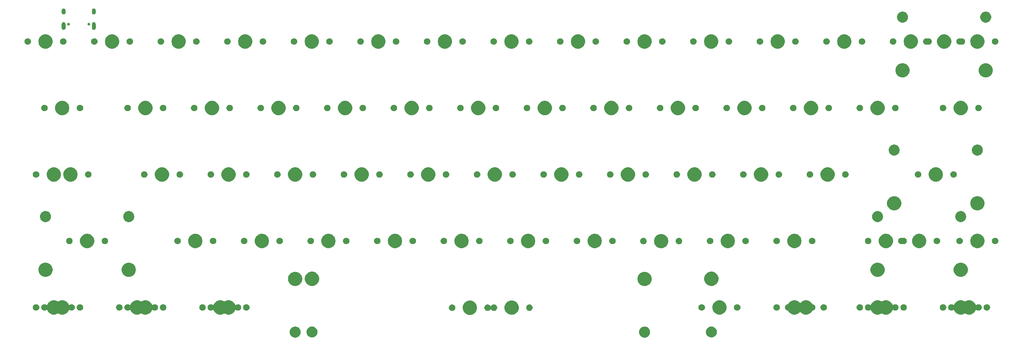
<source format=gbr>
G04 #@! TF.GenerationSoftware,KiCad,Pcbnew,(5.1.4)-1*
G04 #@! TF.CreationDate,2021-10-31T22:39:57+11:00*
G04 #@! TF.ProjectId,x60,7836302e-6b69-4636-9164-5f7063625858,rev?*
G04 #@! TF.SameCoordinates,Original*
G04 #@! TF.FileFunction,Soldermask,Top*
G04 #@! TF.FilePolarity,Negative*
%FSLAX46Y46*%
G04 Gerber Fmt 4.6, Leading zero omitted, Abs format (unit mm)*
G04 Created by KiCad (PCBNEW (5.1.4)-1) date 2021-10-31 22:39:57*
%MOMM*%
%LPD*%
G04 APERTURE LIST*
%ADD10C,0.100000*%
G04 APERTURE END LIST*
D10*
G36*
X250706811Y-200461776D02*
G01*
X250825537Y-200510954D01*
X250993441Y-200580502D01*
X250993442Y-200580503D01*
X251251404Y-200752867D01*
X251470783Y-200972246D01*
X251585953Y-201144611D01*
X251643148Y-201230209D01*
X251712696Y-201398113D01*
X251749448Y-201486839D01*
X251761874Y-201516840D01*
X251816433Y-201791125D01*
X251822400Y-201821126D01*
X251822400Y-202131374D01*
X251767842Y-202405660D01*
X251761874Y-202435660D01*
X251643148Y-202722291D01*
X251643147Y-202722292D01*
X251470783Y-202980254D01*
X251251404Y-203199633D01*
X251079039Y-203314803D01*
X250993441Y-203371998D01*
X250825537Y-203441546D01*
X250706811Y-203490724D01*
X250402525Y-203551250D01*
X250092275Y-203551250D01*
X249787989Y-203490724D01*
X249669263Y-203441546D01*
X249501359Y-203371998D01*
X249415761Y-203314803D01*
X249243396Y-203199633D01*
X249024017Y-202980254D01*
X248851653Y-202722292D01*
X248851652Y-202722291D01*
X248732926Y-202435660D01*
X248726959Y-202405660D01*
X248672400Y-202131374D01*
X248672400Y-201821126D01*
X248678368Y-201791125D01*
X248732926Y-201516840D01*
X248745353Y-201486839D01*
X248782104Y-201398113D01*
X248851652Y-201230209D01*
X248908847Y-201144611D01*
X249024017Y-200972246D01*
X249243396Y-200752867D01*
X249501358Y-200580503D01*
X249501359Y-200580502D01*
X249669263Y-200510954D01*
X249787989Y-200461776D01*
X249940133Y-200431513D01*
X250092275Y-200401250D01*
X250402525Y-200401250D01*
X250706811Y-200461776D01*
X250706811Y-200461776D01*
G37*
G36*
X150707011Y-200461776D02*
G01*
X150825737Y-200510954D01*
X150993641Y-200580502D01*
X150993642Y-200580503D01*
X151251604Y-200752867D01*
X151470983Y-200972246D01*
X151586153Y-201144611D01*
X151643348Y-201230209D01*
X151712896Y-201398113D01*
X151749648Y-201486839D01*
X151762074Y-201516840D01*
X151816633Y-201791125D01*
X151822600Y-201821126D01*
X151822600Y-202131374D01*
X151768042Y-202405660D01*
X151762074Y-202435660D01*
X151643348Y-202722291D01*
X151643347Y-202722292D01*
X151470983Y-202980254D01*
X151251604Y-203199633D01*
X151079239Y-203314803D01*
X150993641Y-203371998D01*
X150825737Y-203441546D01*
X150707011Y-203490724D01*
X150402725Y-203551250D01*
X150092475Y-203551250D01*
X149788189Y-203490724D01*
X149669463Y-203441546D01*
X149501559Y-203371998D01*
X149415961Y-203314803D01*
X149243596Y-203199633D01*
X149024217Y-202980254D01*
X148851853Y-202722292D01*
X148851852Y-202722291D01*
X148733126Y-202435660D01*
X148727159Y-202405660D01*
X148672600Y-202131374D01*
X148672600Y-201821126D01*
X148678568Y-201791125D01*
X148733126Y-201516840D01*
X148745553Y-201486839D01*
X148782304Y-201398113D01*
X148851852Y-201230209D01*
X148909047Y-201144611D01*
X149024217Y-200972246D01*
X149243596Y-200752867D01*
X149501558Y-200580503D01*
X149501559Y-200580502D01*
X149669463Y-200510954D01*
X149788189Y-200461776D01*
X149940333Y-200431513D01*
X150092475Y-200401250D01*
X150402725Y-200401250D01*
X150707011Y-200461776D01*
X150707011Y-200461776D01*
G37*
G36*
X269673445Y-200401250D02*
G01*
X269826911Y-200431776D01*
X269899337Y-200461776D01*
X270113541Y-200550502D01*
X270199139Y-200607697D01*
X270371504Y-200722867D01*
X270590883Y-200942246D01*
X270706053Y-201114611D01*
X270763248Y-201200209D01*
X270775674Y-201230209D01*
X270881974Y-201486839D01*
X270912237Y-201638983D01*
X270942500Y-201791125D01*
X270942500Y-202101375D01*
X270912237Y-202253517D01*
X270881974Y-202405661D01*
X270832796Y-202524387D01*
X270763248Y-202692291D01*
X270743202Y-202722292D01*
X270590883Y-202950254D01*
X270371504Y-203169633D01*
X270199139Y-203284803D01*
X270113541Y-203341998D01*
X270041114Y-203371998D01*
X269826911Y-203460724D01*
X269676090Y-203490724D01*
X269522625Y-203521250D01*
X269212375Y-203521250D01*
X269058910Y-203490724D01*
X268908089Y-203460724D01*
X268693886Y-203371998D01*
X268621459Y-203341998D01*
X268535861Y-203284803D01*
X268363496Y-203169633D01*
X268144117Y-202950254D01*
X267991798Y-202722292D01*
X267971752Y-202692291D01*
X267902204Y-202524387D01*
X267853026Y-202405661D01*
X267822763Y-202253517D01*
X267792500Y-202101375D01*
X267792500Y-201791125D01*
X267853026Y-201486839D01*
X267959326Y-201230209D01*
X267971752Y-201200209D01*
X268028947Y-201114611D01*
X268144117Y-200942246D01*
X268363496Y-200722867D01*
X268535861Y-200607697D01*
X268621459Y-200550502D01*
X268835663Y-200461776D01*
X268908089Y-200431776D01*
X269061555Y-200401250D01*
X269212375Y-200371250D01*
X269522625Y-200371250D01*
X269673445Y-200401250D01*
X269673445Y-200401250D01*
G37*
G36*
X155373445Y-200401250D02*
G01*
X155526911Y-200431776D01*
X155599337Y-200461776D01*
X155813541Y-200550502D01*
X155899139Y-200607697D01*
X156071504Y-200722867D01*
X156290883Y-200942246D01*
X156406053Y-201114611D01*
X156463248Y-201200209D01*
X156475674Y-201230209D01*
X156581974Y-201486839D01*
X156612237Y-201638983D01*
X156642500Y-201791125D01*
X156642500Y-202101375D01*
X156612237Y-202253517D01*
X156581974Y-202405661D01*
X156532796Y-202524387D01*
X156463248Y-202692291D01*
X156443202Y-202722292D01*
X156290883Y-202950254D01*
X156071504Y-203169633D01*
X155899139Y-203284803D01*
X155813541Y-203341998D01*
X155741114Y-203371998D01*
X155526911Y-203460724D01*
X155376090Y-203490724D01*
X155222625Y-203521250D01*
X154912375Y-203521250D01*
X154758910Y-203490724D01*
X154608089Y-203460724D01*
X154393886Y-203371998D01*
X154321459Y-203341998D01*
X154235861Y-203284803D01*
X154063496Y-203169633D01*
X153844117Y-202950254D01*
X153691798Y-202722292D01*
X153671752Y-202692291D01*
X153602204Y-202524387D01*
X153553026Y-202405661D01*
X153522763Y-202253517D01*
X153492500Y-202101375D01*
X153492500Y-201791125D01*
X153522763Y-201638983D01*
X153553026Y-201486839D01*
X153659326Y-201230209D01*
X153671752Y-201200209D01*
X153728947Y-201114611D01*
X153844117Y-200942246D01*
X154063496Y-200722867D01*
X154235861Y-200607697D01*
X154321459Y-200550502D01*
X154535663Y-200461776D01*
X154608089Y-200431776D01*
X154761555Y-200401250D01*
X154912375Y-200371250D01*
X155222625Y-200371250D01*
X155373445Y-200401250D01*
X155373445Y-200401250D01*
G37*
G36*
X200843974Y-193024934D02*
G01*
X201061974Y-193115233D01*
X201216123Y-193179083D01*
X201551048Y-193402873D01*
X201835877Y-193687702D01*
X202059667Y-194022627D01*
X202120975Y-194170639D01*
X202213816Y-194394776D01*
X202292400Y-194789844D01*
X202292400Y-195192656D01*
X202213816Y-195587724D01*
X202162951Y-195710522D01*
X202059667Y-195959873D01*
X201835877Y-196294798D01*
X201551048Y-196579627D01*
X201216123Y-196803417D01*
X201061974Y-196867267D01*
X200843974Y-196957566D01*
X200448906Y-197036150D01*
X200046094Y-197036150D01*
X199651026Y-196957566D01*
X199433026Y-196867267D01*
X199278877Y-196803417D01*
X198943952Y-196579627D01*
X198659123Y-196294798D01*
X198435333Y-195959873D01*
X198332049Y-195710522D01*
X198281184Y-195587724D01*
X198202600Y-195192656D01*
X198202600Y-194789844D01*
X198281184Y-194394776D01*
X198374025Y-194170639D01*
X198435333Y-194022627D01*
X198659123Y-193687702D01*
X198943952Y-193402873D01*
X199278877Y-193179083D01*
X199433026Y-193115233D01*
X199651026Y-193024934D01*
X200046094Y-192946350D01*
X200448906Y-192946350D01*
X200843974Y-193024934D01*
X200843974Y-193024934D01*
G37*
G36*
X212813974Y-192994934D02*
G01*
X213031974Y-193085233D01*
X213186123Y-193149083D01*
X213521048Y-193372873D01*
X213805877Y-193657702D01*
X214029667Y-193992627D01*
X214062062Y-194070836D01*
X214183816Y-194364776D01*
X214262400Y-194759844D01*
X214262400Y-195162656D01*
X214183816Y-195557724D01*
X214093517Y-195775724D01*
X214029667Y-195929873D01*
X213805877Y-196264798D01*
X213521048Y-196549627D01*
X213186123Y-196773417D01*
X213113696Y-196803417D01*
X212813974Y-196927566D01*
X212418906Y-197006150D01*
X212016094Y-197006150D01*
X211621026Y-196927566D01*
X211321304Y-196803417D01*
X211248877Y-196773417D01*
X210913952Y-196549627D01*
X210629123Y-196264798D01*
X210405333Y-195929873D01*
X210341483Y-195775724D01*
X210251184Y-195557724D01*
X210172600Y-195162656D01*
X210172600Y-194759844D01*
X210251184Y-194364776D01*
X210372938Y-194070836D01*
X210405333Y-193992627D01*
X210629123Y-193657702D01*
X210913952Y-193372873D01*
X211248877Y-193149083D01*
X211403026Y-193085233D01*
X211621026Y-192994934D01*
X212016094Y-192916350D01*
X212418906Y-192916350D01*
X212813974Y-192994934D01*
X212813974Y-192994934D01*
G37*
G36*
X341337724Y-192942434D02*
G01*
X341464472Y-192994935D01*
X341709873Y-193096583D01*
X341862429Y-193198518D01*
X341884040Y-193210069D01*
X341907489Y-193217182D01*
X341931875Y-193219584D01*
X341956261Y-193217182D01*
X341979710Y-193210069D01*
X342001321Y-193198518D01*
X342153877Y-193096583D01*
X342399278Y-192994935D01*
X342526026Y-192942434D01*
X342921094Y-192863850D01*
X343323906Y-192863850D01*
X343718974Y-192942434D01*
X343845722Y-192994935D01*
X344091123Y-193096583D01*
X344426048Y-193320373D01*
X344710877Y-193605202D01*
X344934667Y-193940127D01*
X345017721Y-194140639D01*
X345022892Y-194153122D01*
X345034443Y-194174733D01*
X345049988Y-194193675D01*
X345068930Y-194209220D01*
X345090541Y-194220771D01*
X345113990Y-194227884D01*
X345138376Y-194230286D01*
X345162762Y-194227884D01*
X345186211Y-194220771D01*
X345207822Y-194209220D01*
X345226753Y-194193684D01*
X345230959Y-194189478D01*
X345382624Y-194088139D01*
X345551146Y-194018335D01*
X345730047Y-193982750D01*
X345912453Y-193982750D01*
X346091354Y-194018335D01*
X346259876Y-194088139D01*
X346411541Y-194189478D01*
X346540522Y-194318459D01*
X346641861Y-194470124D01*
X346711665Y-194638646D01*
X346747250Y-194817547D01*
X346747250Y-194999953D01*
X346711665Y-195178854D01*
X346641861Y-195347376D01*
X346540522Y-195499041D01*
X346411541Y-195628022D01*
X346259876Y-195729361D01*
X346091354Y-195799165D01*
X345912453Y-195834750D01*
X345730047Y-195834750D01*
X345551146Y-195799165D01*
X345382624Y-195729361D01*
X345230959Y-195628022D01*
X345226753Y-195623816D01*
X345207822Y-195608280D01*
X345186211Y-195596729D01*
X345162762Y-195589616D01*
X345138376Y-195587214D01*
X345113990Y-195589616D01*
X345090541Y-195596729D01*
X345068930Y-195608280D01*
X345049988Y-195623825D01*
X345034443Y-195642767D01*
X345022892Y-195664378D01*
X344934667Y-195877373D01*
X344710877Y-196212298D01*
X344426048Y-196497127D01*
X344091123Y-196720917D01*
X343964376Y-196773417D01*
X343718974Y-196875066D01*
X343323906Y-196953650D01*
X342921094Y-196953650D01*
X342526026Y-196875066D01*
X342280624Y-196773417D01*
X342153877Y-196720917D01*
X342001319Y-196618981D01*
X341979710Y-196607431D01*
X341956261Y-196600318D01*
X341931875Y-196597916D01*
X341907489Y-196600318D01*
X341884040Y-196607431D01*
X341862431Y-196618981D01*
X341709873Y-196720917D01*
X341583126Y-196773417D01*
X341337724Y-196875066D01*
X340942656Y-196953650D01*
X340539844Y-196953650D01*
X340144776Y-196875066D01*
X339899374Y-196773417D01*
X339772627Y-196720917D01*
X339437702Y-196497127D01*
X339152873Y-196212298D01*
X338929083Y-195877373D01*
X338840858Y-195664378D01*
X338829307Y-195642767D01*
X338813762Y-195623825D01*
X338794820Y-195608280D01*
X338773209Y-195596729D01*
X338749760Y-195589616D01*
X338725374Y-195587214D01*
X338700988Y-195589616D01*
X338677539Y-195596729D01*
X338655928Y-195608280D01*
X338636997Y-195623816D01*
X338632791Y-195628022D01*
X338481126Y-195729361D01*
X338312604Y-195799165D01*
X338133703Y-195834750D01*
X337951297Y-195834750D01*
X337772396Y-195799165D01*
X337603874Y-195729361D01*
X337452209Y-195628022D01*
X337323228Y-195499041D01*
X337221889Y-195347376D01*
X337152085Y-195178854D01*
X337116500Y-194999953D01*
X337116500Y-194817547D01*
X337152085Y-194638646D01*
X337221889Y-194470124D01*
X337323228Y-194318459D01*
X337452209Y-194189478D01*
X337603874Y-194088139D01*
X337772396Y-194018335D01*
X337951297Y-193982750D01*
X338133703Y-193982750D01*
X338312604Y-194018335D01*
X338481126Y-194088139D01*
X338632791Y-194189478D01*
X338636997Y-194193684D01*
X338655928Y-194209220D01*
X338677539Y-194220771D01*
X338700988Y-194227884D01*
X338725374Y-194230286D01*
X338749760Y-194227884D01*
X338773209Y-194220771D01*
X338794820Y-194209220D01*
X338813762Y-194193675D01*
X338829307Y-194174733D01*
X338840858Y-194153122D01*
X338846029Y-194140639D01*
X338929083Y-193940127D01*
X339152873Y-193605202D01*
X339437702Y-193320373D01*
X339772627Y-193096583D01*
X340018028Y-192994935D01*
X340144776Y-192942434D01*
X340539844Y-192863850D01*
X340942656Y-192863850D01*
X341337724Y-192942434D01*
X341337724Y-192942434D01*
G37*
G36*
X272281474Y-192942434D02*
G01*
X272408222Y-192994935D01*
X272653623Y-193096583D01*
X272988548Y-193320373D01*
X273273377Y-193605202D01*
X273497167Y-193940127D01*
X273529562Y-194018336D01*
X273651316Y-194312276D01*
X273729900Y-194707344D01*
X273729900Y-195110156D01*
X273651316Y-195505224D01*
X273600451Y-195628022D01*
X273497167Y-195877373D01*
X273273377Y-196212298D01*
X272988548Y-196497127D01*
X272653623Y-196720917D01*
X272526876Y-196773417D01*
X272281474Y-196875066D01*
X271886406Y-196953650D01*
X271483594Y-196953650D01*
X271088526Y-196875066D01*
X270843124Y-196773417D01*
X270716377Y-196720917D01*
X270381452Y-196497127D01*
X270096623Y-196212298D01*
X269872833Y-195877373D01*
X269769549Y-195628022D01*
X269718684Y-195505224D01*
X269640100Y-195110156D01*
X269640100Y-194707344D01*
X269718684Y-194312276D01*
X269840438Y-194018336D01*
X269872833Y-193940127D01*
X270096623Y-193605202D01*
X270381452Y-193320373D01*
X270716377Y-193096583D01*
X270961778Y-192994935D01*
X271088526Y-192942434D01*
X271483594Y-192863850D01*
X271886406Y-192863850D01*
X272281474Y-192942434D01*
X272281474Y-192942434D01*
G37*
G36*
X293712724Y-192942434D02*
G01*
X293839472Y-192994935D01*
X294084873Y-193096583D01*
X294419798Y-193320373D01*
X294687243Y-193587818D01*
X294706179Y-193603358D01*
X294727790Y-193614909D01*
X294751239Y-193622022D01*
X294775625Y-193624424D01*
X294800011Y-193622022D01*
X294823460Y-193614909D01*
X294845071Y-193603358D01*
X294864007Y-193587818D01*
X295131452Y-193320373D01*
X295466377Y-193096583D01*
X295711778Y-192994935D01*
X295838526Y-192942434D01*
X296233594Y-192863850D01*
X296636406Y-192863850D01*
X297031474Y-192942434D01*
X297158222Y-192994935D01*
X297403623Y-193096583D01*
X297738548Y-193320373D01*
X298023377Y-193605202D01*
X298078502Y-193687703D01*
X298245072Y-193936992D01*
X298260617Y-193955934D01*
X298279559Y-193971479D01*
X298301170Y-193983030D01*
X298324616Y-193990142D01*
X298466354Y-194018335D01*
X298634876Y-194088139D01*
X298786541Y-194189478D01*
X298915522Y-194318459D01*
X299016861Y-194470124D01*
X299086665Y-194638646D01*
X299122250Y-194817547D01*
X299122250Y-194999953D01*
X299086665Y-195178854D01*
X299016861Y-195347376D01*
X298915522Y-195499041D01*
X298786541Y-195628022D01*
X298634876Y-195729361D01*
X298466354Y-195799165D01*
X298324616Y-195827358D01*
X298301170Y-195834470D01*
X298279559Y-195846021D01*
X298260617Y-195861567D01*
X298245073Y-195880506D01*
X298023377Y-196212298D01*
X297738548Y-196497127D01*
X297403623Y-196720917D01*
X297276876Y-196773417D01*
X297031474Y-196875066D01*
X296636406Y-196953650D01*
X296233594Y-196953650D01*
X295838526Y-196875066D01*
X295593124Y-196773417D01*
X295466377Y-196720917D01*
X295131452Y-196497127D01*
X294864007Y-196229682D01*
X294845071Y-196214142D01*
X294823460Y-196202591D01*
X294800011Y-196195478D01*
X294775625Y-196193076D01*
X294751239Y-196195478D01*
X294727790Y-196202591D01*
X294706179Y-196214142D01*
X294687243Y-196229682D01*
X294419798Y-196497127D01*
X294084873Y-196720917D01*
X293958126Y-196773417D01*
X293712724Y-196875066D01*
X293317656Y-196953650D01*
X292914844Y-196953650D01*
X292519776Y-196875066D01*
X292274374Y-196773417D01*
X292147627Y-196720917D01*
X291812702Y-196497127D01*
X291527873Y-196212298D01*
X291306177Y-195880506D01*
X291290633Y-195861566D01*
X291271691Y-195846021D01*
X291250080Y-195834470D01*
X291226634Y-195827358D01*
X291084896Y-195799165D01*
X290916374Y-195729361D01*
X290764709Y-195628022D01*
X290635728Y-195499041D01*
X290534389Y-195347376D01*
X290464585Y-195178854D01*
X290429000Y-194999953D01*
X290429000Y-194817547D01*
X290464585Y-194638646D01*
X290534389Y-194470124D01*
X290635728Y-194318459D01*
X290764709Y-194189478D01*
X290916374Y-194088139D01*
X291084896Y-194018335D01*
X291226634Y-193990142D01*
X291250080Y-193983030D01*
X291271691Y-193971479D01*
X291290633Y-193955933D01*
X291306178Y-193936992D01*
X291472748Y-193687703D01*
X291527873Y-193605202D01*
X291812702Y-193320373D01*
X292147627Y-193096583D01*
X292393028Y-192994935D01*
X292519776Y-192942434D01*
X292914844Y-192863850D01*
X293317656Y-192863850D01*
X293712724Y-192942434D01*
X293712724Y-192942434D01*
G37*
G36*
X317525224Y-192942434D02*
G01*
X317651972Y-192994935D01*
X317897373Y-193096583D01*
X318049929Y-193198518D01*
X318071540Y-193210069D01*
X318094989Y-193217182D01*
X318119375Y-193219584D01*
X318143761Y-193217182D01*
X318167210Y-193210069D01*
X318188821Y-193198518D01*
X318341377Y-193096583D01*
X318586778Y-192994935D01*
X318713526Y-192942434D01*
X319108594Y-192863850D01*
X319511406Y-192863850D01*
X319906474Y-192942434D01*
X320033222Y-192994935D01*
X320278623Y-193096583D01*
X320613548Y-193320373D01*
X320898377Y-193605202D01*
X321122167Y-193940127D01*
X321205221Y-194140639D01*
X321210392Y-194153122D01*
X321221943Y-194174733D01*
X321237488Y-194193675D01*
X321256430Y-194209220D01*
X321278041Y-194220771D01*
X321301490Y-194227884D01*
X321325876Y-194230286D01*
X321350262Y-194227884D01*
X321373711Y-194220771D01*
X321395322Y-194209220D01*
X321414253Y-194193684D01*
X321418459Y-194189478D01*
X321570124Y-194088139D01*
X321738646Y-194018335D01*
X321917547Y-193982750D01*
X322099953Y-193982750D01*
X322278854Y-194018335D01*
X322447376Y-194088139D01*
X322599041Y-194189478D01*
X322728022Y-194318459D01*
X322829361Y-194470124D01*
X322899165Y-194638646D01*
X322934750Y-194817547D01*
X322934750Y-194999953D01*
X322899165Y-195178854D01*
X322829361Y-195347376D01*
X322728022Y-195499041D01*
X322599041Y-195628022D01*
X322447376Y-195729361D01*
X322278854Y-195799165D01*
X322099953Y-195834750D01*
X321917547Y-195834750D01*
X321738646Y-195799165D01*
X321570124Y-195729361D01*
X321418459Y-195628022D01*
X321414253Y-195623816D01*
X321395322Y-195608280D01*
X321373711Y-195596729D01*
X321350262Y-195589616D01*
X321325876Y-195587214D01*
X321301490Y-195589616D01*
X321278041Y-195596729D01*
X321256430Y-195608280D01*
X321237488Y-195623825D01*
X321221943Y-195642767D01*
X321210392Y-195664378D01*
X321122167Y-195877373D01*
X320898377Y-196212298D01*
X320613548Y-196497127D01*
X320278623Y-196720917D01*
X320151876Y-196773417D01*
X319906474Y-196875066D01*
X319511406Y-196953650D01*
X319108594Y-196953650D01*
X318713526Y-196875066D01*
X318468124Y-196773417D01*
X318341377Y-196720917D01*
X318188819Y-196618981D01*
X318167210Y-196607431D01*
X318143761Y-196600318D01*
X318119375Y-196597916D01*
X318094989Y-196600318D01*
X318071540Y-196607431D01*
X318049931Y-196618981D01*
X317897373Y-196720917D01*
X317770626Y-196773417D01*
X317525224Y-196875066D01*
X317130156Y-196953650D01*
X316727344Y-196953650D01*
X316332276Y-196875066D01*
X316086874Y-196773417D01*
X315960127Y-196720917D01*
X315625202Y-196497127D01*
X315340373Y-196212298D01*
X315116583Y-195877373D01*
X315028358Y-195664378D01*
X315016807Y-195642767D01*
X315001262Y-195623825D01*
X314982320Y-195608280D01*
X314960709Y-195596729D01*
X314937260Y-195589616D01*
X314912874Y-195587214D01*
X314888488Y-195589616D01*
X314865039Y-195596729D01*
X314843428Y-195608280D01*
X314824497Y-195623816D01*
X314820291Y-195628022D01*
X314668626Y-195729361D01*
X314500104Y-195799165D01*
X314321203Y-195834750D01*
X314138797Y-195834750D01*
X313959896Y-195799165D01*
X313791374Y-195729361D01*
X313639709Y-195628022D01*
X313510728Y-195499041D01*
X313409389Y-195347376D01*
X313339585Y-195178854D01*
X313304000Y-194999953D01*
X313304000Y-194817547D01*
X313339585Y-194638646D01*
X313409389Y-194470124D01*
X313510728Y-194318459D01*
X313639709Y-194189478D01*
X313791374Y-194088139D01*
X313959896Y-194018335D01*
X314138797Y-193982750D01*
X314321203Y-193982750D01*
X314500104Y-194018335D01*
X314668626Y-194088139D01*
X314820291Y-194189478D01*
X314824497Y-194193684D01*
X314843428Y-194209220D01*
X314865039Y-194220771D01*
X314888488Y-194227884D01*
X314912874Y-194230286D01*
X314937260Y-194227884D01*
X314960709Y-194220771D01*
X314982320Y-194209220D01*
X315001262Y-194193675D01*
X315016807Y-194174733D01*
X315028358Y-194153122D01*
X315033529Y-194140639D01*
X315116583Y-193940127D01*
X315340373Y-193605202D01*
X315625202Y-193320373D01*
X315960127Y-193096583D01*
X316205528Y-192994935D01*
X316332276Y-192942434D01*
X316727344Y-192863850D01*
X317130156Y-192863850D01*
X317525224Y-192942434D01*
X317525224Y-192942434D01*
G37*
G36*
X81781474Y-192942434D02*
G01*
X81908222Y-192994935D01*
X82153623Y-193096583D01*
X82306179Y-193198518D01*
X82327790Y-193210069D01*
X82351239Y-193217182D01*
X82375625Y-193219584D01*
X82400011Y-193217182D01*
X82423460Y-193210069D01*
X82445071Y-193198518D01*
X82597627Y-193096583D01*
X82843028Y-192994935D01*
X82969776Y-192942434D01*
X83364844Y-192863850D01*
X83767656Y-192863850D01*
X84162724Y-192942434D01*
X84289472Y-192994935D01*
X84534873Y-193096583D01*
X84869798Y-193320373D01*
X85154627Y-193605202D01*
X85378417Y-193940127D01*
X85461471Y-194140639D01*
X85466642Y-194153122D01*
X85478193Y-194174733D01*
X85493738Y-194193675D01*
X85512680Y-194209220D01*
X85534291Y-194220771D01*
X85557740Y-194227884D01*
X85582126Y-194230286D01*
X85606512Y-194227884D01*
X85629961Y-194220771D01*
X85651572Y-194209220D01*
X85670503Y-194193684D01*
X85674709Y-194189478D01*
X85826374Y-194088139D01*
X85994896Y-194018335D01*
X86173797Y-193982750D01*
X86356203Y-193982750D01*
X86535104Y-194018335D01*
X86703626Y-194088139D01*
X86855291Y-194189478D01*
X86984272Y-194318459D01*
X87085611Y-194470124D01*
X87155415Y-194638646D01*
X87191000Y-194817547D01*
X87191000Y-194999953D01*
X87155415Y-195178854D01*
X87085611Y-195347376D01*
X86984272Y-195499041D01*
X86855291Y-195628022D01*
X86703626Y-195729361D01*
X86535104Y-195799165D01*
X86356203Y-195834750D01*
X86173797Y-195834750D01*
X85994896Y-195799165D01*
X85826374Y-195729361D01*
X85674709Y-195628022D01*
X85670503Y-195623816D01*
X85651572Y-195608280D01*
X85629961Y-195596729D01*
X85606512Y-195589616D01*
X85582126Y-195587214D01*
X85557740Y-195589616D01*
X85534291Y-195596729D01*
X85512680Y-195608280D01*
X85493738Y-195623825D01*
X85478193Y-195642767D01*
X85466642Y-195664378D01*
X85378417Y-195877373D01*
X85154627Y-196212298D01*
X84869798Y-196497127D01*
X84534873Y-196720917D01*
X84408126Y-196773417D01*
X84162724Y-196875066D01*
X83767656Y-196953650D01*
X83364844Y-196953650D01*
X82969776Y-196875066D01*
X82724374Y-196773417D01*
X82597627Y-196720917D01*
X82445069Y-196618981D01*
X82423460Y-196607431D01*
X82400011Y-196600318D01*
X82375625Y-196597916D01*
X82351239Y-196600318D01*
X82327790Y-196607431D01*
X82306181Y-196618981D01*
X82153623Y-196720917D01*
X82026876Y-196773417D01*
X81781474Y-196875066D01*
X81386406Y-196953650D01*
X80983594Y-196953650D01*
X80588526Y-196875066D01*
X80343124Y-196773417D01*
X80216377Y-196720917D01*
X79881452Y-196497127D01*
X79596623Y-196212298D01*
X79372833Y-195877373D01*
X79284608Y-195664378D01*
X79273057Y-195642767D01*
X79257512Y-195623825D01*
X79238570Y-195608280D01*
X79216959Y-195596729D01*
X79193510Y-195589616D01*
X79169124Y-195587214D01*
X79144738Y-195589616D01*
X79121289Y-195596729D01*
X79099678Y-195608280D01*
X79080747Y-195623816D01*
X79076541Y-195628022D01*
X78924876Y-195729361D01*
X78756354Y-195799165D01*
X78577453Y-195834750D01*
X78395047Y-195834750D01*
X78216146Y-195799165D01*
X78047624Y-195729361D01*
X77895959Y-195628022D01*
X77766978Y-195499041D01*
X77665639Y-195347376D01*
X77595835Y-195178854D01*
X77560250Y-194999953D01*
X77560250Y-194817547D01*
X77595835Y-194638646D01*
X77665639Y-194470124D01*
X77766978Y-194318459D01*
X77895959Y-194189478D01*
X78047624Y-194088139D01*
X78216146Y-194018335D01*
X78395047Y-193982750D01*
X78577453Y-193982750D01*
X78756354Y-194018335D01*
X78924876Y-194088139D01*
X79076541Y-194189478D01*
X79080747Y-194193684D01*
X79099678Y-194209220D01*
X79121289Y-194220771D01*
X79144738Y-194227884D01*
X79169124Y-194230286D01*
X79193510Y-194227884D01*
X79216959Y-194220771D01*
X79238570Y-194209220D01*
X79257512Y-194193675D01*
X79273057Y-194174733D01*
X79284608Y-194153122D01*
X79289779Y-194140639D01*
X79372833Y-193940127D01*
X79596623Y-193605202D01*
X79881452Y-193320373D01*
X80216377Y-193096583D01*
X80461778Y-192994935D01*
X80588526Y-192942434D01*
X80983594Y-192863850D01*
X81386406Y-192863850D01*
X81781474Y-192942434D01*
X81781474Y-192942434D01*
G37*
G36*
X129406474Y-192942434D02*
G01*
X129533222Y-192994935D01*
X129778623Y-193096583D01*
X129931179Y-193198518D01*
X129952790Y-193210069D01*
X129976239Y-193217182D01*
X130000625Y-193219584D01*
X130025011Y-193217182D01*
X130048460Y-193210069D01*
X130070071Y-193198518D01*
X130222627Y-193096583D01*
X130468028Y-192994935D01*
X130594776Y-192942434D01*
X130989844Y-192863850D01*
X131392656Y-192863850D01*
X131787724Y-192942434D01*
X131914472Y-192994935D01*
X132159873Y-193096583D01*
X132494798Y-193320373D01*
X132779627Y-193605202D01*
X133003417Y-193940127D01*
X133086471Y-194140639D01*
X133091642Y-194153122D01*
X133103193Y-194174733D01*
X133118738Y-194193675D01*
X133137680Y-194209220D01*
X133159291Y-194220771D01*
X133182740Y-194227884D01*
X133207126Y-194230286D01*
X133231512Y-194227884D01*
X133254961Y-194220771D01*
X133276572Y-194209220D01*
X133295503Y-194193684D01*
X133299709Y-194189478D01*
X133451374Y-194088139D01*
X133619896Y-194018335D01*
X133798797Y-193982750D01*
X133981203Y-193982750D01*
X134160104Y-194018335D01*
X134328626Y-194088139D01*
X134480291Y-194189478D01*
X134609272Y-194318459D01*
X134710611Y-194470124D01*
X134780415Y-194638646D01*
X134816000Y-194817547D01*
X134816000Y-194999953D01*
X134780415Y-195178854D01*
X134710611Y-195347376D01*
X134609272Y-195499041D01*
X134480291Y-195628022D01*
X134328626Y-195729361D01*
X134160104Y-195799165D01*
X133981203Y-195834750D01*
X133798797Y-195834750D01*
X133619896Y-195799165D01*
X133451374Y-195729361D01*
X133299709Y-195628022D01*
X133295503Y-195623816D01*
X133276572Y-195608280D01*
X133254961Y-195596729D01*
X133231512Y-195589616D01*
X133207126Y-195587214D01*
X133182740Y-195589616D01*
X133159291Y-195596729D01*
X133137680Y-195608280D01*
X133118738Y-195623825D01*
X133103193Y-195642767D01*
X133091642Y-195664378D01*
X133003417Y-195877373D01*
X132779627Y-196212298D01*
X132494798Y-196497127D01*
X132159873Y-196720917D01*
X132033126Y-196773417D01*
X131787724Y-196875066D01*
X131392656Y-196953650D01*
X130989844Y-196953650D01*
X130594776Y-196875066D01*
X130349374Y-196773417D01*
X130222627Y-196720917D01*
X130070069Y-196618981D01*
X130048460Y-196607431D01*
X130025011Y-196600318D01*
X130000625Y-196597916D01*
X129976239Y-196600318D01*
X129952790Y-196607431D01*
X129931181Y-196618981D01*
X129778623Y-196720917D01*
X129651876Y-196773417D01*
X129406474Y-196875066D01*
X129011406Y-196953650D01*
X128608594Y-196953650D01*
X128213526Y-196875066D01*
X127968124Y-196773417D01*
X127841377Y-196720917D01*
X127506452Y-196497127D01*
X127221623Y-196212298D01*
X126997833Y-195877373D01*
X126909608Y-195664378D01*
X126898057Y-195642767D01*
X126882512Y-195623825D01*
X126863570Y-195608280D01*
X126841959Y-195596729D01*
X126818510Y-195589616D01*
X126794124Y-195587214D01*
X126769738Y-195589616D01*
X126746289Y-195596729D01*
X126724678Y-195608280D01*
X126705747Y-195623816D01*
X126701541Y-195628022D01*
X126549876Y-195729361D01*
X126381354Y-195799165D01*
X126202453Y-195834750D01*
X126020047Y-195834750D01*
X125841146Y-195799165D01*
X125672624Y-195729361D01*
X125520959Y-195628022D01*
X125391978Y-195499041D01*
X125290639Y-195347376D01*
X125220835Y-195178854D01*
X125185250Y-194999953D01*
X125185250Y-194817547D01*
X125220835Y-194638646D01*
X125290639Y-194470124D01*
X125391978Y-194318459D01*
X125520959Y-194189478D01*
X125672624Y-194088139D01*
X125841146Y-194018335D01*
X126020047Y-193982750D01*
X126202453Y-193982750D01*
X126381354Y-194018335D01*
X126549876Y-194088139D01*
X126701541Y-194189478D01*
X126705747Y-194193684D01*
X126724678Y-194209220D01*
X126746289Y-194220771D01*
X126769738Y-194227884D01*
X126794124Y-194230286D01*
X126818510Y-194227884D01*
X126841959Y-194220771D01*
X126863570Y-194209220D01*
X126882512Y-194193675D01*
X126898057Y-194174733D01*
X126909608Y-194153122D01*
X126914779Y-194140639D01*
X126997833Y-193940127D01*
X127221623Y-193605202D01*
X127506452Y-193320373D01*
X127841377Y-193096583D01*
X128086778Y-192994935D01*
X128213526Y-192942434D01*
X128608594Y-192863850D01*
X129011406Y-192863850D01*
X129406474Y-192942434D01*
X129406474Y-192942434D01*
G37*
G36*
X105593974Y-192942434D02*
G01*
X105720722Y-192994935D01*
X105966123Y-193096583D01*
X106118679Y-193198518D01*
X106140290Y-193210069D01*
X106163739Y-193217182D01*
X106188125Y-193219584D01*
X106212511Y-193217182D01*
X106235960Y-193210069D01*
X106257571Y-193198518D01*
X106410127Y-193096583D01*
X106655528Y-192994935D01*
X106782276Y-192942434D01*
X107177344Y-192863850D01*
X107580156Y-192863850D01*
X107975224Y-192942434D01*
X108101972Y-192994935D01*
X108347373Y-193096583D01*
X108682298Y-193320373D01*
X108967127Y-193605202D01*
X109190917Y-193940127D01*
X109273971Y-194140639D01*
X109279142Y-194153122D01*
X109290693Y-194174733D01*
X109306238Y-194193675D01*
X109325180Y-194209220D01*
X109346791Y-194220771D01*
X109370240Y-194227884D01*
X109394626Y-194230286D01*
X109419012Y-194227884D01*
X109442461Y-194220771D01*
X109464072Y-194209220D01*
X109483003Y-194193684D01*
X109487209Y-194189478D01*
X109638874Y-194088139D01*
X109807396Y-194018335D01*
X109986297Y-193982750D01*
X110168703Y-193982750D01*
X110347604Y-194018335D01*
X110516126Y-194088139D01*
X110667791Y-194189478D01*
X110796772Y-194318459D01*
X110898111Y-194470124D01*
X110967915Y-194638646D01*
X111003500Y-194817547D01*
X111003500Y-194999953D01*
X110967915Y-195178854D01*
X110898111Y-195347376D01*
X110796772Y-195499041D01*
X110667791Y-195628022D01*
X110516126Y-195729361D01*
X110347604Y-195799165D01*
X110168703Y-195834750D01*
X109986297Y-195834750D01*
X109807396Y-195799165D01*
X109638874Y-195729361D01*
X109487209Y-195628022D01*
X109483003Y-195623816D01*
X109464072Y-195608280D01*
X109442461Y-195596729D01*
X109419012Y-195589616D01*
X109394626Y-195587214D01*
X109370240Y-195589616D01*
X109346791Y-195596729D01*
X109325180Y-195608280D01*
X109306238Y-195623825D01*
X109290693Y-195642767D01*
X109279142Y-195664378D01*
X109190917Y-195877373D01*
X108967127Y-196212298D01*
X108682298Y-196497127D01*
X108347373Y-196720917D01*
X108220626Y-196773417D01*
X107975224Y-196875066D01*
X107580156Y-196953650D01*
X107177344Y-196953650D01*
X106782276Y-196875066D01*
X106536874Y-196773417D01*
X106410127Y-196720917D01*
X106257569Y-196618981D01*
X106235960Y-196607431D01*
X106212511Y-196600318D01*
X106188125Y-196597916D01*
X106163739Y-196600318D01*
X106140290Y-196607431D01*
X106118681Y-196618981D01*
X105966123Y-196720917D01*
X105839376Y-196773417D01*
X105593974Y-196875066D01*
X105198906Y-196953650D01*
X104796094Y-196953650D01*
X104401026Y-196875066D01*
X104155624Y-196773417D01*
X104028877Y-196720917D01*
X103693952Y-196497127D01*
X103409123Y-196212298D01*
X103185333Y-195877373D01*
X103097108Y-195664378D01*
X103085557Y-195642767D01*
X103070012Y-195623825D01*
X103051070Y-195608280D01*
X103029459Y-195596729D01*
X103006010Y-195589616D01*
X102981624Y-195587214D01*
X102957238Y-195589616D01*
X102933789Y-195596729D01*
X102912178Y-195608280D01*
X102893247Y-195623816D01*
X102889041Y-195628022D01*
X102737376Y-195729361D01*
X102568854Y-195799165D01*
X102389953Y-195834750D01*
X102207547Y-195834750D01*
X102028646Y-195799165D01*
X101860124Y-195729361D01*
X101708459Y-195628022D01*
X101579478Y-195499041D01*
X101478139Y-195347376D01*
X101408335Y-195178854D01*
X101372750Y-194999953D01*
X101372750Y-194817547D01*
X101408335Y-194638646D01*
X101478139Y-194470124D01*
X101579478Y-194318459D01*
X101708459Y-194189478D01*
X101860124Y-194088139D01*
X102028646Y-194018335D01*
X102207547Y-193982750D01*
X102389953Y-193982750D01*
X102568854Y-194018335D01*
X102737376Y-194088139D01*
X102889041Y-194189478D01*
X102893247Y-194193684D01*
X102912178Y-194209220D01*
X102933789Y-194220771D01*
X102957238Y-194227884D01*
X102981624Y-194230286D01*
X103006010Y-194227884D01*
X103029459Y-194220771D01*
X103051070Y-194209220D01*
X103070012Y-194193675D01*
X103085557Y-194174733D01*
X103097108Y-194153122D01*
X103102279Y-194140639D01*
X103185333Y-193940127D01*
X103409123Y-193605202D01*
X103693952Y-193320373D01*
X104028877Y-193096583D01*
X104274278Y-192994935D01*
X104401026Y-192942434D01*
X104796094Y-192863850D01*
X105198906Y-192863850D01*
X105593974Y-192942434D01*
X105593974Y-192942434D01*
G37*
G36*
X195437604Y-194100835D02*
G01*
X195606126Y-194170639D01*
X195757791Y-194271978D01*
X195886772Y-194400959D01*
X195988111Y-194552624D01*
X196057915Y-194721146D01*
X196093500Y-194900047D01*
X196093500Y-195082453D01*
X196057915Y-195261354D01*
X195988111Y-195429876D01*
X195886772Y-195581541D01*
X195757791Y-195710522D01*
X195606126Y-195811861D01*
X195437604Y-195881665D01*
X195258703Y-195917250D01*
X195076297Y-195917250D01*
X194897396Y-195881665D01*
X194728874Y-195811861D01*
X194577209Y-195710522D01*
X194448228Y-195581541D01*
X194346889Y-195429876D01*
X194277085Y-195261354D01*
X194241500Y-195082453D01*
X194241500Y-194900047D01*
X194277085Y-194721146D01*
X194346889Y-194552624D01*
X194448228Y-194400959D01*
X194577209Y-194271978D01*
X194728874Y-194170639D01*
X194897396Y-194100835D01*
X195076297Y-194065250D01*
X195258703Y-194065250D01*
X195437604Y-194100835D01*
X195437604Y-194100835D01*
G37*
G36*
X207407604Y-194070835D02*
G01*
X207576126Y-194140639D01*
X207727791Y-194241978D01*
X207856772Y-194370959D01*
X207958111Y-194522624D01*
X208027915Y-194691146D01*
X208063500Y-194870047D01*
X208063500Y-195052453D01*
X208027915Y-195231354D01*
X207958111Y-195399876D01*
X207856772Y-195551541D01*
X207727791Y-195680522D01*
X207576126Y-195781861D01*
X207407604Y-195851665D01*
X207228703Y-195887250D01*
X207046297Y-195887250D01*
X206867396Y-195851665D01*
X206698874Y-195781861D01*
X206547209Y-195680522D01*
X206418228Y-195551541D01*
X206346448Y-195444114D01*
X206330911Y-195425182D01*
X206311969Y-195409637D01*
X206290358Y-195398086D01*
X206266909Y-195390973D01*
X206242523Y-195388571D01*
X206218137Y-195390973D01*
X206194688Y-195398086D01*
X206173077Y-195409637D01*
X206154135Y-195425182D01*
X206138594Y-195444119D01*
X206046772Y-195581541D01*
X205917791Y-195710522D01*
X205766126Y-195811861D01*
X205597604Y-195881665D01*
X205418703Y-195917250D01*
X205236297Y-195917250D01*
X205057396Y-195881665D01*
X204888874Y-195811861D01*
X204737209Y-195710522D01*
X204608228Y-195581541D01*
X204506889Y-195429876D01*
X204437085Y-195261354D01*
X204401500Y-195082453D01*
X204401500Y-194900047D01*
X204437085Y-194721146D01*
X204506889Y-194552624D01*
X204608228Y-194400959D01*
X204737209Y-194271978D01*
X204888874Y-194170639D01*
X205057396Y-194100835D01*
X205236297Y-194065250D01*
X205418703Y-194065250D01*
X205597604Y-194100835D01*
X205766126Y-194170639D01*
X205917791Y-194271978D01*
X206046772Y-194400959D01*
X206118552Y-194508386D01*
X206134089Y-194527318D01*
X206153031Y-194542863D01*
X206174642Y-194554414D01*
X206198091Y-194561527D01*
X206222477Y-194563929D01*
X206246863Y-194561527D01*
X206270312Y-194554414D01*
X206291923Y-194542863D01*
X206310865Y-194527318D01*
X206326406Y-194508381D01*
X206418228Y-194370959D01*
X206547209Y-194241978D01*
X206698874Y-194140639D01*
X206867396Y-194070835D01*
X207046297Y-194035250D01*
X207228703Y-194035250D01*
X207407604Y-194070835D01*
X207407604Y-194070835D01*
G37*
G36*
X217567604Y-194070835D02*
G01*
X217736126Y-194140639D01*
X217887791Y-194241978D01*
X218016772Y-194370959D01*
X218118111Y-194522624D01*
X218187915Y-194691146D01*
X218223500Y-194870047D01*
X218223500Y-195052453D01*
X218187915Y-195231354D01*
X218118111Y-195399876D01*
X218016772Y-195551541D01*
X217887791Y-195680522D01*
X217736126Y-195781861D01*
X217567604Y-195851665D01*
X217388703Y-195887250D01*
X217206297Y-195887250D01*
X217027396Y-195851665D01*
X216858874Y-195781861D01*
X216707209Y-195680522D01*
X216578228Y-195551541D01*
X216476889Y-195399876D01*
X216407085Y-195231354D01*
X216371500Y-195052453D01*
X216371500Y-194870047D01*
X216407085Y-194691146D01*
X216476889Y-194522624D01*
X216578228Y-194370959D01*
X216707209Y-194241978D01*
X216858874Y-194140639D01*
X217027396Y-194070835D01*
X217206297Y-194035250D01*
X217388703Y-194035250D01*
X217567604Y-194070835D01*
X217567604Y-194070835D01*
G37*
G36*
X312118854Y-194018335D02*
G01*
X312287376Y-194088139D01*
X312439041Y-194189478D01*
X312568022Y-194318459D01*
X312669361Y-194470124D01*
X312739165Y-194638646D01*
X312774750Y-194817547D01*
X312774750Y-194999953D01*
X312739165Y-195178854D01*
X312669361Y-195347376D01*
X312568022Y-195499041D01*
X312439041Y-195628022D01*
X312287376Y-195729361D01*
X312118854Y-195799165D01*
X311939953Y-195834750D01*
X311757547Y-195834750D01*
X311578646Y-195799165D01*
X311410124Y-195729361D01*
X311258459Y-195628022D01*
X311129478Y-195499041D01*
X311028139Y-195347376D01*
X310958335Y-195178854D01*
X310922750Y-194999953D01*
X310922750Y-194817547D01*
X310958335Y-194638646D01*
X311028139Y-194470124D01*
X311129478Y-194318459D01*
X311258459Y-194189478D01*
X311410124Y-194088139D01*
X311578646Y-194018335D01*
X311757547Y-193982750D01*
X311939953Y-193982750D01*
X312118854Y-194018335D01*
X312118854Y-194018335D01*
G37*
G36*
X88916354Y-194018335D02*
G01*
X89084876Y-194088139D01*
X89236541Y-194189478D01*
X89365522Y-194318459D01*
X89466861Y-194470124D01*
X89536665Y-194638646D01*
X89572250Y-194817547D01*
X89572250Y-194999953D01*
X89536665Y-195178854D01*
X89466861Y-195347376D01*
X89365522Y-195499041D01*
X89236541Y-195628022D01*
X89084876Y-195729361D01*
X88916354Y-195799165D01*
X88737453Y-195834750D01*
X88555047Y-195834750D01*
X88376146Y-195799165D01*
X88207624Y-195729361D01*
X88055959Y-195628022D01*
X87926978Y-195499041D01*
X87825639Y-195347376D01*
X87755835Y-195178854D01*
X87720250Y-194999953D01*
X87720250Y-194817547D01*
X87755835Y-194638646D01*
X87825639Y-194470124D01*
X87926978Y-194318459D01*
X88055959Y-194189478D01*
X88207624Y-194088139D01*
X88376146Y-194018335D01*
X88555047Y-193982750D01*
X88737453Y-193982750D01*
X88916354Y-194018335D01*
X88916354Y-194018335D01*
G37*
G36*
X348472604Y-194018335D02*
G01*
X348641126Y-194088139D01*
X348792791Y-194189478D01*
X348921772Y-194318459D01*
X349023111Y-194470124D01*
X349092915Y-194638646D01*
X349128500Y-194817547D01*
X349128500Y-194999953D01*
X349092915Y-195178854D01*
X349023111Y-195347376D01*
X348921772Y-195499041D01*
X348792791Y-195628022D01*
X348641126Y-195729361D01*
X348472604Y-195799165D01*
X348293703Y-195834750D01*
X348111297Y-195834750D01*
X347932396Y-195799165D01*
X347763874Y-195729361D01*
X347612209Y-195628022D01*
X347483228Y-195499041D01*
X347381889Y-195347376D01*
X347312085Y-195178854D01*
X347276500Y-194999953D01*
X347276500Y-194817547D01*
X347312085Y-194638646D01*
X347381889Y-194470124D01*
X347483228Y-194318459D01*
X347612209Y-194189478D01*
X347763874Y-194088139D01*
X347932396Y-194018335D01*
X348111297Y-193982750D01*
X348293703Y-193982750D01*
X348472604Y-194018335D01*
X348472604Y-194018335D01*
G37*
G36*
X112728854Y-194018335D02*
G01*
X112897376Y-194088139D01*
X113049041Y-194189478D01*
X113178022Y-194318459D01*
X113279361Y-194470124D01*
X113349165Y-194638646D01*
X113384750Y-194817547D01*
X113384750Y-194999953D01*
X113349165Y-195178854D01*
X113279361Y-195347376D01*
X113178022Y-195499041D01*
X113049041Y-195628022D01*
X112897376Y-195729361D01*
X112728854Y-195799165D01*
X112549953Y-195834750D01*
X112367547Y-195834750D01*
X112188646Y-195799165D01*
X112020124Y-195729361D01*
X111868459Y-195628022D01*
X111739478Y-195499041D01*
X111638139Y-195347376D01*
X111568335Y-195178854D01*
X111532750Y-194999953D01*
X111532750Y-194817547D01*
X111568335Y-194638646D01*
X111638139Y-194470124D01*
X111739478Y-194318459D01*
X111868459Y-194189478D01*
X112020124Y-194088139D01*
X112188646Y-194018335D01*
X112367547Y-193982750D01*
X112549953Y-193982750D01*
X112728854Y-194018335D01*
X112728854Y-194018335D01*
G37*
G36*
X136541354Y-194018335D02*
G01*
X136709876Y-194088139D01*
X136861541Y-194189478D01*
X136990522Y-194318459D01*
X137091861Y-194470124D01*
X137161665Y-194638646D01*
X137197250Y-194817547D01*
X137197250Y-194999953D01*
X137161665Y-195178854D01*
X137091861Y-195347376D01*
X136990522Y-195499041D01*
X136861541Y-195628022D01*
X136709876Y-195729361D01*
X136541354Y-195799165D01*
X136362453Y-195834750D01*
X136180047Y-195834750D01*
X136001146Y-195799165D01*
X135832624Y-195729361D01*
X135680959Y-195628022D01*
X135551978Y-195499041D01*
X135450639Y-195347376D01*
X135380835Y-195178854D01*
X135345250Y-194999953D01*
X135345250Y-194817547D01*
X135380835Y-194638646D01*
X135450639Y-194470124D01*
X135551978Y-194318459D01*
X135680959Y-194189478D01*
X135832624Y-194088139D01*
X136001146Y-194018335D01*
X136180047Y-193982750D01*
X136362453Y-193982750D01*
X136541354Y-194018335D01*
X136541354Y-194018335D01*
G37*
G36*
X324660104Y-194018335D02*
G01*
X324828626Y-194088139D01*
X324980291Y-194189478D01*
X325109272Y-194318459D01*
X325210611Y-194470124D01*
X325280415Y-194638646D01*
X325316000Y-194817547D01*
X325316000Y-194999953D01*
X325280415Y-195178854D01*
X325210611Y-195347376D01*
X325109272Y-195499041D01*
X324980291Y-195628022D01*
X324828626Y-195729361D01*
X324660104Y-195799165D01*
X324481203Y-195834750D01*
X324298797Y-195834750D01*
X324119896Y-195799165D01*
X323951374Y-195729361D01*
X323799709Y-195628022D01*
X323670728Y-195499041D01*
X323569389Y-195347376D01*
X323499585Y-195178854D01*
X323464000Y-194999953D01*
X323464000Y-194817547D01*
X323499585Y-194638646D01*
X323569389Y-194470124D01*
X323670728Y-194318459D01*
X323799709Y-194189478D01*
X323951374Y-194088139D01*
X324119896Y-194018335D01*
X324298797Y-193982750D01*
X324481203Y-193982750D01*
X324660104Y-194018335D01*
X324660104Y-194018335D01*
G37*
G36*
X301785104Y-194018335D02*
G01*
X301953626Y-194088139D01*
X302105291Y-194189478D01*
X302234272Y-194318459D01*
X302335611Y-194470124D01*
X302405415Y-194638646D01*
X302441000Y-194817547D01*
X302441000Y-194999953D01*
X302405415Y-195178854D01*
X302335611Y-195347376D01*
X302234272Y-195499041D01*
X302105291Y-195628022D01*
X301953626Y-195729361D01*
X301785104Y-195799165D01*
X301606203Y-195834750D01*
X301423797Y-195834750D01*
X301244896Y-195799165D01*
X301076374Y-195729361D01*
X300924709Y-195628022D01*
X300795728Y-195499041D01*
X300694389Y-195347376D01*
X300624585Y-195178854D01*
X300589000Y-194999953D01*
X300589000Y-194817547D01*
X300624585Y-194638646D01*
X300694389Y-194470124D01*
X300795728Y-194318459D01*
X300924709Y-194189478D01*
X301076374Y-194088139D01*
X301244896Y-194018335D01*
X301423797Y-193982750D01*
X301606203Y-193982750D01*
X301785104Y-194018335D01*
X301785104Y-194018335D01*
G37*
G36*
X266875104Y-194018335D02*
G01*
X267043626Y-194088139D01*
X267195291Y-194189478D01*
X267324272Y-194318459D01*
X267425611Y-194470124D01*
X267495415Y-194638646D01*
X267531000Y-194817547D01*
X267531000Y-194999953D01*
X267495415Y-195178854D01*
X267425611Y-195347376D01*
X267324272Y-195499041D01*
X267195291Y-195628022D01*
X267043626Y-195729361D01*
X266875104Y-195799165D01*
X266696203Y-195834750D01*
X266513797Y-195834750D01*
X266334896Y-195799165D01*
X266166374Y-195729361D01*
X266014709Y-195628022D01*
X265885728Y-195499041D01*
X265784389Y-195347376D01*
X265714585Y-195178854D01*
X265679000Y-194999953D01*
X265679000Y-194817547D01*
X265714585Y-194638646D01*
X265784389Y-194470124D01*
X265885728Y-194318459D01*
X266014709Y-194189478D01*
X266166374Y-194088139D01*
X266334896Y-194018335D01*
X266513797Y-193982750D01*
X266696203Y-193982750D01*
X266875104Y-194018335D01*
X266875104Y-194018335D01*
G37*
G36*
X277035104Y-194018335D02*
G01*
X277203626Y-194088139D01*
X277355291Y-194189478D01*
X277484272Y-194318459D01*
X277585611Y-194470124D01*
X277655415Y-194638646D01*
X277691000Y-194817547D01*
X277691000Y-194999953D01*
X277655415Y-195178854D01*
X277585611Y-195347376D01*
X277484272Y-195499041D01*
X277355291Y-195628022D01*
X277203626Y-195729361D01*
X277035104Y-195799165D01*
X276856203Y-195834750D01*
X276673797Y-195834750D01*
X276494896Y-195799165D01*
X276326374Y-195729361D01*
X276174709Y-195628022D01*
X276045728Y-195499041D01*
X275944389Y-195347376D01*
X275874585Y-195178854D01*
X275839000Y-194999953D01*
X275839000Y-194817547D01*
X275874585Y-194638646D01*
X275944389Y-194470124D01*
X276045728Y-194318459D01*
X276174709Y-194189478D01*
X276326374Y-194088139D01*
X276494896Y-194018335D01*
X276673797Y-193982750D01*
X276856203Y-193982750D01*
X277035104Y-194018335D01*
X277035104Y-194018335D01*
G37*
G36*
X335931354Y-194018335D02*
G01*
X336099876Y-194088139D01*
X336251541Y-194189478D01*
X336380522Y-194318459D01*
X336481861Y-194470124D01*
X336551665Y-194638646D01*
X336587250Y-194817547D01*
X336587250Y-194999953D01*
X336551665Y-195178854D01*
X336481861Y-195347376D01*
X336380522Y-195499041D01*
X336251541Y-195628022D01*
X336099876Y-195729361D01*
X335931354Y-195799165D01*
X335752453Y-195834750D01*
X335570047Y-195834750D01*
X335391146Y-195799165D01*
X335222624Y-195729361D01*
X335070959Y-195628022D01*
X334941978Y-195499041D01*
X334840639Y-195347376D01*
X334770835Y-195178854D01*
X334735250Y-194999953D01*
X334735250Y-194817547D01*
X334770835Y-194638646D01*
X334840639Y-194470124D01*
X334941978Y-194318459D01*
X335070959Y-194189478D01*
X335222624Y-194088139D01*
X335391146Y-194018335D01*
X335570047Y-193982750D01*
X335752453Y-193982750D01*
X335931354Y-194018335D01*
X335931354Y-194018335D01*
G37*
G36*
X288306354Y-194018335D02*
G01*
X288474876Y-194088139D01*
X288626541Y-194189478D01*
X288755522Y-194318459D01*
X288856861Y-194470124D01*
X288926665Y-194638646D01*
X288962250Y-194817547D01*
X288962250Y-194999953D01*
X288926665Y-195178854D01*
X288856861Y-195347376D01*
X288755522Y-195499041D01*
X288626541Y-195628022D01*
X288474876Y-195729361D01*
X288306354Y-195799165D01*
X288127453Y-195834750D01*
X287945047Y-195834750D01*
X287766146Y-195799165D01*
X287597624Y-195729361D01*
X287445959Y-195628022D01*
X287316978Y-195499041D01*
X287215639Y-195347376D01*
X287145835Y-195178854D01*
X287110250Y-194999953D01*
X287110250Y-194817547D01*
X287145835Y-194638646D01*
X287215639Y-194470124D01*
X287316978Y-194318459D01*
X287445959Y-194189478D01*
X287597624Y-194088139D01*
X287766146Y-194018335D01*
X287945047Y-193982750D01*
X288127453Y-193982750D01*
X288306354Y-194018335D01*
X288306354Y-194018335D01*
G37*
G36*
X76375104Y-194018335D02*
G01*
X76543626Y-194088139D01*
X76695291Y-194189478D01*
X76824272Y-194318459D01*
X76925611Y-194470124D01*
X76995415Y-194638646D01*
X77031000Y-194817547D01*
X77031000Y-194999953D01*
X76995415Y-195178854D01*
X76925611Y-195347376D01*
X76824272Y-195499041D01*
X76695291Y-195628022D01*
X76543626Y-195729361D01*
X76375104Y-195799165D01*
X76196203Y-195834750D01*
X76013797Y-195834750D01*
X75834896Y-195799165D01*
X75666374Y-195729361D01*
X75514709Y-195628022D01*
X75385728Y-195499041D01*
X75284389Y-195347376D01*
X75214585Y-195178854D01*
X75179000Y-194999953D01*
X75179000Y-194817547D01*
X75214585Y-194638646D01*
X75284389Y-194470124D01*
X75385728Y-194318459D01*
X75514709Y-194189478D01*
X75666374Y-194088139D01*
X75834896Y-194018335D01*
X76013797Y-193982750D01*
X76196203Y-193982750D01*
X76375104Y-194018335D01*
X76375104Y-194018335D01*
G37*
G36*
X124000104Y-194018335D02*
G01*
X124168626Y-194088139D01*
X124320291Y-194189478D01*
X124449272Y-194318459D01*
X124550611Y-194470124D01*
X124620415Y-194638646D01*
X124656000Y-194817547D01*
X124656000Y-194999953D01*
X124620415Y-195178854D01*
X124550611Y-195347376D01*
X124449272Y-195499041D01*
X124320291Y-195628022D01*
X124168626Y-195729361D01*
X124000104Y-195799165D01*
X123821203Y-195834750D01*
X123638797Y-195834750D01*
X123459896Y-195799165D01*
X123291374Y-195729361D01*
X123139709Y-195628022D01*
X123010728Y-195499041D01*
X122909389Y-195347376D01*
X122839585Y-195178854D01*
X122804000Y-194999953D01*
X122804000Y-194817547D01*
X122839585Y-194638646D01*
X122909389Y-194470124D01*
X123010728Y-194318459D01*
X123139709Y-194189478D01*
X123291374Y-194088139D01*
X123459896Y-194018335D01*
X123638797Y-193982750D01*
X123821203Y-193982750D01*
X124000104Y-194018335D01*
X124000104Y-194018335D01*
G37*
G36*
X100187604Y-194018335D02*
G01*
X100356126Y-194088139D01*
X100507791Y-194189478D01*
X100636772Y-194318459D01*
X100738111Y-194470124D01*
X100807915Y-194638646D01*
X100843500Y-194817547D01*
X100843500Y-194999953D01*
X100807915Y-195178854D01*
X100738111Y-195347376D01*
X100636772Y-195499041D01*
X100507791Y-195628022D01*
X100356126Y-195729361D01*
X100187604Y-195799165D01*
X100008703Y-195834750D01*
X99826297Y-195834750D01*
X99647396Y-195799165D01*
X99478874Y-195729361D01*
X99327209Y-195628022D01*
X99198228Y-195499041D01*
X99096889Y-195347376D01*
X99027085Y-195178854D01*
X98991500Y-194999953D01*
X98991500Y-194817547D01*
X99027085Y-194638646D01*
X99096889Y-194470124D01*
X99198228Y-194318459D01*
X99327209Y-194189478D01*
X99478874Y-194088139D01*
X99647396Y-194018335D01*
X99826297Y-193982750D01*
X100008703Y-193982750D01*
X100187604Y-194018335D01*
X100187604Y-194018335D01*
G37*
G36*
X250843874Y-184769934D02*
G01*
X251061874Y-184860233D01*
X251216023Y-184924083D01*
X251550948Y-185147873D01*
X251835777Y-185432702D01*
X252059567Y-185767627D01*
X252059567Y-185767628D01*
X252213716Y-186139776D01*
X252292300Y-186534844D01*
X252292300Y-186937656D01*
X252213716Y-187332724D01*
X252123417Y-187550724D01*
X252059567Y-187704873D01*
X251835777Y-188039798D01*
X251550948Y-188324627D01*
X251216023Y-188548417D01*
X251061874Y-188612267D01*
X250843874Y-188702566D01*
X250448806Y-188781150D01*
X250045994Y-188781150D01*
X249650926Y-188702566D01*
X249432926Y-188612267D01*
X249278777Y-188548417D01*
X248943852Y-188324627D01*
X248659023Y-188039798D01*
X248435233Y-187704873D01*
X248371383Y-187550724D01*
X248281084Y-187332724D01*
X248202500Y-186937656D01*
X248202500Y-186534844D01*
X248281084Y-186139776D01*
X248435233Y-185767628D01*
X248435233Y-185767627D01*
X248659023Y-185432702D01*
X248943852Y-185147873D01*
X249278777Y-184924083D01*
X249432926Y-184860233D01*
X249650926Y-184769934D01*
X250045994Y-184691350D01*
X250448806Y-184691350D01*
X250843874Y-184769934D01*
X250843874Y-184769934D01*
G37*
G36*
X150844074Y-184769934D02*
G01*
X151062074Y-184860233D01*
X151216223Y-184924083D01*
X151551148Y-185147873D01*
X151835977Y-185432702D01*
X152059767Y-185767627D01*
X152059767Y-185767628D01*
X152213916Y-186139776D01*
X152292500Y-186534844D01*
X152292500Y-186937656D01*
X152213916Y-187332724D01*
X152123617Y-187550724D01*
X152059767Y-187704873D01*
X151835977Y-188039798D01*
X151551148Y-188324627D01*
X151216223Y-188548417D01*
X151062074Y-188612267D01*
X150844074Y-188702566D01*
X150449006Y-188781150D01*
X150046194Y-188781150D01*
X149651126Y-188702566D01*
X149433126Y-188612267D01*
X149278977Y-188548417D01*
X148944052Y-188324627D01*
X148659223Y-188039798D01*
X148435433Y-187704873D01*
X148371583Y-187550724D01*
X148281284Y-187332724D01*
X148202700Y-186937656D01*
X148202700Y-186534844D01*
X148281284Y-186139776D01*
X148435433Y-185767628D01*
X148435433Y-185767627D01*
X148659223Y-185432702D01*
X148944052Y-185147873D01*
X149278977Y-184924083D01*
X149433126Y-184860233D01*
X149651126Y-184769934D01*
X150046194Y-184691350D01*
X150449006Y-184691350D01*
X150844074Y-184769934D01*
X150844074Y-184769934D01*
G37*
G36*
X269963974Y-184739934D02*
G01*
X270181974Y-184830233D01*
X270336123Y-184894083D01*
X270671048Y-185117873D01*
X270955877Y-185402702D01*
X271179667Y-185737627D01*
X271243517Y-185891776D01*
X271333816Y-186109776D01*
X271412400Y-186504844D01*
X271412400Y-186907656D01*
X271333816Y-187302724D01*
X271321389Y-187332725D01*
X271179667Y-187674873D01*
X270955877Y-188009798D01*
X270671048Y-188294627D01*
X270336123Y-188518417D01*
X270263696Y-188548417D01*
X269963974Y-188672566D01*
X269568906Y-188751150D01*
X269166094Y-188751150D01*
X268771026Y-188672566D01*
X268471304Y-188548417D01*
X268398877Y-188518417D01*
X268063952Y-188294627D01*
X267779123Y-188009798D01*
X267555333Y-187674873D01*
X267413611Y-187332725D01*
X267401184Y-187302724D01*
X267322600Y-186907656D01*
X267322600Y-186504844D01*
X267401184Y-186109776D01*
X267491483Y-185891776D01*
X267555333Y-185737627D01*
X267779123Y-185402702D01*
X268063952Y-185117873D01*
X268398877Y-184894083D01*
X268553026Y-184830233D01*
X268771026Y-184739934D01*
X269166094Y-184661350D01*
X269568906Y-184661350D01*
X269963974Y-184739934D01*
X269963974Y-184739934D01*
G37*
G36*
X155663974Y-184739934D02*
G01*
X155881974Y-184830233D01*
X156036123Y-184894083D01*
X156371048Y-185117873D01*
X156655877Y-185402702D01*
X156879667Y-185737627D01*
X156943517Y-185891776D01*
X157033816Y-186109776D01*
X157112400Y-186504844D01*
X157112400Y-186907656D01*
X157033816Y-187302724D01*
X157021389Y-187332725D01*
X156879667Y-187674873D01*
X156655877Y-188009798D01*
X156371048Y-188294627D01*
X156036123Y-188518417D01*
X155963696Y-188548417D01*
X155663974Y-188672566D01*
X155268906Y-188751150D01*
X154866094Y-188751150D01*
X154471026Y-188672566D01*
X154171304Y-188548417D01*
X154098877Y-188518417D01*
X153763952Y-188294627D01*
X153479123Y-188009798D01*
X153255333Y-187674873D01*
X153113611Y-187332725D01*
X153101184Y-187302724D01*
X153022600Y-186907656D01*
X153022600Y-186504844D01*
X153101184Y-186109776D01*
X153191483Y-185891776D01*
X153255333Y-185737627D01*
X153479123Y-185402702D01*
X153763952Y-185117873D01*
X154098877Y-184894083D01*
X154253026Y-184830233D01*
X154471026Y-184739934D01*
X154866094Y-184661350D01*
X155268906Y-184661350D01*
X155663974Y-184739934D01*
X155663974Y-184739934D01*
G37*
G36*
X341337724Y-182147434D02*
G01*
X341555724Y-182237733D01*
X341709873Y-182301583D01*
X342044798Y-182525373D01*
X342329627Y-182810202D01*
X342553417Y-183145127D01*
X342553417Y-183145128D01*
X342707566Y-183517276D01*
X342786150Y-183912344D01*
X342786150Y-184315156D01*
X342707566Y-184710224D01*
X342631409Y-184894083D01*
X342553417Y-185082373D01*
X342329627Y-185417298D01*
X342044798Y-185702127D01*
X341709873Y-185925917D01*
X341555724Y-185989767D01*
X341337724Y-186080066D01*
X340942656Y-186158650D01*
X340539844Y-186158650D01*
X340144776Y-186080066D01*
X339926776Y-185989767D01*
X339772627Y-185925917D01*
X339437702Y-185702127D01*
X339152873Y-185417298D01*
X338929083Y-185082373D01*
X338851091Y-184894083D01*
X338774934Y-184710224D01*
X338696350Y-184315156D01*
X338696350Y-183912344D01*
X338774934Y-183517276D01*
X338929083Y-183145128D01*
X338929083Y-183145127D01*
X339152873Y-182810202D01*
X339437702Y-182525373D01*
X339772627Y-182301583D01*
X339926776Y-182237733D01*
X340144776Y-182147434D01*
X340539844Y-182068850D01*
X340942656Y-182068850D01*
X341337724Y-182147434D01*
X341337724Y-182147434D01*
G37*
G36*
X317525224Y-182147434D02*
G01*
X317743224Y-182237733D01*
X317897373Y-182301583D01*
X318232298Y-182525373D01*
X318517127Y-182810202D01*
X318740917Y-183145127D01*
X318740917Y-183145128D01*
X318895066Y-183517276D01*
X318973650Y-183912344D01*
X318973650Y-184315156D01*
X318895066Y-184710224D01*
X318818909Y-184894083D01*
X318740917Y-185082373D01*
X318517127Y-185417298D01*
X318232298Y-185702127D01*
X317897373Y-185925917D01*
X317743224Y-185989767D01*
X317525224Y-186080066D01*
X317130156Y-186158650D01*
X316727344Y-186158650D01*
X316332276Y-186080066D01*
X316114276Y-185989767D01*
X315960127Y-185925917D01*
X315625202Y-185702127D01*
X315340373Y-185417298D01*
X315116583Y-185082373D01*
X315038591Y-184894083D01*
X314962434Y-184710224D01*
X314883850Y-184315156D01*
X314883850Y-183912344D01*
X314962434Y-183517276D01*
X315116583Y-183145128D01*
X315116583Y-183145127D01*
X315340373Y-182810202D01*
X315625202Y-182525373D01*
X315960127Y-182301583D01*
X316114276Y-182237733D01*
X316332276Y-182147434D01*
X316727344Y-182068850D01*
X317130156Y-182068850D01*
X317525224Y-182147434D01*
X317525224Y-182147434D01*
G37*
G36*
X103212724Y-182147434D02*
G01*
X103430724Y-182237733D01*
X103584873Y-182301583D01*
X103919798Y-182525373D01*
X104204627Y-182810202D01*
X104428417Y-183145127D01*
X104428417Y-183145128D01*
X104582566Y-183517276D01*
X104661150Y-183912344D01*
X104661150Y-184315156D01*
X104582566Y-184710224D01*
X104506409Y-184894083D01*
X104428417Y-185082373D01*
X104204627Y-185417298D01*
X103919798Y-185702127D01*
X103584873Y-185925917D01*
X103430724Y-185989767D01*
X103212724Y-186080066D01*
X102817656Y-186158650D01*
X102414844Y-186158650D01*
X102019776Y-186080066D01*
X101801776Y-185989767D01*
X101647627Y-185925917D01*
X101312702Y-185702127D01*
X101027873Y-185417298D01*
X100804083Y-185082373D01*
X100726091Y-184894083D01*
X100649934Y-184710224D01*
X100571350Y-184315156D01*
X100571350Y-183912344D01*
X100649934Y-183517276D01*
X100804083Y-183145128D01*
X100804083Y-183145127D01*
X101027873Y-182810202D01*
X101312702Y-182525373D01*
X101647627Y-182301583D01*
X101801776Y-182237733D01*
X102019776Y-182147434D01*
X102414844Y-182068850D01*
X102817656Y-182068850D01*
X103212724Y-182147434D01*
X103212724Y-182147434D01*
G37*
G36*
X79400224Y-182147434D02*
G01*
X79618224Y-182237733D01*
X79772373Y-182301583D01*
X80107298Y-182525373D01*
X80392127Y-182810202D01*
X80615917Y-183145127D01*
X80615917Y-183145128D01*
X80770066Y-183517276D01*
X80848650Y-183912344D01*
X80848650Y-184315156D01*
X80770066Y-184710224D01*
X80693909Y-184894083D01*
X80615917Y-185082373D01*
X80392127Y-185417298D01*
X80107298Y-185702127D01*
X79772373Y-185925917D01*
X79618224Y-185989767D01*
X79400224Y-186080066D01*
X79005156Y-186158650D01*
X78602344Y-186158650D01*
X78207276Y-186080066D01*
X77989276Y-185989767D01*
X77835127Y-185925917D01*
X77500202Y-185702127D01*
X77215373Y-185417298D01*
X76991583Y-185082373D01*
X76913591Y-184894083D01*
X76837434Y-184710224D01*
X76758850Y-184315156D01*
X76758850Y-183912344D01*
X76837434Y-183517276D01*
X76991583Y-183145128D01*
X76991583Y-183145127D01*
X77215373Y-182810202D01*
X77500202Y-182525373D01*
X77835127Y-182301583D01*
X77989276Y-182237733D01*
X78207276Y-182147434D01*
X78602344Y-182068850D01*
X79005156Y-182068850D01*
X79400224Y-182147434D01*
X79400224Y-182147434D01*
G37*
G36*
X255590224Y-173932434D02*
G01*
X255808224Y-174022733D01*
X255962373Y-174086583D01*
X256297298Y-174310373D01*
X256582127Y-174595202D01*
X256805917Y-174930127D01*
X256838312Y-175008336D01*
X256960066Y-175302276D01*
X257038650Y-175697344D01*
X257038650Y-176100156D01*
X256960066Y-176495224D01*
X256909201Y-176618022D01*
X256805917Y-176867373D01*
X256582127Y-177202298D01*
X256297298Y-177487127D01*
X255962373Y-177710917D01*
X255808224Y-177774767D01*
X255590224Y-177865066D01*
X255195156Y-177943650D01*
X254792344Y-177943650D01*
X254397276Y-177865066D01*
X254179276Y-177774767D01*
X254025127Y-177710917D01*
X253690202Y-177487127D01*
X253405373Y-177202298D01*
X253181583Y-176867373D01*
X253078299Y-176618022D01*
X253027434Y-176495224D01*
X252948850Y-176100156D01*
X252948850Y-175697344D01*
X253027434Y-175302276D01*
X253149188Y-175008336D01*
X253181583Y-174930127D01*
X253405373Y-174595202D01*
X253690202Y-174310373D01*
X254025127Y-174086583D01*
X254179276Y-174022733D01*
X254397276Y-173932434D01*
X254792344Y-173853850D01*
X255195156Y-173853850D01*
X255590224Y-173932434D01*
X255590224Y-173932434D01*
G37*
G36*
X319906474Y-173892434D02*
G01*
X320124474Y-173982733D01*
X320278623Y-174046583D01*
X320613548Y-174270373D01*
X320898377Y-174555202D01*
X321122167Y-174890127D01*
X321183475Y-175038139D01*
X321276316Y-175262276D01*
X321354900Y-175657344D01*
X321354900Y-176060156D01*
X321276316Y-176455224D01*
X321225451Y-176578022D01*
X321122167Y-176827373D01*
X320898377Y-177162298D01*
X320613548Y-177447127D01*
X320278623Y-177670917D01*
X320182054Y-177710917D01*
X319906474Y-177825066D01*
X319511406Y-177903650D01*
X319108594Y-177903650D01*
X318713526Y-177825066D01*
X318437946Y-177710917D01*
X318341377Y-177670917D01*
X318006452Y-177447127D01*
X317721623Y-177162298D01*
X317497833Y-176827373D01*
X317394549Y-176578022D01*
X317343684Y-176455224D01*
X317265100Y-176060156D01*
X317265100Y-175657344D01*
X317343684Y-175262276D01*
X317436525Y-175038139D01*
X317497833Y-174890127D01*
X317721623Y-174555202D01*
X318006452Y-174270373D01*
X318341377Y-174046583D01*
X318495526Y-173982733D01*
X318713526Y-173892434D01*
X319108594Y-173813850D01*
X319511406Y-173813850D01*
X319906474Y-173892434D01*
X319906474Y-173892434D01*
G37*
G36*
X346100224Y-173892434D02*
G01*
X346318224Y-173982733D01*
X346472373Y-174046583D01*
X346807298Y-174270373D01*
X347092127Y-174555202D01*
X347315917Y-174890127D01*
X347377225Y-175038139D01*
X347470066Y-175262276D01*
X347548650Y-175657344D01*
X347548650Y-176060156D01*
X347470066Y-176455224D01*
X347419201Y-176578022D01*
X347315917Y-176827373D01*
X347092127Y-177162298D01*
X346807298Y-177447127D01*
X346472373Y-177670917D01*
X346375804Y-177710917D01*
X346100224Y-177825066D01*
X345705156Y-177903650D01*
X345302344Y-177903650D01*
X344907276Y-177825066D01*
X344631696Y-177710917D01*
X344535127Y-177670917D01*
X344200202Y-177447127D01*
X343915373Y-177162298D01*
X343691583Y-176827373D01*
X343588299Y-176578022D01*
X343537434Y-176455224D01*
X343458850Y-176060156D01*
X343458850Y-175657344D01*
X343537434Y-175262276D01*
X343630275Y-175038139D01*
X343691583Y-174890127D01*
X343915373Y-174555202D01*
X344200202Y-174270373D01*
X344535127Y-174046583D01*
X344689276Y-173982733D01*
X344907276Y-173892434D01*
X345302344Y-173813850D01*
X345705156Y-173813850D01*
X346100224Y-173892434D01*
X346100224Y-173892434D01*
G37*
G36*
X293712724Y-173892434D02*
G01*
X293930724Y-173982733D01*
X294084873Y-174046583D01*
X294419798Y-174270373D01*
X294704627Y-174555202D01*
X294928417Y-174890127D01*
X294989725Y-175038139D01*
X295082566Y-175262276D01*
X295161150Y-175657344D01*
X295161150Y-176060156D01*
X295082566Y-176455224D01*
X295031701Y-176578022D01*
X294928417Y-176827373D01*
X294704627Y-177162298D01*
X294419798Y-177447127D01*
X294084873Y-177670917D01*
X293988304Y-177710917D01*
X293712724Y-177825066D01*
X293317656Y-177903650D01*
X292914844Y-177903650D01*
X292519776Y-177825066D01*
X292244196Y-177710917D01*
X292147627Y-177670917D01*
X291812702Y-177447127D01*
X291527873Y-177162298D01*
X291304083Y-176827373D01*
X291200799Y-176578022D01*
X291149934Y-176455224D01*
X291071350Y-176060156D01*
X291071350Y-175657344D01*
X291149934Y-175262276D01*
X291242775Y-175038139D01*
X291304083Y-174890127D01*
X291527873Y-174555202D01*
X291812702Y-174270373D01*
X292147627Y-174046583D01*
X292301776Y-173982733D01*
X292519776Y-173892434D01*
X292914844Y-173813850D01*
X293317656Y-173813850D01*
X293712724Y-173892434D01*
X293712724Y-173892434D01*
G37*
G36*
X329431474Y-173892434D02*
G01*
X329649474Y-173982733D01*
X329803623Y-174046583D01*
X330138548Y-174270373D01*
X330423377Y-174555202D01*
X330647167Y-174890127D01*
X330708475Y-175038139D01*
X330801316Y-175262276D01*
X330879900Y-175657344D01*
X330879900Y-176060156D01*
X330801316Y-176455224D01*
X330750451Y-176578022D01*
X330647167Y-176827373D01*
X330423377Y-177162298D01*
X330138548Y-177447127D01*
X329803623Y-177670917D01*
X329707054Y-177710917D01*
X329431474Y-177825066D01*
X329036406Y-177903650D01*
X328633594Y-177903650D01*
X328238526Y-177825066D01*
X327962946Y-177710917D01*
X327866377Y-177670917D01*
X327531452Y-177447127D01*
X327246623Y-177162298D01*
X327022833Y-176827373D01*
X326919549Y-176578022D01*
X326868684Y-176455224D01*
X326790100Y-176060156D01*
X326790100Y-175657344D01*
X326868684Y-175262276D01*
X326961525Y-175038139D01*
X327022833Y-174890127D01*
X327246623Y-174555202D01*
X327531452Y-174270373D01*
X327866377Y-174046583D01*
X328020526Y-173982733D01*
X328238526Y-173892434D01*
X328633594Y-173813850D01*
X329036406Y-173813850D01*
X329431474Y-173892434D01*
X329431474Y-173892434D01*
G37*
G36*
X122262724Y-173892434D02*
G01*
X122480724Y-173982733D01*
X122634873Y-174046583D01*
X122969798Y-174270373D01*
X123254627Y-174555202D01*
X123478417Y-174890127D01*
X123539725Y-175038139D01*
X123632566Y-175262276D01*
X123711150Y-175657344D01*
X123711150Y-176060156D01*
X123632566Y-176455224D01*
X123581701Y-176578022D01*
X123478417Y-176827373D01*
X123254627Y-177162298D01*
X122969798Y-177447127D01*
X122634873Y-177670917D01*
X122538304Y-177710917D01*
X122262724Y-177825066D01*
X121867656Y-177903650D01*
X121464844Y-177903650D01*
X121069776Y-177825066D01*
X120794196Y-177710917D01*
X120697627Y-177670917D01*
X120362702Y-177447127D01*
X120077873Y-177162298D01*
X119854083Y-176827373D01*
X119750799Y-176578022D01*
X119699934Y-176455224D01*
X119621350Y-176060156D01*
X119621350Y-175657344D01*
X119699934Y-175262276D01*
X119792775Y-175038139D01*
X119854083Y-174890127D01*
X120077873Y-174555202D01*
X120362702Y-174270373D01*
X120697627Y-174046583D01*
X120851776Y-173982733D01*
X121069776Y-173892434D01*
X121464844Y-173813850D01*
X121867656Y-173813850D01*
X122262724Y-173892434D01*
X122262724Y-173892434D01*
G37*
G36*
X236562724Y-173892434D02*
G01*
X236780724Y-173982733D01*
X236934873Y-174046583D01*
X237269798Y-174270373D01*
X237554627Y-174555202D01*
X237778417Y-174890127D01*
X237839725Y-175038139D01*
X237932566Y-175262276D01*
X238011150Y-175657344D01*
X238011150Y-176060156D01*
X237932566Y-176455224D01*
X237881701Y-176578022D01*
X237778417Y-176827373D01*
X237554627Y-177162298D01*
X237269798Y-177447127D01*
X236934873Y-177670917D01*
X236838304Y-177710917D01*
X236562724Y-177825066D01*
X236167656Y-177903650D01*
X235764844Y-177903650D01*
X235369776Y-177825066D01*
X235094196Y-177710917D01*
X234997627Y-177670917D01*
X234662702Y-177447127D01*
X234377873Y-177162298D01*
X234154083Y-176827373D01*
X234050799Y-176578022D01*
X233999934Y-176455224D01*
X233921350Y-176060156D01*
X233921350Y-175657344D01*
X233999934Y-175262276D01*
X234092775Y-175038139D01*
X234154083Y-174890127D01*
X234377873Y-174555202D01*
X234662702Y-174270373D01*
X234997627Y-174046583D01*
X235151776Y-173982733D01*
X235369776Y-173892434D01*
X235764844Y-173813850D01*
X236167656Y-173813850D01*
X236562724Y-173892434D01*
X236562724Y-173892434D01*
G37*
G36*
X198462724Y-173892434D02*
G01*
X198680724Y-173982733D01*
X198834873Y-174046583D01*
X199169798Y-174270373D01*
X199454627Y-174555202D01*
X199678417Y-174890127D01*
X199739725Y-175038139D01*
X199832566Y-175262276D01*
X199911150Y-175657344D01*
X199911150Y-176060156D01*
X199832566Y-176455224D01*
X199781701Y-176578022D01*
X199678417Y-176827373D01*
X199454627Y-177162298D01*
X199169798Y-177447127D01*
X198834873Y-177670917D01*
X198738304Y-177710917D01*
X198462724Y-177825066D01*
X198067656Y-177903650D01*
X197664844Y-177903650D01*
X197269776Y-177825066D01*
X196994196Y-177710917D01*
X196897627Y-177670917D01*
X196562702Y-177447127D01*
X196277873Y-177162298D01*
X196054083Y-176827373D01*
X195950799Y-176578022D01*
X195899934Y-176455224D01*
X195821350Y-176060156D01*
X195821350Y-175657344D01*
X195899934Y-175262276D01*
X195992775Y-175038139D01*
X196054083Y-174890127D01*
X196277873Y-174555202D01*
X196562702Y-174270373D01*
X196897627Y-174046583D01*
X197051776Y-173982733D01*
X197269776Y-173892434D01*
X197664844Y-173813850D01*
X198067656Y-173813850D01*
X198462724Y-173892434D01*
X198462724Y-173892434D01*
G37*
G36*
X179412724Y-173892434D02*
G01*
X179630724Y-173982733D01*
X179784873Y-174046583D01*
X180119798Y-174270373D01*
X180404627Y-174555202D01*
X180628417Y-174890127D01*
X180689725Y-175038139D01*
X180782566Y-175262276D01*
X180861150Y-175657344D01*
X180861150Y-176060156D01*
X180782566Y-176455224D01*
X180731701Y-176578022D01*
X180628417Y-176827373D01*
X180404627Y-177162298D01*
X180119798Y-177447127D01*
X179784873Y-177670917D01*
X179688304Y-177710917D01*
X179412724Y-177825066D01*
X179017656Y-177903650D01*
X178614844Y-177903650D01*
X178219776Y-177825066D01*
X177944196Y-177710917D01*
X177847627Y-177670917D01*
X177512702Y-177447127D01*
X177227873Y-177162298D01*
X177004083Y-176827373D01*
X176900799Y-176578022D01*
X176849934Y-176455224D01*
X176771350Y-176060156D01*
X176771350Y-175657344D01*
X176849934Y-175262276D01*
X176942775Y-175038139D01*
X177004083Y-174890127D01*
X177227873Y-174555202D01*
X177512702Y-174270373D01*
X177847627Y-174046583D01*
X178001776Y-173982733D01*
X178219776Y-173892434D01*
X178614844Y-173813850D01*
X179017656Y-173813850D01*
X179412724Y-173892434D01*
X179412724Y-173892434D01*
G37*
G36*
X160362724Y-173892434D02*
G01*
X160580724Y-173982733D01*
X160734873Y-174046583D01*
X161069798Y-174270373D01*
X161354627Y-174555202D01*
X161578417Y-174890127D01*
X161639725Y-175038139D01*
X161732566Y-175262276D01*
X161811150Y-175657344D01*
X161811150Y-176060156D01*
X161732566Y-176455224D01*
X161681701Y-176578022D01*
X161578417Y-176827373D01*
X161354627Y-177162298D01*
X161069798Y-177447127D01*
X160734873Y-177670917D01*
X160638304Y-177710917D01*
X160362724Y-177825066D01*
X159967656Y-177903650D01*
X159564844Y-177903650D01*
X159169776Y-177825066D01*
X158894196Y-177710917D01*
X158797627Y-177670917D01*
X158462702Y-177447127D01*
X158177873Y-177162298D01*
X157954083Y-176827373D01*
X157850799Y-176578022D01*
X157799934Y-176455224D01*
X157721350Y-176060156D01*
X157721350Y-175657344D01*
X157799934Y-175262276D01*
X157892775Y-175038139D01*
X157954083Y-174890127D01*
X158177873Y-174555202D01*
X158462702Y-174270373D01*
X158797627Y-174046583D01*
X158951776Y-173982733D01*
X159169776Y-173892434D01*
X159564844Y-173813850D01*
X159967656Y-173813850D01*
X160362724Y-173892434D01*
X160362724Y-173892434D01*
G37*
G36*
X217512724Y-173892434D02*
G01*
X217730724Y-173982733D01*
X217884873Y-174046583D01*
X218219798Y-174270373D01*
X218504627Y-174555202D01*
X218728417Y-174890127D01*
X218789725Y-175038139D01*
X218882566Y-175262276D01*
X218961150Y-175657344D01*
X218961150Y-176060156D01*
X218882566Y-176455224D01*
X218831701Y-176578022D01*
X218728417Y-176827373D01*
X218504627Y-177162298D01*
X218219798Y-177447127D01*
X217884873Y-177670917D01*
X217788304Y-177710917D01*
X217512724Y-177825066D01*
X217117656Y-177903650D01*
X216714844Y-177903650D01*
X216319776Y-177825066D01*
X216044196Y-177710917D01*
X215947627Y-177670917D01*
X215612702Y-177447127D01*
X215327873Y-177162298D01*
X215104083Y-176827373D01*
X215000799Y-176578022D01*
X214949934Y-176455224D01*
X214871350Y-176060156D01*
X214871350Y-175657344D01*
X214949934Y-175262276D01*
X215042775Y-175038139D01*
X215104083Y-174890127D01*
X215327873Y-174555202D01*
X215612702Y-174270373D01*
X215947627Y-174046583D01*
X216101776Y-173982733D01*
X216319776Y-173892434D01*
X216714844Y-173813850D01*
X217117656Y-173813850D01*
X217512724Y-173892434D01*
X217512724Y-173892434D01*
G37*
G36*
X141312724Y-173892434D02*
G01*
X141530724Y-173982733D01*
X141684873Y-174046583D01*
X142019798Y-174270373D01*
X142304627Y-174555202D01*
X142528417Y-174890127D01*
X142589725Y-175038139D01*
X142682566Y-175262276D01*
X142761150Y-175657344D01*
X142761150Y-176060156D01*
X142682566Y-176455224D01*
X142631701Y-176578022D01*
X142528417Y-176827373D01*
X142304627Y-177162298D01*
X142019798Y-177447127D01*
X141684873Y-177670917D01*
X141588304Y-177710917D01*
X141312724Y-177825066D01*
X140917656Y-177903650D01*
X140514844Y-177903650D01*
X140119776Y-177825066D01*
X139844196Y-177710917D01*
X139747627Y-177670917D01*
X139412702Y-177447127D01*
X139127873Y-177162298D01*
X138904083Y-176827373D01*
X138800799Y-176578022D01*
X138749934Y-176455224D01*
X138671350Y-176060156D01*
X138671350Y-175657344D01*
X138749934Y-175262276D01*
X138842775Y-175038139D01*
X138904083Y-174890127D01*
X139127873Y-174555202D01*
X139412702Y-174270373D01*
X139747627Y-174046583D01*
X139901776Y-173982733D01*
X140119776Y-173892434D01*
X140514844Y-173813850D01*
X140917656Y-173813850D01*
X141312724Y-173892434D01*
X141312724Y-173892434D01*
G37*
G36*
X274662724Y-173892434D02*
G01*
X274880724Y-173982733D01*
X275034873Y-174046583D01*
X275369798Y-174270373D01*
X275654627Y-174555202D01*
X275878417Y-174890127D01*
X275939725Y-175038139D01*
X276032566Y-175262276D01*
X276111150Y-175657344D01*
X276111150Y-176060156D01*
X276032566Y-176455224D01*
X275981701Y-176578022D01*
X275878417Y-176827373D01*
X275654627Y-177162298D01*
X275369798Y-177447127D01*
X275034873Y-177670917D01*
X274938304Y-177710917D01*
X274662724Y-177825066D01*
X274267656Y-177903650D01*
X273864844Y-177903650D01*
X273469776Y-177825066D01*
X273194196Y-177710917D01*
X273097627Y-177670917D01*
X272762702Y-177447127D01*
X272477873Y-177162298D01*
X272254083Y-176827373D01*
X272150799Y-176578022D01*
X272099934Y-176455224D01*
X272021350Y-176060156D01*
X272021350Y-175657344D01*
X272099934Y-175262276D01*
X272192775Y-175038139D01*
X272254083Y-174890127D01*
X272477873Y-174555202D01*
X272762702Y-174270373D01*
X273097627Y-174046583D01*
X273251776Y-173982733D01*
X273469776Y-173892434D01*
X273864844Y-173813850D01*
X274267656Y-173813850D01*
X274662724Y-173892434D01*
X274662724Y-173892434D01*
G37*
G36*
X91306474Y-173892434D02*
G01*
X91524474Y-173982733D01*
X91678623Y-174046583D01*
X92013548Y-174270373D01*
X92298377Y-174555202D01*
X92522167Y-174890127D01*
X92583475Y-175038139D01*
X92676316Y-175262276D01*
X92754900Y-175657344D01*
X92754900Y-176060156D01*
X92676316Y-176455224D01*
X92625451Y-176578022D01*
X92522167Y-176827373D01*
X92298377Y-177162298D01*
X92013548Y-177447127D01*
X91678623Y-177670917D01*
X91582054Y-177710917D01*
X91306474Y-177825066D01*
X90911406Y-177903650D01*
X90508594Y-177903650D01*
X90113526Y-177825066D01*
X89837946Y-177710917D01*
X89741377Y-177670917D01*
X89406452Y-177447127D01*
X89121623Y-177162298D01*
X88897833Y-176827373D01*
X88794549Y-176578022D01*
X88743684Y-176455224D01*
X88665100Y-176060156D01*
X88665100Y-175657344D01*
X88743684Y-175262276D01*
X88836525Y-175038139D01*
X88897833Y-174890127D01*
X89121623Y-174555202D01*
X89406452Y-174270373D01*
X89741377Y-174046583D01*
X89895526Y-173982733D01*
X90113526Y-173892434D01*
X90508594Y-173813850D01*
X90911406Y-173813850D01*
X91306474Y-173892434D01*
X91306474Y-173892434D01*
G37*
G36*
X260343854Y-175008335D02*
G01*
X260512376Y-175078139D01*
X260664041Y-175179478D01*
X260793022Y-175308459D01*
X260894361Y-175460124D01*
X260964165Y-175628646D01*
X260999750Y-175807547D01*
X260999750Y-175989953D01*
X260964165Y-176168854D01*
X260894361Y-176337376D01*
X260793022Y-176489041D01*
X260664041Y-176618022D01*
X260512376Y-176719361D01*
X260343854Y-176789165D01*
X260164953Y-176824750D01*
X259982547Y-176824750D01*
X259803646Y-176789165D01*
X259635124Y-176719361D01*
X259483459Y-176618022D01*
X259354478Y-176489041D01*
X259253139Y-176337376D01*
X259183335Y-176168854D01*
X259147750Y-175989953D01*
X259147750Y-175807547D01*
X259183335Y-175628646D01*
X259253139Y-175460124D01*
X259354478Y-175308459D01*
X259483459Y-175179478D01*
X259635124Y-175078139D01*
X259803646Y-175008335D01*
X259982547Y-174972750D01*
X260164953Y-174972750D01*
X260343854Y-175008335D01*
X260343854Y-175008335D01*
G37*
G36*
X250183854Y-175008335D02*
G01*
X250352376Y-175078139D01*
X250504041Y-175179478D01*
X250633022Y-175308459D01*
X250734361Y-175460124D01*
X250804165Y-175628646D01*
X250839750Y-175807547D01*
X250839750Y-175989953D01*
X250804165Y-176168854D01*
X250734361Y-176337376D01*
X250633022Y-176489041D01*
X250504041Y-176618022D01*
X250352376Y-176719361D01*
X250183854Y-176789165D01*
X250004953Y-176824750D01*
X249822547Y-176824750D01*
X249643646Y-176789165D01*
X249475124Y-176719361D01*
X249323459Y-176618022D01*
X249194478Y-176489041D01*
X249093139Y-176337376D01*
X249023335Y-176168854D01*
X248987750Y-175989953D01*
X248987750Y-175807547D01*
X249023335Y-175628646D01*
X249093139Y-175460124D01*
X249194478Y-175308459D01*
X249323459Y-175179478D01*
X249475124Y-175078139D01*
X249643646Y-175008335D01*
X249822547Y-174972750D01*
X250004953Y-174972750D01*
X250183854Y-175008335D01*
X250183854Y-175008335D01*
G37*
G36*
X340693854Y-174968335D02*
G01*
X340862376Y-175038139D01*
X341014041Y-175139478D01*
X341143022Y-175268459D01*
X341244361Y-175420124D01*
X341314165Y-175588646D01*
X341349750Y-175767547D01*
X341349750Y-175949953D01*
X341314165Y-176128854D01*
X341244361Y-176297376D01*
X341143022Y-176449041D01*
X341014041Y-176578022D01*
X340862376Y-176679361D01*
X340693854Y-176749165D01*
X340514953Y-176784750D01*
X340332547Y-176784750D01*
X340153646Y-176749165D01*
X339985124Y-176679361D01*
X339833459Y-176578022D01*
X339704478Y-176449041D01*
X339603139Y-176297376D01*
X339533335Y-176128854D01*
X339497750Y-175949953D01*
X339497750Y-175767547D01*
X339533335Y-175588646D01*
X339603139Y-175420124D01*
X339704478Y-175268459D01*
X339833459Y-175139478D01*
X339985124Y-175038139D01*
X340153646Y-174968335D01*
X340332547Y-174932750D01*
X340514953Y-174932750D01*
X340693854Y-174968335D01*
X340693854Y-174968335D01*
G37*
G36*
X350853854Y-174968335D02*
G01*
X351022376Y-175038139D01*
X351174041Y-175139478D01*
X351303022Y-175268459D01*
X351404361Y-175420124D01*
X351474165Y-175588646D01*
X351509750Y-175767547D01*
X351509750Y-175949953D01*
X351474165Y-176128854D01*
X351404361Y-176297376D01*
X351303022Y-176449041D01*
X351174041Y-176578022D01*
X351022376Y-176679361D01*
X350853854Y-176749165D01*
X350674953Y-176784750D01*
X350492547Y-176784750D01*
X350313646Y-176749165D01*
X350145124Y-176679361D01*
X349993459Y-176578022D01*
X349864478Y-176449041D01*
X349763139Y-176297376D01*
X349693335Y-176128854D01*
X349657750Y-175949953D01*
X349657750Y-175767547D01*
X349693335Y-175588646D01*
X349763139Y-175420124D01*
X349864478Y-175268459D01*
X349993459Y-175139478D01*
X350145124Y-175038139D01*
X350313646Y-174968335D01*
X350492547Y-174932750D01*
X350674953Y-174932750D01*
X350853854Y-174968335D01*
X350853854Y-174968335D01*
G37*
G36*
X314500104Y-174968335D02*
G01*
X314668626Y-175038139D01*
X314820291Y-175139478D01*
X314949272Y-175268459D01*
X315050611Y-175420124D01*
X315120415Y-175588646D01*
X315156000Y-175767547D01*
X315156000Y-175949953D01*
X315120415Y-176128854D01*
X315050611Y-176297376D01*
X314949272Y-176449041D01*
X314820291Y-176578022D01*
X314668626Y-176679361D01*
X314500104Y-176749165D01*
X314321203Y-176784750D01*
X314138797Y-176784750D01*
X313959896Y-176749165D01*
X313791374Y-176679361D01*
X313639709Y-176578022D01*
X313510728Y-176449041D01*
X313409389Y-176297376D01*
X313339585Y-176128854D01*
X313304000Y-175949953D01*
X313304000Y-175767547D01*
X313339585Y-175588646D01*
X313409389Y-175420124D01*
X313510728Y-175268459D01*
X313639709Y-175139478D01*
X313791374Y-175038139D01*
X313959896Y-174968335D01*
X314138797Y-174932750D01*
X314321203Y-174932750D01*
X314500104Y-174968335D01*
X314500104Y-174968335D01*
G37*
G36*
X269256354Y-174968335D02*
G01*
X269424876Y-175038139D01*
X269576541Y-175139478D01*
X269705522Y-175268459D01*
X269806861Y-175420124D01*
X269876665Y-175588646D01*
X269912250Y-175767547D01*
X269912250Y-175949953D01*
X269876665Y-176128854D01*
X269806861Y-176297376D01*
X269705522Y-176449041D01*
X269576541Y-176578022D01*
X269424876Y-176679361D01*
X269256354Y-176749165D01*
X269077453Y-176784750D01*
X268895047Y-176784750D01*
X268716146Y-176749165D01*
X268547624Y-176679361D01*
X268395959Y-176578022D01*
X268266978Y-176449041D01*
X268165639Y-176297376D01*
X268095835Y-176128854D01*
X268060250Y-175949953D01*
X268060250Y-175767547D01*
X268095835Y-175588646D01*
X268165639Y-175420124D01*
X268266978Y-175268459D01*
X268395959Y-175139478D01*
X268547624Y-175038139D01*
X268716146Y-174968335D01*
X268895047Y-174932750D01*
X269077453Y-174932750D01*
X269256354Y-174968335D01*
X269256354Y-174968335D01*
G37*
G36*
X174006354Y-174968335D02*
G01*
X174174876Y-175038139D01*
X174326541Y-175139478D01*
X174455522Y-175268459D01*
X174556861Y-175420124D01*
X174626665Y-175588646D01*
X174662250Y-175767547D01*
X174662250Y-175949953D01*
X174626665Y-176128854D01*
X174556861Y-176297376D01*
X174455522Y-176449041D01*
X174326541Y-176578022D01*
X174174876Y-176679361D01*
X174006354Y-176749165D01*
X173827453Y-176784750D01*
X173645047Y-176784750D01*
X173466146Y-176749165D01*
X173297624Y-176679361D01*
X173145959Y-176578022D01*
X173016978Y-176449041D01*
X172915639Y-176297376D01*
X172845835Y-176128854D01*
X172810250Y-175949953D01*
X172810250Y-175767547D01*
X172845835Y-175588646D01*
X172915639Y-175420124D01*
X173016978Y-175268459D01*
X173145959Y-175139478D01*
X173297624Y-175038139D01*
X173466146Y-174968335D01*
X173645047Y-174932750D01*
X173827453Y-174932750D01*
X174006354Y-174968335D01*
X174006354Y-174968335D01*
G37*
G36*
X231156354Y-174968335D02*
G01*
X231324876Y-175038139D01*
X231476541Y-175139478D01*
X231605522Y-175268459D01*
X231706861Y-175420124D01*
X231776665Y-175588646D01*
X231812250Y-175767547D01*
X231812250Y-175949953D01*
X231776665Y-176128854D01*
X231706861Y-176297376D01*
X231605522Y-176449041D01*
X231476541Y-176578022D01*
X231324876Y-176679361D01*
X231156354Y-176749165D01*
X230977453Y-176784750D01*
X230795047Y-176784750D01*
X230616146Y-176749165D01*
X230447624Y-176679361D01*
X230295959Y-176578022D01*
X230166978Y-176449041D01*
X230065639Y-176297376D01*
X229995835Y-176128854D01*
X229960250Y-175949953D01*
X229960250Y-175767547D01*
X229995835Y-175588646D01*
X230065639Y-175420124D01*
X230166978Y-175268459D01*
X230295959Y-175139478D01*
X230447624Y-175038139D01*
X230616146Y-174968335D01*
X230795047Y-174932750D01*
X230977453Y-174932750D01*
X231156354Y-174968335D01*
X231156354Y-174968335D01*
G37*
G36*
X241316354Y-174968335D02*
G01*
X241484876Y-175038139D01*
X241636541Y-175139478D01*
X241765522Y-175268459D01*
X241866861Y-175420124D01*
X241936665Y-175588646D01*
X241972250Y-175767547D01*
X241972250Y-175949953D01*
X241936665Y-176128854D01*
X241866861Y-176297376D01*
X241765522Y-176449041D01*
X241636541Y-176578022D01*
X241484876Y-176679361D01*
X241316354Y-176749165D01*
X241137453Y-176784750D01*
X240955047Y-176784750D01*
X240776146Y-176749165D01*
X240607624Y-176679361D01*
X240455959Y-176578022D01*
X240326978Y-176449041D01*
X240225639Y-176297376D01*
X240155835Y-176128854D01*
X240120250Y-175949953D01*
X240120250Y-175767547D01*
X240155835Y-175588646D01*
X240225639Y-175420124D01*
X240326978Y-175268459D01*
X240455959Y-175139478D01*
X240607624Y-175038139D01*
X240776146Y-174968335D01*
X240955047Y-174932750D01*
X241137453Y-174932750D01*
X241316354Y-174968335D01*
X241316354Y-174968335D01*
G37*
G36*
X334185104Y-174968335D02*
G01*
X334353626Y-175038139D01*
X334505291Y-175139478D01*
X334634272Y-175268459D01*
X334735611Y-175420124D01*
X334805415Y-175588646D01*
X334841000Y-175767547D01*
X334841000Y-175949953D01*
X334805415Y-176128854D01*
X334735611Y-176297376D01*
X334634272Y-176449041D01*
X334505291Y-176578022D01*
X334353626Y-176679361D01*
X334185104Y-176749165D01*
X334006203Y-176784750D01*
X333823797Y-176784750D01*
X333644896Y-176749165D01*
X333476374Y-176679361D01*
X333324709Y-176578022D01*
X333195728Y-176449041D01*
X333094389Y-176297376D01*
X333024585Y-176128854D01*
X332989000Y-175949953D01*
X332989000Y-175767547D01*
X333024585Y-175588646D01*
X333094389Y-175420124D01*
X333195728Y-175268459D01*
X333324709Y-175139478D01*
X333476374Y-175038139D01*
X333644896Y-174968335D01*
X333823797Y-174932750D01*
X334006203Y-174932750D01*
X334185104Y-174968335D01*
X334185104Y-174968335D01*
G37*
G36*
X212106354Y-174968335D02*
G01*
X212274876Y-175038139D01*
X212426541Y-175139478D01*
X212555522Y-175268459D01*
X212656861Y-175420124D01*
X212726665Y-175588646D01*
X212762250Y-175767547D01*
X212762250Y-175949953D01*
X212726665Y-176128854D01*
X212656861Y-176297376D01*
X212555522Y-176449041D01*
X212426541Y-176578022D01*
X212274876Y-176679361D01*
X212106354Y-176749165D01*
X211927453Y-176784750D01*
X211745047Y-176784750D01*
X211566146Y-176749165D01*
X211397624Y-176679361D01*
X211245959Y-176578022D01*
X211116978Y-176449041D01*
X211015639Y-176297376D01*
X210945835Y-176128854D01*
X210910250Y-175949953D01*
X210910250Y-175767547D01*
X210945835Y-175588646D01*
X211015639Y-175420124D01*
X211116978Y-175268459D01*
X211245959Y-175139478D01*
X211397624Y-175038139D01*
X211566146Y-174968335D01*
X211745047Y-174932750D01*
X211927453Y-174932750D01*
X212106354Y-174968335D01*
X212106354Y-174968335D01*
G37*
G36*
X222266354Y-174968335D02*
G01*
X222434876Y-175038139D01*
X222586541Y-175139478D01*
X222715522Y-175268459D01*
X222816861Y-175420124D01*
X222886665Y-175588646D01*
X222922250Y-175767547D01*
X222922250Y-175949953D01*
X222886665Y-176128854D01*
X222816861Y-176297376D01*
X222715522Y-176449041D01*
X222586541Y-176578022D01*
X222434876Y-176679361D01*
X222266354Y-176749165D01*
X222087453Y-176784750D01*
X221905047Y-176784750D01*
X221726146Y-176749165D01*
X221557624Y-176679361D01*
X221405959Y-176578022D01*
X221276978Y-176449041D01*
X221175639Y-176297376D01*
X221105835Y-176128854D01*
X221070250Y-175949953D01*
X221070250Y-175767547D01*
X221105835Y-175588646D01*
X221175639Y-175420124D01*
X221276978Y-175268459D01*
X221405959Y-175139478D01*
X221557624Y-175038139D01*
X221726146Y-174968335D01*
X221905047Y-174932750D01*
X222087453Y-174932750D01*
X222266354Y-174968335D01*
X222266354Y-174968335D01*
G37*
G36*
X193056354Y-174968335D02*
G01*
X193224876Y-175038139D01*
X193376541Y-175139478D01*
X193505522Y-175268459D01*
X193606861Y-175420124D01*
X193676665Y-175588646D01*
X193712250Y-175767547D01*
X193712250Y-175949953D01*
X193676665Y-176128854D01*
X193606861Y-176297376D01*
X193505522Y-176449041D01*
X193376541Y-176578022D01*
X193224876Y-176679361D01*
X193056354Y-176749165D01*
X192877453Y-176784750D01*
X192695047Y-176784750D01*
X192516146Y-176749165D01*
X192347624Y-176679361D01*
X192195959Y-176578022D01*
X192066978Y-176449041D01*
X191965639Y-176297376D01*
X191895835Y-176128854D01*
X191860250Y-175949953D01*
X191860250Y-175767547D01*
X191895835Y-175588646D01*
X191965639Y-175420124D01*
X192066978Y-175268459D01*
X192195959Y-175139478D01*
X192347624Y-175038139D01*
X192516146Y-174968335D01*
X192695047Y-174932750D01*
X192877453Y-174932750D01*
X193056354Y-174968335D01*
X193056354Y-174968335D01*
G37*
G36*
X96060104Y-174968335D02*
G01*
X96228626Y-175038139D01*
X96380291Y-175139478D01*
X96509272Y-175268459D01*
X96610611Y-175420124D01*
X96680415Y-175588646D01*
X96716000Y-175767547D01*
X96716000Y-175949953D01*
X96680415Y-176128854D01*
X96610611Y-176297376D01*
X96509272Y-176449041D01*
X96380291Y-176578022D01*
X96228626Y-176679361D01*
X96060104Y-176749165D01*
X95881203Y-176784750D01*
X95698797Y-176784750D01*
X95519896Y-176749165D01*
X95351374Y-176679361D01*
X95199709Y-176578022D01*
X95070728Y-176449041D01*
X94969389Y-176297376D01*
X94899585Y-176128854D01*
X94864000Y-175949953D01*
X94864000Y-175767547D01*
X94899585Y-175588646D01*
X94969389Y-175420124D01*
X95070728Y-175268459D01*
X95199709Y-175139478D01*
X95351374Y-175038139D01*
X95519896Y-174968335D01*
X95698797Y-174932750D01*
X95881203Y-174932750D01*
X96060104Y-174968335D01*
X96060104Y-174968335D01*
G37*
G36*
X85900104Y-174968335D02*
G01*
X86068626Y-175038139D01*
X86220291Y-175139478D01*
X86349272Y-175268459D01*
X86450611Y-175420124D01*
X86520415Y-175588646D01*
X86556000Y-175767547D01*
X86556000Y-175949953D01*
X86520415Y-176128854D01*
X86450611Y-176297376D01*
X86349272Y-176449041D01*
X86220291Y-176578022D01*
X86068626Y-176679361D01*
X85900104Y-176749165D01*
X85721203Y-176784750D01*
X85538797Y-176784750D01*
X85359896Y-176749165D01*
X85191374Y-176679361D01*
X85039709Y-176578022D01*
X84910728Y-176449041D01*
X84809389Y-176297376D01*
X84739585Y-176128854D01*
X84704000Y-175949953D01*
X84704000Y-175767547D01*
X84739585Y-175588646D01*
X84809389Y-175420124D01*
X84910728Y-175268459D01*
X85039709Y-175139478D01*
X85191374Y-175038139D01*
X85359896Y-174968335D01*
X85538797Y-174932750D01*
X85721203Y-174932750D01*
X85900104Y-174968335D01*
X85900104Y-174968335D01*
G37*
G36*
X324025104Y-174968335D02*
G01*
X324025110Y-174968338D01*
X324025565Y-174968428D01*
X324048118Y-174975268D01*
X324072504Y-174977669D01*
X324096890Y-174975266D01*
X324119435Y-174968428D01*
X324119890Y-174968338D01*
X324119896Y-174968335D01*
X324298797Y-174932750D01*
X324481203Y-174932750D01*
X324660104Y-174968335D01*
X324828626Y-175038139D01*
X324980291Y-175139478D01*
X325109272Y-175268459D01*
X325210611Y-175420124D01*
X325280415Y-175588646D01*
X325316000Y-175767547D01*
X325316000Y-175949953D01*
X325280415Y-176128854D01*
X325210611Y-176297376D01*
X325109272Y-176449041D01*
X324980291Y-176578022D01*
X324828626Y-176679361D01*
X324660104Y-176749165D01*
X324481203Y-176784750D01*
X324298797Y-176784750D01*
X324119896Y-176749165D01*
X324119890Y-176749162D01*
X324119435Y-176749072D01*
X324096882Y-176742232D01*
X324072496Y-176739831D01*
X324048110Y-176742234D01*
X324025565Y-176749072D01*
X324025110Y-176749162D01*
X324025104Y-176749165D01*
X323846203Y-176784750D01*
X323663797Y-176784750D01*
X323484896Y-176749165D01*
X323316374Y-176679361D01*
X323164709Y-176578022D01*
X323035728Y-176449041D01*
X322934389Y-176297376D01*
X322864585Y-176128854D01*
X322829000Y-175949953D01*
X322829000Y-175767547D01*
X322864585Y-175588646D01*
X322934389Y-175420124D01*
X323035728Y-175268459D01*
X323164709Y-175139478D01*
X323316374Y-175038139D01*
X323484896Y-174968335D01*
X323663797Y-174932750D01*
X323846203Y-174932750D01*
X324025104Y-174968335D01*
X324025104Y-174968335D01*
G37*
G36*
X298466354Y-174968335D02*
G01*
X298634876Y-175038139D01*
X298786541Y-175139478D01*
X298915522Y-175268459D01*
X299016861Y-175420124D01*
X299086665Y-175588646D01*
X299122250Y-175767547D01*
X299122250Y-175949953D01*
X299086665Y-176128854D01*
X299016861Y-176297376D01*
X298915522Y-176449041D01*
X298786541Y-176578022D01*
X298634876Y-176679361D01*
X298466354Y-176749165D01*
X298287453Y-176784750D01*
X298105047Y-176784750D01*
X297926146Y-176749165D01*
X297757624Y-176679361D01*
X297605959Y-176578022D01*
X297476978Y-176449041D01*
X297375639Y-176297376D01*
X297305835Y-176128854D01*
X297270250Y-175949953D01*
X297270250Y-175767547D01*
X297305835Y-175588646D01*
X297375639Y-175420124D01*
X297476978Y-175268459D01*
X297605959Y-175139478D01*
X297757624Y-175038139D01*
X297926146Y-174968335D01*
X298105047Y-174932750D01*
X298287453Y-174932750D01*
X298466354Y-174968335D01*
X298466354Y-174968335D01*
G37*
G36*
X127016354Y-174968335D02*
G01*
X127184876Y-175038139D01*
X127336541Y-175139478D01*
X127465522Y-175268459D01*
X127566861Y-175420124D01*
X127636665Y-175588646D01*
X127672250Y-175767547D01*
X127672250Y-175949953D01*
X127636665Y-176128854D01*
X127566861Y-176297376D01*
X127465522Y-176449041D01*
X127336541Y-176578022D01*
X127184876Y-176679361D01*
X127016354Y-176749165D01*
X126837453Y-176784750D01*
X126655047Y-176784750D01*
X126476146Y-176749165D01*
X126307624Y-176679361D01*
X126155959Y-176578022D01*
X126026978Y-176449041D01*
X125925639Y-176297376D01*
X125855835Y-176128854D01*
X125820250Y-175949953D01*
X125820250Y-175767547D01*
X125855835Y-175588646D01*
X125925639Y-175420124D01*
X126026978Y-175268459D01*
X126155959Y-175139478D01*
X126307624Y-175038139D01*
X126476146Y-174968335D01*
X126655047Y-174932750D01*
X126837453Y-174932750D01*
X127016354Y-174968335D01*
X127016354Y-174968335D01*
G37*
G36*
X116856354Y-174968335D02*
G01*
X117024876Y-175038139D01*
X117176541Y-175139478D01*
X117305522Y-175268459D01*
X117406861Y-175420124D01*
X117476665Y-175588646D01*
X117512250Y-175767547D01*
X117512250Y-175949953D01*
X117476665Y-176128854D01*
X117406861Y-176297376D01*
X117305522Y-176449041D01*
X117176541Y-176578022D01*
X117024876Y-176679361D01*
X116856354Y-176749165D01*
X116677453Y-176784750D01*
X116495047Y-176784750D01*
X116316146Y-176749165D01*
X116147624Y-176679361D01*
X115995959Y-176578022D01*
X115866978Y-176449041D01*
X115765639Y-176297376D01*
X115695835Y-176128854D01*
X115660250Y-175949953D01*
X115660250Y-175767547D01*
X115695835Y-175588646D01*
X115765639Y-175420124D01*
X115866978Y-175268459D01*
X115995959Y-175139478D01*
X116147624Y-175038139D01*
X116316146Y-174968335D01*
X116495047Y-174932750D01*
X116677453Y-174932750D01*
X116856354Y-174968335D01*
X116856354Y-174968335D01*
G37*
G36*
X279416354Y-174968335D02*
G01*
X279584876Y-175038139D01*
X279736541Y-175139478D01*
X279865522Y-175268459D01*
X279966861Y-175420124D01*
X280036665Y-175588646D01*
X280072250Y-175767547D01*
X280072250Y-175949953D01*
X280036665Y-176128854D01*
X279966861Y-176297376D01*
X279865522Y-176449041D01*
X279736541Y-176578022D01*
X279584876Y-176679361D01*
X279416354Y-176749165D01*
X279237453Y-176784750D01*
X279055047Y-176784750D01*
X278876146Y-176749165D01*
X278707624Y-176679361D01*
X278555959Y-176578022D01*
X278426978Y-176449041D01*
X278325639Y-176297376D01*
X278255835Y-176128854D01*
X278220250Y-175949953D01*
X278220250Y-175767547D01*
X278255835Y-175588646D01*
X278325639Y-175420124D01*
X278426978Y-175268459D01*
X278555959Y-175139478D01*
X278707624Y-175038139D01*
X278876146Y-174968335D01*
X279055047Y-174932750D01*
X279237453Y-174932750D01*
X279416354Y-174968335D01*
X279416354Y-174968335D01*
G37*
G36*
X146066354Y-174968335D02*
G01*
X146234876Y-175038139D01*
X146386541Y-175139478D01*
X146515522Y-175268459D01*
X146616861Y-175420124D01*
X146686665Y-175588646D01*
X146722250Y-175767547D01*
X146722250Y-175949953D01*
X146686665Y-176128854D01*
X146616861Y-176297376D01*
X146515522Y-176449041D01*
X146386541Y-176578022D01*
X146234876Y-176679361D01*
X146066354Y-176749165D01*
X145887453Y-176784750D01*
X145705047Y-176784750D01*
X145526146Y-176749165D01*
X145357624Y-176679361D01*
X145205959Y-176578022D01*
X145076978Y-176449041D01*
X144975639Y-176297376D01*
X144905835Y-176128854D01*
X144870250Y-175949953D01*
X144870250Y-175767547D01*
X144905835Y-175588646D01*
X144975639Y-175420124D01*
X145076978Y-175268459D01*
X145205959Y-175139478D01*
X145357624Y-175038139D01*
X145526146Y-174968335D01*
X145705047Y-174932750D01*
X145887453Y-174932750D01*
X146066354Y-174968335D01*
X146066354Y-174968335D01*
G37*
G36*
X203216354Y-174968335D02*
G01*
X203384876Y-175038139D01*
X203536541Y-175139478D01*
X203665522Y-175268459D01*
X203766861Y-175420124D01*
X203836665Y-175588646D01*
X203872250Y-175767547D01*
X203872250Y-175949953D01*
X203836665Y-176128854D01*
X203766861Y-176297376D01*
X203665522Y-176449041D01*
X203536541Y-176578022D01*
X203384876Y-176679361D01*
X203216354Y-176749165D01*
X203037453Y-176784750D01*
X202855047Y-176784750D01*
X202676146Y-176749165D01*
X202507624Y-176679361D01*
X202355959Y-176578022D01*
X202226978Y-176449041D01*
X202125639Y-176297376D01*
X202055835Y-176128854D01*
X202020250Y-175949953D01*
X202020250Y-175767547D01*
X202055835Y-175588646D01*
X202125639Y-175420124D01*
X202226978Y-175268459D01*
X202355959Y-175139478D01*
X202507624Y-175038139D01*
X202676146Y-174968335D01*
X202855047Y-174932750D01*
X203037453Y-174932750D01*
X203216354Y-174968335D01*
X203216354Y-174968335D01*
G37*
G36*
X165116354Y-174968335D02*
G01*
X165284876Y-175038139D01*
X165436541Y-175139478D01*
X165565522Y-175268459D01*
X165666861Y-175420124D01*
X165736665Y-175588646D01*
X165772250Y-175767547D01*
X165772250Y-175949953D01*
X165736665Y-176128854D01*
X165666861Y-176297376D01*
X165565522Y-176449041D01*
X165436541Y-176578022D01*
X165284876Y-176679361D01*
X165116354Y-176749165D01*
X164937453Y-176784750D01*
X164755047Y-176784750D01*
X164576146Y-176749165D01*
X164407624Y-176679361D01*
X164255959Y-176578022D01*
X164126978Y-176449041D01*
X164025639Y-176297376D01*
X163955835Y-176128854D01*
X163920250Y-175949953D01*
X163920250Y-175767547D01*
X163955835Y-175588646D01*
X164025639Y-175420124D01*
X164126978Y-175268459D01*
X164255959Y-175139478D01*
X164407624Y-175038139D01*
X164576146Y-174968335D01*
X164755047Y-174932750D01*
X164937453Y-174932750D01*
X165116354Y-174968335D01*
X165116354Y-174968335D01*
G37*
G36*
X154956354Y-174968335D02*
G01*
X155124876Y-175038139D01*
X155276541Y-175139478D01*
X155405522Y-175268459D01*
X155506861Y-175420124D01*
X155576665Y-175588646D01*
X155612250Y-175767547D01*
X155612250Y-175949953D01*
X155576665Y-176128854D01*
X155506861Y-176297376D01*
X155405522Y-176449041D01*
X155276541Y-176578022D01*
X155124876Y-176679361D01*
X154956354Y-176749165D01*
X154777453Y-176784750D01*
X154595047Y-176784750D01*
X154416146Y-176749165D01*
X154247624Y-176679361D01*
X154095959Y-176578022D01*
X153966978Y-176449041D01*
X153865639Y-176297376D01*
X153795835Y-176128854D01*
X153760250Y-175949953D01*
X153760250Y-175767547D01*
X153795835Y-175588646D01*
X153865639Y-175420124D01*
X153966978Y-175268459D01*
X154095959Y-175139478D01*
X154247624Y-175038139D01*
X154416146Y-174968335D01*
X154595047Y-174932750D01*
X154777453Y-174932750D01*
X154956354Y-174968335D01*
X154956354Y-174968335D01*
G37*
G36*
X184166354Y-174968335D02*
G01*
X184334876Y-175038139D01*
X184486541Y-175139478D01*
X184615522Y-175268459D01*
X184716861Y-175420124D01*
X184786665Y-175588646D01*
X184822250Y-175767547D01*
X184822250Y-175949953D01*
X184786665Y-176128854D01*
X184716861Y-176297376D01*
X184615522Y-176449041D01*
X184486541Y-176578022D01*
X184334876Y-176679361D01*
X184166354Y-176749165D01*
X183987453Y-176784750D01*
X183805047Y-176784750D01*
X183626146Y-176749165D01*
X183457624Y-176679361D01*
X183305959Y-176578022D01*
X183176978Y-176449041D01*
X183075639Y-176297376D01*
X183005835Y-176128854D01*
X182970250Y-175949953D01*
X182970250Y-175767547D01*
X183005835Y-175588646D01*
X183075639Y-175420124D01*
X183176978Y-175268459D01*
X183305959Y-175139478D01*
X183457624Y-175038139D01*
X183626146Y-174968335D01*
X183805047Y-174932750D01*
X183987453Y-174932750D01*
X184166354Y-174968335D01*
X184166354Y-174968335D01*
G37*
G36*
X135906354Y-174968335D02*
G01*
X136074876Y-175038139D01*
X136226541Y-175139478D01*
X136355522Y-175268459D01*
X136456861Y-175420124D01*
X136526665Y-175588646D01*
X136562250Y-175767547D01*
X136562250Y-175949953D01*
X136526665Y-176128854D01*
X136456861Y-176297376D01*
X136355522Y-176449041D01*
X136226541Y-176578022D01*
X136074876Y-176679361D01*
X135906354Y-176749165D01*
X135727453Y-176784750D01*
X135545047Y-176784750D01*
X135366146Y-176749165D01*
X135197624Y-176679361D01*
X135045959Y-176578022D01*
X134916978Y-176449041D01*
X134815639Y-176297376D01*
X134745835Y-176128854D01*
X134710250Y-175949953D01*
X134710250Y-175767547D01*
X134745835Y-175588646D01*
X134815639Y-175420124D01*
X134916978Y-175268459D01*
X135045959Y-175139478D01*
X135197624Y-175038139D01*
X135366146Y-174968335D01*
X135545047Y-174932750D01*
X135727453Y-174932750D01*
X135906354Y-174968335D01*
X135906354Y-174968335D01*
G37*
G36*
X288306354Y-174968335D02*
G01*
X288474876Y-175038139D01*
X288626541Y-175139478D01*
X288755522Y-175268459D01*
X288856861Y-175420124D01*
X288926665Y-175588646D01*
X288962250Y-175767547D01*
X288962250Y-175949953D01*
X288926665Y-176128854D01*
X288856861Y-176297376D01*
X288755522Y-176449041D01*
X288626541Y-176578022D01*
X288474876Y-176679361D01*
X288306354Y-176749165D01*
X288127453Y-176784750D01*
X287945047Y-176784750D01*
X287766146Y-176749165D01*
X287597624Y-176679361D01*
X287445959Y-176578022D01*
X287316978Y-176449041D01*
X287215639Y-176297376D01*
X287145835Y-176128854D01*
X287110250Y-175949953D01*
X287110250Y-175767547D01*
X287145835Y-175588646D01*
X287215639Y-175420124D01*
X287316978Y-175268459D01*
X287445959Y-175139478D01*
X287597624Y-175038139D01*
X287766146Y-174968335D01*
X287945047Y-174932750D01*
X288127453Y-174932750D01*
X288306354Y-174968335D01*
X288306354Y-174968335D01*
G37*
G36*
X341200661Y-167359276D02*
G01*
X341319387Y-167408454D01*
X341487291Y-167478002D01*
X341487292Y-167478003D01*
X341745254Y-167650367D01*
X341964633Y-167869746D01*
X342079803Y-168042111D01*
X342136998Y-168127709D01*
X342255724Y-168414340D01*
X342316250Y-168718625D01*
X342316250Y-169028875D01*
X342255724Y-169333160D01*
X342136998Y-169619791D01*
X342136997Y-169619792D01*
X341964633Y-169877754D01*
X341745254Y-170097133D01*
X341572889Y-170212303D01*
X341487291Y-170269498D01*
X341319387Y-170339046D01*
X341200661Y-170388224D01*
X340896375Y-170448750D01*
X340586125Y-170448750D01*
X340281839Y-170388224D01*
X340163113Y-170339046D01*
X339995209Y-170269498D01*
X339909611Y-170212303D01*
X339737246Y-170097133D01*
X339517867Y-169877754D01*
X339345503Y-169619792D01*
X339345502Y-169619791D01*
X339226776Y-169333160D01*
X339166250Y-169028875D01*
X339166250Y-168718625D01*
X339226776Y-168414340D01*
X339345502Y-168127709D01*
X339402697Y-168042111D01*
X339517867Y-167869746D01*
X339737246Y-167650367D01*
X339995208Y-167478003D01*
X339995209Y-167478002D01*
X340163113Y-167408454D01*
X340281839Y-167359276D01*
X340586125Y-167298750D01*
X340896375Y-167298750D01*
X341200661Y-167359276D01*
X341200661Y-167359276D01*
G37*
G36*
X103075661Y-167359276D02*
G01*
X103194387Y-167408454D01*
X103362291Y-167478002D01*
X103362292Y-167478003D01*
X103620254Y-167650367D01*
X103839633Y-167869746D01*
X103954803Y-168042111D01*
X104011998Y-168127709D01*
X104130724Y-168414340D01*
X104191250Y-168718625D01*
X104191250Y-169028875D01*
X104130724Y-169333160D01*
X104011998Y-169619791D01*
X104011997Y-169619792D01*
X103839633Y-169877754D01*
X103620254Y-170097133D01*
X103447889Y-170212303D01*
X103362291Y-170269498D01*
X103194387Y-170339046D01*
X103075661Y-170388224D01*
X102771375Y-170448750D01*
X102461125Y-170448750D01*
X102156839Y-170388224D01*
X102038113Y-170339046D01*
X101870209Y-170269498D01*
X101784611Y-170212303D01*
X101612246Y-170097133D01*
X101392867Y-169877754D01*
X101220503Y-169619792D01*
X101220502Y-169619791D01*
X101101776Y-169333160D01*
X101041250Y-169028875D01*
X101041250Y-168718625D01*
X101101776Y-168414340D01*
X101220502Y-168127709D01*
X101277697Y-168042111D01*
X101392867Y-167869746D01*
X101612246Y-167650367D01*
X101870208Y-167478003D01*
X101870209Y-167478002D01*
X102038113Y-167408454D01*
X102156839Y-167359276D01*
X102461125Y-167298750D01*
X102771375Y-167298750D01*
X103075661Y-167359276D01*
X103075661Y-167359276D01*
G37*
G36*
X79263161Y-167359276D02*
G01*
X79381887Y-167408454D01*
X79549791Y-167478002D01*
X79549792Y-167478003D01*
X79807754Y-167650367D01*
X80027133Y-167869746D01*
X80142303Y-168042111D01*
X80199498Y-168127709D01*
X80318224Y-168414340D01*
X80378750Y-168718625D01*
X80378750Y-169028875D01*
X80318224Y-169333160D01*
X80199498Y-169619791D01*
X80199497Y-169619792D01*
X80027133Y-169877754D01*
X79807754Y-170097133D01*
X79635389Y-170212303D01*
X79549791Y-170269498D01*
X79381887Y-170339046D01*
X79263161Y-170388224D01*
X78958875Y-170448750D01*
X78648625Y-170448750D01*
X78344339Y-170388224D01*
X78225613Y-170339046D01*
X78057709Y-170269498D01*
X77972111Y-170212303D01*
X77799746Y-170097133D01*
X77580367Y-169877754D01*
X77408003Y-169619792D01*
X77408002Y-169619791D01*
X77289276Y-169333160D01*
X77228750Y-169028875D01*
X77228750Y-168718625D01*
X77289276Y-168414340D01*
X77408002Y-168127709D01*
X77465197Y-168042111D01*
X77580367Y-167869746D01*
X77799746Y-167650367D01*
X78057708Y-167478003D01*
X78057709Y-167478002D01*
X78225613Y-167408454D01*
X78344339Y-167359276D01*
X78648625Y-167298750D01*
X78958875Y-167298750D01*
X79263161Y-167359276D01*
X79263161Y-167359276D01*
G37*
G36*
X317388161Y-167359276D02*
G01*
X317506887Y-167408454D01*
X317674791Y-167478002D01*
X317674792Y-167478003D01*
X317932754Y-167650367D01*
X318152133Y-167869746D01*
X318267303Y-168042111D01*
X318324498Y-168127709D01*
X318443224Y-168414340D01*
X318503750Y-168718625D01*
X318503750Y-169028875D01*
X318443224Y-169333160D01*
X318324498Y-169619791D01*
X318324497Y-169619792D01*
X318152133Y-169877754D01*
X317932754Y-170097133D01*
X317760389Y-170212303D01*
X317674791Y-170269498D01*
X317506887Y-170339046D01*
X317388161Y-170388224D01*
X317083875Y-170448750D01*
X316773625Y-170448750D01*
X316469339Y-170388224D01*
X316350613Y-170339046D01*
X316182709Y-170269498D01*
X316097111Y-170212303D01*
X315924746Y-170097133D01*
X315705367Y-169877754D01*
X315533003Y-169619792D01*
X315533002Y-169619791D01*
X315414276Y-169333160D01*
X315353750Y-169028875D01*
X315353750Y-168718625D01*
X315414276Y-168414340D01*
X315533002Y-168127709D01*
X315590197Y-168042111D01*
X315705367Y-167869746D01*
X315924746Y-167650367D01*
X316182708Y-167478003D01*
X316182709Y-167478002D01*
X316350613Y-167408454D01*
X316469339Y-167359276D01*
X316773625Y-167298750D01*
X317083875Y-167298750D01*
X317388161Y-167359276D01*
X317388161Y-167359276D01*
G37*
G36*
X322287724Y-163097434D02*
G01*
X322505724Y-163187733D01*
X322659873Y-163251583D01*
X322994798Y-163475373D01*
X323279627Y-163760202D01*
X323503417Y-164095127D01*
X323503417Y-164095128D01*
X323657566Y-164467276D01*
X323736150Y-164862344D01*
X323736150Y-165265156D01*
X323657566Y-165660224D01*
X323567267Y-165878224D01*
X323503417Y-166032373D01*
X323279627Y-166367298D01*
X322994798Y-166652127D01*
X322659873Y-166875917D01*
X322505724Y-166939767D01*
X322287724Y-167030066D01*
X321892656Y-167108650D01*
X321489844Y-167108650D01*
X321094776Y-167030066D01*
X320876776Y-166939767D01*
X320722627Y-166875917D01*
X320387702Y-166652127D01*
X320102873Y-166367298D01*
X319879083Y-166032373D01*
X319815233Y-165878224D01*
X319724934Y-165660224D01*
X319646350Y-165265156D01*
X319646350Y-164862344D01*
X319724934Y-164467276D01*
X319879083Y-164095128D01*
X319879083Y-164095127D01*
X320102873Y-163760202D01*
X320387702Y-163475373D01*
X320722627Y-163251583D01*
X320876776Y-163187733D01*
X321094776Y-163097434D01*
X321489844Y-163018850D01*
X321892656Y-163018850D01*
X322287724Y-163097434D01*
X322287724Y-163097434D01*
G37*
G36*
X346100224Y-163097434D02*
G01*
X346318224Y-163187733D01*
X346472373Y-163251583D01*
X346807298Y-163475373D01*
X347092127Y-163760202D01*
X347315917Y-164095127D01*
X347315917Y-164095128D01*
X347470066Y-164467276D01*
X347548650Y-164862344D01*
X347548650Y-165265156D01*
X347470066Y-165660224D01*
X347379767Y-165878224D01*
X347315917Y-166032373D01*
X347092127Y-166367298D01*
X346807298Y-166652127D01*
X346472373Y-166875917D01*
X346318224Y-166939767D01*
X346100224Y-167030066D01*
X345705156Y-167108650D01*
X345302344Y-167108650D01*
X344907276Y-167030066D01*
X344689276Y-166939767D01*
X344535127Y-166875917D01*
X344200202Y-166652127D01*
X343915373Y-166367298D01*
X343691583Y-166032373D01*
X343627733Y-165878224D01*
X343537434Y-165660224D01*
X343458850Y-165265156D01*
X343458850Y-164862344D01*
X343537434Y-164467276D01*
X343691583Y-164095128D01*
X343691583Y-164095127D01*
X343915373Y-163760202D01*
X344200202Y-163475373D01*
X344535127Y-163251583D01*
X344689276Y-163187733D01*
X344907276Y-163097434D01*
X345302344Y-163018850D01*
X345705156Y-163018850D01*
X346100224Y-163097434D01*
X346100224Y-163097434D01*
G37*
G36*
X81781474Y-154842434D02*
G01*
X81999474Y-154932733D01*
X82153623Y-154996583D01*
X82488548Y-155220373D01*
X82773377Y-155505202D01*
X82997167Y-155840127D01*
X83029562Y-155918336D01*
X83151316Y-156212276D01*
X83229900Y-156607344D01*
X83229900Y-157010156D01*
X83151316Y-157405224D01*
X83100451Y-157528022D01*
X82997167Y-157777373D01*
X82773377Y-158112298D01*
X82488548Y-158397127D01*
X82153623Y-158620917D01*
X81999474Y-158684767D01*
X81781474Y-158775066D01*
X81386406Y-158853650D01*
X80983594Y-158853650D01*
X80588526Y-158775066D01*
X80370526Y-158684767D01*
X80216377Y-158620917D01*
X79881452Y-158397127D01*
X79596623Y-158112298D01*
X79372833Y-157777373D01*
X79269549Y-157528022D01*
X79218684Y-157405224D01*
X79140100Y-157010156D01*
X79140100Y-156607344D01*
X79218684Y-156212276D01*
X79340438Y-155918336D01*
X79372833Y-155840127D01*
X79596623Y-155505202D01*
X79881452Y-155220373D01*
X80216377Y-154996583D01*
X80370526Y-154932733D01*
X80588526Y-154842434D01*
X80983594Y-154763850D01*
X81386406Y-154763850D01*
X81781474Y-154842434D01*
X81781474Y-154842434D01*
G37*
G36*
X86543974Y-154842434D02*
G01*
X86761974Y-154932733D01*
X86916123Y-154996583D01*
X87251048Y-155220373D01*
X87535877Y-155505202D01*
X87759667Y-155840127D01*
X87792062Y-155918336D01*
X87913816Y-156212276D01*
X87992400Y-156607344D01*
X87992400Y-157010156D01*
X87913816Y-157405224D01*
X87862951Y-157528022D01*
X87759667Y-157777373D01*
X87535877Y-158112298D01*
X87251048Y-158397127D01*
X86916123Y-158620917D01*
X86761974Y-158684767D01*
X86543974Y-158775066D01*
X86148906Y-158853650D01*
X85746094Y-158853650D01*
X85351026Y-158775066D01*
X85133026Y-158684767D01*
X84978877Y-158620917D01*
X84643952Y-158397127D01*
X84359123Y-158112298D01*
X84135333Y-157777373D01*
X84032049Y-157528022D01*
X83981184Y-157405224D01*
X83902600Y-157010156D01*
X83902600Y-156607344D01*
X83981184Y-156212276D01*
X84102938Y-155918336D01*
X84135333Y-155840127D01*
X84359123Y-155505202D01*
X84643952Y-155220373D01*
X84978877Y-154996583D01*
X85133026Y-154932733D01*
X85351026Y-154842434D01*
X85746094Y-154763850D01*
X86148906Y-154763850D01*
X86543974Y-154842434D01*
X86543974Y-154842434D01*
G37*
G36*
X112737724Y-154842434D02*
G01*
X112955724Y-154932733D01*
X113109873Y-154996583D01*
X113444798Y-155220373D01*
X113729627Y-155505202D01*
X113953417Y-155840127D01*
X113985812Y-155918336D01*
X114107566Y-156212276D01*
X114186150Y-156607344D01*
X114186150Y-157010156D01*
X114107566Y-157405224D01*
X114056701Y-157528022D01*
X113953417Y-157777373D01*
X113729627Y-158112298D01*
X113444798Y-158397127D01*
X113109873Y-158620917D01*
X112955724Y-158684767D01*
X112737724Y-158775066D01*
X112342656Y-158853650D01*
X111939844Y-158853650D01*
X111544776Y-158775066D01*
X111326776Y-158684767D01*
X111172627Y-158620917D01*
X110837702Y-158397127D01*
X110552873Y-158112298D01*
X110329083Y-157777373D01*
X110225799Y-157528022D01*
X110174934Y-157405224D01*
X110096350Y-157010156D01*
X110096350Y-156607344D01*
X110174934Y-156212276D01*
X110296688Y-155918336D01*
X110329083Y-155840127D01*
X110552873Y-155505202D01*
X110837702Y-155220373D01*
X111172627Y-154996583D01*
X111326776Y-154932733D01*
X111544776Y-154842434D01*
X111939844Y-154763850D01*
X112342656Y-154763850D01*
X112737724Y-154842434D01*
X112737724Y-154842434D01*
G37*
G36*
X131787724Y-154842434D02*
G01*
X132005724Y-154932733D01*
X132159873Y-154996583D01*
X132494798Y-155220373D01*
X132779627Y-155505202D01*
X133003417Y-155840127D01*
X133035812Y-155918336D01*
X133157566Y-156212276D01*
X133236150Y-156607344D01*
X133236150Y-157010156D01*
X133157566Y-157405224D01*
X133106701Y-157528022D01*
X133003417Y-157777373D01*
X132779627Y-158112298D01*
X132494798Y-158397127D01*
X132159873Y-158620917D01*
X132005724Y-158684767D01*
X131787724Y-158775066D01*
X131392656Y-158853650D01*
X130989844Y-158853650D01*
X130594776Y-158775066D01*
X130376776Y-158684767D01*
X130222627Y-158620917D01*
X129887702Y-158397127D01*
X129602873Y-158112298D01*
X129379083Y-157777373D01*
X129275799Y-157528022D01*
X129224934Y-157405224D01*
X129146350Y-157010156D01*
X129146350Y-156607344D01*
X129224934Y-156212276D01*
X129346688Y-155918336D01*
X129379083Y-155840127D01*
X129602873Y-155505202D01*
X129887702Y-155220373D01*
X130222627Y-154996583D01*
X130376776Y-154932733D01*
X130594776Y-154842434D01*
X130989844Y-154763850D01*
X131392656Y-154763850D01*
X131787724Y-154842434D01*
X131787724Y-154842434D01*
G37*
G36*
X150837724Y-154842434D02*
G01*
X151055724Y-154932733D01*
X151209873Y-154996583D01*
X151544798Y-155220373D01*
X151829627Y-155505202D01*
X152053417Y-155840127D01*
X152085812Y-155918336D01*
X152207566Y-156212276D01*
X152286150Y-156607344D01*
X152286150Y-157010156D01*
X152207566Y-157405224D01*
X152156701Y-157528022D01*
X152053417Y-157777373D01*
X151829627Y-158112298D01*
X151544798Y-158397127D01*
X151209873Y-158620917D01*
X151055724Y-158684767D01*
X150837724Y-158775066D01*
X150442656Y-158853650D01*
X150039844Y-158853650D01*
X149644776Y-158775066D01*
X149426776Y-158684767D01*
X149272627Y-158620917D01*
X148937702Y-158397127D01*
X148652873Y-158112298D01*
X148429083Y-157777373D01*
X148325799Y-157528022D01*
X148274934Y-157405224D01*
X148196350Y-157010156D01*
X148196350Y-156607344D01*
X148274934Y-156212276D01*
X148396688Y-155918336D01*
X148429083Y-155840127D01*
X148652873Y-155505202D01*
X148937702Y-155220373D01*
X149272627Y-154996583D01*
X149426776Y-154932733D01*
X149644776Y-154842434D01*
X150039844Y-154763850D01*
X150442656Y-154763850D01*
X150837724Y-154842434D01*
X150837724Y-154842434D01*
G37*
G36*
X169887724Y-154842434D02*
G01*
X170105724Y-154932733D01*
X170259873Y-154996583D01*
X170594798Y-155220373D01*
X170879627Y-155505202D01*
X171103417Y-155840127D01*
X171135812Y-155918336D01*
X171257566Y-156212276D01*
X171336150Y-156607344D01*
X171336150Y-157010156D01*
X171257566Y-157405224D01*
X171206701Y-157528022D01*
X171103417Y-157777373D01*
X170879627Y-158112298D01*
X170594798Y-158397127D01*
X170259873Y-158620917D01*
X170105724Y-158684767D01*
X169887724Y-158775066D01*
X169492656Y-158853650D01*
X169089844Y-158853650D01*
X168694776Y-158775066D01*
X168476776Y-158684767D01*
X168322627Y-158620917D01*
X167987702Y-158397127D01*
X167702873Y-158112298D01*
X167479083Y-157777373D01*
X167375799Y-157528022D01*
X167324934Y-157405224D01*
X167246350Y-157010156D01*
X167246350Y-156607344D01*
X167324934Y-156212276D01*
X167446688Y-155918336D01*
X167479083Y-155840127D01*
X167702873Y-155505202D01*
X167987702Y-155220373D01*
X168322627Y-154996583D01*
X168476776Y-154932733D01*
X168694776Y-154842434D01*
X169089844Y-154763850D01*
X169492656Y-154763850D01*
X169887724Y-154842434D01*
X169887724Y-154842434D01*
G37*
G36*
X188937724Y-154842434D02*
G01*
X189155724Y-154932733D01*
X189309873Y-154996583D01*
X189644798Y-155220373D01*
X189929627Y-155505202D01*
X190153417Y-155840127D01*
X190185812Y-155918336D01*
X190307566Y-156212276D01*
X190386150Y-156607344D01*
X190386150Y-157010156D01*
X190307566Y-157405224D01*
X190256701Y-157528022D01*
X190153417Y-157777373D01*
X189929627Y-158112298D01*
X189644798Y-158397127D01*
X189309873Y-158620917D01*
X189155724Y-158684767D01*
X188937724Y-158775066D01*
X188542656Y-158853650D01*
X188139844Y-158853650D01*
X187744776Y-158775066D01*
X187526776Y-158684767D01*
X187372627Y-158620917D01*
X187037702Y-158397127D01*
X186752873Y-158112298D01*
X186529083Y-157777373D01*
X186425799Y-157528022D01*
X186374934Y-157405224D01*
X186296350Y-157010156D01*
X186296350Y-156607344D01*
X186374934Y-156212276D01*
X186496688Y-155918336D01*
X186529083Y-155840127D01*
X186752873Y-155505202D01*
X187037702Y-155220373D01*
X187372627Y-154996583D01*
X187526776Y-154932733D01*
X187744776Y-154842434D01*
X188139844Y-154763850D01*
X188542656Y-154763850D01*
X188937724Y-154842434D01*
X188937724Y-154842434D01*
G37*
G36*
X227037724Y-154842434D02*
G01*
X227255724Y-154932733D01*
X227409873Y-154996583D01*
X227744798Y-155220373D01*
X228029627Y-155505202D01*
X228253417Y-155840127D01*
X228285812Y-155918336D01*
X228407566Y-156212276D01*
X228486150Y-156607344D01*
X228486150Y-157010156D01*
X228407566Y-157405224D01*
X228356701Y-157528022D01*
X228253417Y-157777373D01*
X228029627Y-158112298D01*
X227744798Y-158397127D01*
X227409873Y-158620917D01*
X227255724Y-158684767D01*
X227037724Y-158775066D01*
X226642656Y-158853650D01*
X226239844Y-158853650D01*
X225844776Y-158775066D01*
X225626776Y-158684767D01*
X225472627Y-158620917D01*
X225137702Y-158397127D01*
X224852873Y-158112298D01*
X224629083Y-157777373D01*
X224525799Y-157528022D01*
X224474934Y-157405224D01*
X224396350Y-157010156D01*
X224396350Y-156607344D01*
X224474934Y-156212276D01*
X224596688Y-155918336D01*
X224629083Y-155840127D01*
X224852873Y-155505202D01*
X225137702Y-155220373D01*
X225472627Y-154996583D01*
X225626776Y-154932733D01*
X225844776Y-154842434D01*
X226239844Y-154763850D01*
X226642656Y-154763850D01*
X227037724Y-154842434D01*
X227037724Y-154842434D01*
G37*
G36*
X246087724Y-154842434D02*
G01*
X246305724Y-154932733D01*
X246459873Y-154996583D01*
X246794798Y-155220373D01*
X247079627Y-155505202D01*
X247303417Y-155840127D01*
X247335812Y-155918336D01*
X247457566Y-156212276D01*
X247536150Y-156607344D01*
X247536150Y-157010156D01*
X247457566Y-157405224D01*
X247406701Y-157528022D01*
X247303417Y-157777373D01*
X247079627Y-158112298D01*
X246794798Y-158397127D01*
X246459873Y-158620917D01*
X246305724Y-158684767D01*
X246087724Y-158775066D01*
X245692656Y-158853650D01*
X245289844Y-158853650D01*
X244894776Y-158775066D01*
X244676776Y-158684767D01*
X244522627Y-158620917D01*
X244187702Y-158397127D01*
X243902873Y-158112298D01*
X243679083Y-157777373D01*
X243575799Y-157528022D01*
X243524934Y-157405224D01*
X243446350Y-157010156D01*
X243446350Y-156607344D01*
X243524934Y-156212276D01*
X243646688Y-155918336D01*
X243679083Y-155840127D01*
X243902873Y-155505202D01*
X244187702Y-155220373D01*
X244522627Y-154996583D01*
X244676776Y-154932733D01*
X244894776Y-154842434D01*
X245289844Y-154763850D01*
X245692656Y-154763850D01*
X246087724Y-154842434D01*
X246087724Y-154842434D01*
G37*
G36*
X265137724Y-154842434D02*
G01*
X265355724Y-154932733D01*
X265509873Y-154996583D01*
X265844798Y-155220373D01*
X266129627Y-155505202D01*
X266353417Y-155840127D01*
X266385812Y-155918336D01*
X266507566Y-156212276D01*
X266586150Y-156607344D01*
X266586150Y-157010156D01*
X266507566Y-157405224D01*
X266456701Y-157528022D01*
X266353417Y-157777373D01*
X266129627Y-158112298D01*
X265844798Y-158397127D01*
X265509873Y-158620917D01*
X265355724Y-158684767D01*
X265137724Y-158775066D01*
X264742656Y-158853650D01*
X264339844Y-158853650D01*
X263944776Y-158775066D01*
X263726776Y-158684767D01*
X263572627Y-158620917D01*
X263237702Y-158397127D01*
X262952873Y-158112298D01*
X262729083Y-157777373D01*
X262625799Y-157528022D01*
X262574934Y-157405224D01*
X262496350Y-157010156D01*
X262496350Y-156607344D01*
X262574934Y-156212276D01*
X262696688Y-155918336D01*
X262729083Y-155840127D01*
X262952873Y-155505202D01*
X263237702Y-155220373D01*
X263572627Y-154996583D01*
X263726776Y-154932733D01*
X263944776Y-154842434D01*
X264339844Y-154763850D01*
X264742656Y-154763850D01*
X265137724Y-154842434D01*
X265137724Y-154842434D01*
G37*
G36*
X334193974Y-154842434D02*
G01*
X334411974Y-154932733D01*
X334566123Y-154996583D01*
X334901048Y-155220373D01*
X335185877Y-155505202D01*
X335409667Y-155840127D01*
X335442062Y-155918336D01*
X335563816Y-156212276D01*
X335642400Y-156607344D01*
X335642400Y-157010156D01*
X335563816Y-157405224D01*
X335512951Y-157528022D01*
X335409667Y-157777373D01*
X335185877Y-158112298D01*
X334901048Y-158397127D01*
X334566123Y-158620917D01*
X334411974Y-158684767D01*
X334193974Y-158775066D01*
X333798906Y-158853650D01*
X333396094Y-158853650D01*
X333001026Y-158775066D01*
X332783026Y-158684767D01*
X332628877Y-158620917D01*
X332293952Y-158397127D01*
X332009123Y-158112298D01*
X331785333Y-157777373D01*
X331682049Y-157528022D01*
X331631184Y-157405224D01*
X331552600Y-157010156D01*
X331552600Y-156607344D01*
X331631184Y-156212276D01*
X331752938Y-155918336D01*
X331785333Y-155840127D01*
X332009123Y-155505202D01*
X332293952Y-155220373D01*
X332628877Y-154996583D01*
X332783026Y-154932733D01*
X333001026Y-154842434D01*
X333396094Y-154763850D01*
X333798906Y-154763850D01*
X334193974Y-154842434D01*
X334193974Y-154842434D01*
G37*
G36*
X284187724Y-154842434D02*
G01*
X284405724Y-154932733D01*
X284559873Y-154996583D01*
X284894798Y-155220373D01*
X285179627Y-155505202D01*
X285403417Y-155840127D01*
X285435812Y-155918336D01*
X285557566Y-156212276D01*
X285636150Y-156607344D01*
X285636150Y-157010156D01*
X285557566Y-157405224D01*
X285506701Y-157528022D01*
X285403417Y-157777373D01*
X285179627Y-158112298D01*
X284894798Y-158397127D01*
X284559873Y-158620917D01*
X284405724Y-158684767D01*
X284187724Y-158775066D01*
X283792656Y-158853650D01*
X283389844Y-158853650D01*
X282994776Y-158775066D01*
X282776776Y-158684767D01*
X282622627Y-158620917D01*
X282287702Y-158397127D01*
X282002873Y-158112298D01*
X281779083Y-157777373D01*
X281675799Y-157528022D01*
X281624934Y-157405224D01*
X281546350Y-157010156D01*
X281546350Y-156607344D01*
X281624934Y-156212276D01*
X281746688Y-155918336D01*
X281779083Y-155840127D01*
X282002873Y-155505202D01*
X282287702Y-155220373D01*
X282622627Y-154996583D01*
X282776776Y-154932733D01*
X282994776Y-154842434D01*
X283389844Y-154763850D01*
X283792656Y-154763850D01*
X284187724Y-154842434D01*
X284187724Y-154842434D01*
G37*
G36*
X303237724Y-154842434D02*
G01*
X303455724Y-154932733D01*
X303609873Y-154996583D01*
X303944798Y-155220373D01*
X304229627Y-155505202D01*
X304453417Y-155840127D01*
X304485812Y-155918336D01*
X304607566Y-156212276D01*
X304686150Y-156607344D01*
X304686150Y-157010156D01*
X304607566Y-157405224D01*
X304556701Y-157528022D01*
X304453417Y-157777373D01*
X304229627Y-158112298D01*
X303944798Y-158397127D01*
X303609873Y-158620917D01*
X303455724Y-158684767D01*
X303237724Y-158775066D01*
X302842656Y-158853650D01*
X302439844Y-158853650D01*
X302044776Y-158775066D01*
X301826776Y-158684767D01*
X301672627Y-158620917D01*
X301337702Y-158397127D01*
X301052873Y-158112298D01*
X300829083Y-157777373D01*
X300725799Y-157528022D01*
X300674934Y-157405224D01*
X300596350Y-157010156D01*
X300596350Y-156607344D01*
X300674934Y-156212276D01*
X300796688Y-155918336D01*
X300829083Y-155840127D01*
X301052873Y-155505202D01*
X301337702Y-155220373D01*
X301672627Y-154996583D01*
X301826776Y-154932733D01*
X302044776Y-154842434D01*
X302439844Y-154763850D01*
X302842656Y-154763850D01*
X303237724Y-154842434D01*
X303237724Y-154842434D01*
G37*
G36*
X207987724Y-154842434D02*
G01*
X208205724Y-154932733D01*
X208359873Y-154996583D01*
X208694798Y-155220373D01*
X208979627Y-155505202D01*
X209203417Y-155840127D01*
X209235812Y-155918336D01*
X209357566Y-156212276D01*
X209436150Y-156607344D01*
X209436150Y-157010156D01*
X209357566Y-157405224D01*
X209306701Y-157528022D01*
X209203417Y-157777373D01*
X208979627Y-158112298D01*
X208694798Y-158397127D01*
X208359873Y-158620917D01*
X208205724Y-158684767D01*
X207987724Y-158775066D01*
X207592656Y-158853650D01*
X207189844Y-158853650D01*
X206794776Y-158775066D01*
X206576776Y-158684767D01*
X206422627Y-158620917D01*
X206087702Y-158397127D01*
X205802873Y-158112298D01*
X205579083Y-157777373D01*
X205475799Y-157528022D01*
X205424934Y-157405224D01*
X205346350Y-157010156D01*
X205346350Y-156607344D01*
X205424934Y-156212276D01*
X205546688Y-155918336D01*
X205579083Y-155840127D01*
X205802873Y-155505202D01*
X206087702Y-155220373D01*
X206422627Y-154996583D01*
X206576776Y-154932733D01*
X206794776Y-154842434D01*
X207189844Y-154763850D01*
X207592656Y-154763850D01*
X207987724Y-154842434D01*
X207987724Y-154842434D01*
G37*
G36*
X91297604Y-155918335D02*
G01*
X91466126Y-155988139D01*
X91617791Y-156089478D01*
X91746772Y-156218459D01*
X91848111Y-156370124D01*
X91917915Y-156538646D01*
X91953500Y-156717547D01*
X91953500Y-156899953D01*
X91917915Y-157078854D01*
X91848111Y-157247376D01*
X91746772Y-157399041D01*
X91617791Y-157528022D01*
X91466126Y-157629361D01*
X91297604Y-157699165D01*
X91118703Y-157734750D01*
X90936297Y-157734750D01*
X90757396Y-157699165D01*
X90588874Y-157629361D01*
X90437209Y-157528022D01*
X90308228Y-157399041D01*
X90206889Y-157247376D01*
X90137085Y-157078854D01*
X90101500Y-156899953D01*
X90101500Y-156717547D01*
X90137085Y-156538646D01*
X90206889Y-156370124D01*
X90308228Y-156218459D01*
X90437209Y-156089478D01*
X90588874Y-155988139D01*
X90757396Y-155918335D01*
X90936297Y-155882750D01*
X91118703Y-155882750D01*
X91297604Y-155918335D01*
X91297604Y-155918335D01*
G37*
G36*
X174641354Y-155918335D02*
G01*
X174809876Y-155988139D01*
X174961541Y-156089478D01*
X175090522Y-156218459D01*
X175191861Y-156370124D01*
X175261665Y-156538646D01*
X175297250Y-156717547D01*
X175297250Y-156899953D01*
X175261665Y-157078854D01*
X175191861Y-157247376D01*
X175090522Y-157399041D01*
X174961541Y-157528022D01*
X174809876Y-157629361D01*
X174641354Y-157699165D01*
X174462453Y-157734750D01*
X174280047Y-157734750D01*
X174101146Y-157699165D01*
X173932624Y-157629361D01*
X173780959Y-157528022D01*
X173651978Y-157399041D01*
X173550639Y-157247376D01*
X173480835Y-157078854D01*
X173445250Y-156899953D01*
X173445250Y-156717547D01*
X173480835Y-156538646D01*
X173550639Y-156370124D01*
X173651978Y-156218459D01*
X173780959Y-156089478D01*
X173932624Y-155988139D01*
X174101146Y-155918335D01*
X174280047Y-155882750D01*
X174462453Y-155882750D01*
X174641354Y-155918335D01*
X174641354Y-155918335D01*
G37*
G36*
X76375104Y-155918335D02*
G01*
X76543626Y-155988139D01*
X76695291Y-156089478D01*
X76824272Y-156218459D01*
X76925611Y-156370124D01*
X76995415Y-156538646D01*
X77031000Y-156717547D01*
X77031000Y-156899953D01*
X76995415Y-157078854D01*
X76925611Y-157247376D01*
X76824272Y-157399041D01*
X76695291Y-157528022D01*
X76543626Y-157629361D01*
X76375104Y-157699165D01*
X76196203Y-157734750D01*
X76013797Y-157734750D01*
X75834896Y-157699165D01*
X75666374Y-157629361D01*
X75514709Y-157528022D01*
X75385728Y-157399041D01*
X75284389Y-157247376D01*
X75214585Y-157078854D01*
X75179000Y-156899953D01*
X75179000Y-156717547D01*
X75214585Y-156538646D01*
X75284389Y-156370124D01*
X75385728Y-156218459D01*
X75514709Y-156089478D01*
X75666374Y-155988139D01*
X75834896Y-155918335D01*
X76013797Y-155882750D01*
X76196203Y-155882750D01*
X76375104Y-155918335D01*
X76375104Y-155918335D01*
G37*
G36*
X212741354Y-155918335D02*
G01*
X212909876Y-155988139D01*
X213061541Y-156089478D01*
X213190522Y-156218459D01*
X213291861Y-156370124D01*
X213361665Y-156538646D01*
X213397250Y-156717547D01*
X213397250Y-156899953D01*
X213361665Y-157078854D01*
X213291861Y-157247376D01*
X213190522Y-157399041D01*
X213061541Y-157528022D01*
X212909876Y-157629361D01*
X212741354Y-157699165D01*
X212562453Y-157734750D01*
X212380047Y-157734750D01*
X212201146Y-157699165D01*
X212032624Y-157629361D01*
X211880959Y-157528022D01*
X211751978Y-157399041D01*
X211650639Y-157247376D01*
X211580835Y-157078854D01*
X211545250Y-156899953D01*
X211545250Y-156717547D01*
X211580835Y-156538646D01*
X211650639Y-156370124D01*
X211751978Y-156218459D01*
X211880959Y-156089478D01*
X212032624Y-155988139D01*
X212201146Y-155918335D01*
X212380047Y-155882750D01*
X212562453Y-155882750D01*
X212741354Y-155918335D01*
X212741354Y-155918335D01*
G37*
G36*
X145431354Y-155918335D02*
G01*
X145599876Y-155988139D01*
X145751541Y-156089478D01*
X145880522Y-156218459D01*
X145981861Y-156370124D01*
X146051665Y-156538646D01*
X146087250Y-156717547D01*
X146087250Y-156899953D01*
X146051665Y-157078854D01*
X145981861Y-157247376D01*
X145880522Y-157399041D01*
X145751541Y-157528022D01*
X145599876Y-157629361D01*
X145431354Y-157699165D01*
X145252453Y-157734750D01*
X145070047Y-157734750D01*
X144891146Y-157699165D01*
X144722624Y-157629361D01*
X144570959Y-157528022D01*
X144441978Y-157399041D01*
X144340639Y-157247376D01*
X144270835Y-157078854D01*
X144235250Y-156899953D01*
X144235250Y-156717547D01*
X144270835Y-156538646D01*
X144340639Y-156370124D01*
X144441978Y-156218459D01*
X144570959Y-156089478D01*
X144722624Y-155988139D01*
X144891146Y-155918335D01*
X145070047Y-155882750D01*
X145252453Y-155882750D01*
X145431354Y-155918335D01*
X145431354Y-155918335D01*
G37*
G36*
X136541354Y-155918335D02*
G01*
X136709876Y-155988139D01*
X136861541Y-156089478D01*
X136990522Y-156218459D01*
X137091861Y-156370124D01*
X137161665Y-156538646D01*
X137197250Y-156717547D01*
X137197250Y-156899953D01*
X137161665Y-157078854D01*
X137091861Y-157247376D01*
X136990522Y-157399041D01*
X136861541Y-157528022D01*
X136709876Y-157629361D01*
X136541354Y-157699165D01*
X136362453Y-157734750D01*
X136180047Y-157734750D01*
X136001146Y-157699165D01*
X135832624Y-157629361D01*
X135680959Y-157528022D01*
X135551978Y-157399041D01*
X135450639Y-157247376D01*
X135380835Y-157078854D01*
X135345250Y-156899953D01*
X135345250Y-156717547D01*
X135380835Y-156538646D01*
X135450639Y-156370124D01*
X135551978Y-156218459D01*
X135680959Y-156089478D01*
X135832624Y-155988139D01*
X136001146Y-155918335D01*
X136180047Y-155882750D01*
X136362453Y-155882750D01*
X136541354Y-155918335D01*
X136541354Y-155918335D01*
G37*
G36*
X126381354Y-155918335D02*
G01*
X126549876Y-155988139D01*
X126701541Y-156089478D01*
X126830522Y-156218459D01*
X126931861Y-156370124D01*
X127001665Y-156538646D01*
X127037250Y-156717547D01*
X127037250Y-156899953D01*
X127001665Y-157078854D01*
X126931861Y-157247376D01*
X126830522Y-157399041D01*
X126701541Y-157528022D01*
X126549876Y-157629361D01*
X126381354Y-157699165D01*
X126202453Y-157734750D01*
X126020047Y-157734750D01*
X125841146Y-157699165D01*
X125672624Y-157629361D01*
X125520959Y-157528022D01*
X125391978Y-157399041D01*
X125290639Y-157247376D01*
X125220835Y-157078854D01*
X125185250Y-156899953D01*
X125185250Y-156717547D01*
X125220835Y-156538646D01*
X125290639Y-156370124D01*
X125391978Y-156218459D01*
X125520959Y-156089478D01*
X125672624Y-155988139D01*
X125841146Y-155918335D01*
X126020047Y-155882750D01*
X126202453Y-155882750D01*
X126381354Y-155918335D01*
X126381354Y-155918335D01*
G37*
G36*
X117491354Y-155918335D02*
G01*
X117659876Y-155988139D01*
X117811541Y-156089478D01*
X117940522Y-156218459D01*
X118041861Y-156370124D01*
X118111665Y-156538646D01*
X118147250Y-156717547D01*
X118147250Y-156899953D01*
X118111665Y-157078854D01*
X118041861Y-157247376D01*
X117940522Y-157399041D01*
X117811541Y-157528022D01*
X117659876Y-157629361D01*
X117491354Y-157699165D01*
X117312453Y-157734750D01*
X117130047Y-157734750D01*
X116951146Y-157699165D01*
X116782624Y-157629361D01*
X116630959Y-157528022D01*
X116501978Y-157399041D01*
X116400639Y-157247376D01*
X116330835Y-157078854D01*
X116295250Y-156899953D01*
X116295250Y-156717547D01*
X116330835Y-156538646D01*
X116400639Y-156370124D01*
X116501978Y-156218459D01*
X116630959Y-156089478D01*
X116782624Y-155988139D01*
X116951146Y-155918335D01*
X117130047Y-155882750D01*
X117312453Y-155882750D01*
X117491354Y-155918335D01*
X117491354Y-155918335D01*
G37*
G36*
X107331354Y-155918335D02*
G01*
X107499876Y-155988139D01*
X107651541Y-156089478D01*
X107780522Y-156218459D01*
X107881861Y-156370124D01*
X107951665Y-156538646D01*
X107987250Y-156717547D01*
X107987250Y-156899953D01*
X107951665Y-157078854D01*
X107881861Y-157247376D01*
X107780522Y-157399041D01*
X107651541Y-157528022D01*
X107499876Y-157629361D01*
X107331354Y-157699165D01*
X107152453Y-157734750D01*
X106970047Y-157734750D01*
X106791146Y-157699165D01*
X106622624Y-157629361D01*
X106470959Y-157528022D01*
X106341978Y-157399041D01*
X106240639Y-157247376D01*
X106170835Y-157078854D01*
X106135250Y-156899953D01*
X106135250Y-156717547D01*
X106170835Y-156538646D01*
X106240639Y-156370124D01*
X106341978Y-156218459D01*
X106470959Y-156089478D01*
X106622624Y-155988139D01*
X106791146Y-155918335D01*
X106970047Y-155882750D01*
X107152453Y-155882750D01*
X107331354Y-155918335D01*
X107331354Y-155918335D01*
G37*
G36*
X202581354Y-155918335D02*
G01*
X202749876Y-155988139D01*
X202901541Y-156089478D01*
X203030522Y-156218459D01*
X203131861Y-156370124D01*
X203201665Y-156538646D01*
X203237250Y-156717547D01*
X203237250Y-156899953D01*
X203201665Y-157078854D01*
X203131861Y-157247376D01*
X203030522Y-157399041D01*
X202901541Y-157528022D01*
X202749876Y-157629361D01*
X202581354Y-157699165D01*
X202402453Y-157734750D01*
X202220047Y-157734750D01*
X202041146Y-157699165D01*
X201872624Y-157629361D01*
X201720959Y-157528022D01*
X201591978Y-157399041D01*
X201490639Y-157247376D01*
X201420835Y-157078854D01*
X201385250Y-156899953D01*
X201385250Y-156717547D01*
X201420835Y-156538646D01*
X201490639Y-156370124D01*
X201591978Y-156218459D01*
X201720959Y-156089478D01*
X201872624Y-155988139D01*
X202041146Y-155918335D01*
X202220047Y-155882750D01*
X202402453Y-155882750D01*
X202581354Y-155918335D01*
X202581354Y-155918335D01*
G37*
G36*
X193691354Y-155918335D02*
G01*
X193859876Y-155988139D01*
X194011541Y-156089478D01*
X194140522Y-156218459D01*
X194241861Y-156370124D01*
X194311665Y-156538646D01*
X194347250Y-156717547D01*
X194347250Y-156899953D01*
X194311665Y-157078854D01*
X194241861Y-157247376D01*
X194140522Y-157399041D01*
X194011541Y-157528022D01*
X193859876Y-157629361D01*
X193691354Y-157699165D01*
X193512453Y-157734750D01*
X193330047Y-157734750D01*
X193151146Y-157699165D01*
X192982624Y-157629361D01*
X192830959Y-157528022D01*
X192701978Y-157399041D01*
X192600639Y-157247376D01*
X192530835Y-157078854D01*
X192495250Y-156899953D01*
X192495250Y-156717547D01*
X192530835Y-156538646D01*
X192600639Y-156370124D01*
X192701978Y-156218459D01*
X192830959Y-156089478D01*
X192982624Y-155988139D01*
X193151146Y-155918335D01*
X193330047Y-155882750D01*
X193512453Y-155882750D01*
X193691354Y-155918335D01*
X193691354Y-155918335D01*
G37*
G36*
X155591354Y-155918335D02*
G01*
X155759876Y-155988139D01*
X155911541Y-156089478D01*
X156040522Y-156218459D01*
X156141861Y-156370124D01*
X156211665Y-156538646D01*
X156247250Y-156717547D01*
X156247250Y-156899953D01*
X156211665Y-157078854D01*
X156141861Y-157247376D01*
X156040522Y-157399041D01*
X155911541Y-157528022D01*
X155759876Y-157629361D01*
X155591354Y-157699165D01*
X155412453Y-157734750D01*
X155230047Y-157734750D01*
X155051146Y-157699165D01*
X154882624Y-157629361D01*
X154730959Y-157528022D01*
X154601978Y-157399041D01*
X154500639Y-157247376D01*
X154430835Y-157078854D01*
X154395250Y-156899953D01*
X154395250Y-156717547D01*
X154430835Y-156538646D01*
X154500639Y-156370124D01*
X154601978Y-156218459D01*
X154730959Y-156089478D01*
X154882624Y-155988139D01*
X155051146Y-155918335D01*
X155230047Y-155882750D01*
X155412453Y-155882750D01*
X155591354Y-155918335D01*
X155591354Y-155918335D01*
G37*
G36*
X164481354Y-155918335D02*
G01*
X164649876Y-155988139D01*
X164801541Y-156089478D01*
X164930522Y-156218459D01*
X165031861Y-156370124D01*
X165101665Y-156538646D01*
X165137250Y-156717547D01*
X165137250Y-156899953D01*
X165101665Y-157078854D01*
X165031861Y-157247376D01*
X164930522Y-157399041D01*
X164801541Y-157528022D01*
X164649876Y-157629361D01*
X164481354Y-157699165D01*
X164302453Y-157734750D01*
X164120047Y-157734750D01*
X163941146Y-157699165D01*
X163772624Y-157629361D01*
X163620959Y-157528022D01*
X163491978Y-157399041D01*
X163390639Y-157247376D01*
X163320835Y-157078854D01*
X163285250Y-156899953D01*
X163285250Y-156717547D01*
X163320835Y-156538646D01*
X163390639Y-156370124D01*
X163491978Y-156218459D01*
X163620959Y-156089478D01*
X163772624Y-155988139D01*
X163941146Y-155918335D01*
X164120047Y-155882750D01*
X164302453Y-155882750D01*
X164481354Y-155918335D01*
X164481354Y-155918335D01*
G37*
G36*
X240681354Y-155918335D02*
G01*
X240849876Y-155988139D01*
X241001541Y-156089478D01*
X241130522Y-156218459D01*
X241231861Y-156370124D01*
X241301665Y-156538646D01*
X241337250Y-156717547D01*
X241337250Y-156899953D01*
X241301665Y-157078854D01*
X241231861Y-157247376D01*
X241130522Y-157399041D01*
X241001541Y-157528022D01*
X240849876Y-157629361D01*
X240681354Y-157699165D01*
X240502453Y-157734750D01*
X240320047Y-157734750D01*
X240141146Y-157699165D01*
X239972624Y-157629361D01*
X239820959Y-157528022D01*
X239691978Y-157399041D01*
X239590639Y-157247376D01*
X239520835Y-157078854D01*
X239485250Y-156899953D01*
X239485250Y-156717547D01*
X239520835Y-156538646D01*
X239590639Y-156370124D01*
X239691978Y-156218459D01*
X239820959Y-156089478D01*
X239972624Y-155988139D01*
X240141146Y-155918335D01*
X240320047Y-155882750D01*
X240502453Y-155882750D01*
X240681354Y-155918335D01*
X240681354Y-155918335D01*
G37*
G36*
X338947604Y-155918335D02*
G01*
X339116126Y-155988139D01*
X339267791Y-156089478D01*
X339396772Y-156218459D01*
X339498111Y-156370124D01*
X339567915Y-156538646D01*
X339603500Y-156717547D01*
X339603500Y-156899953D01*
X339567915Y-157078854D01*
X339498111Y-157247376D01*
X339396772Y-157399041D01*
X339267791Y-157528022D01*
X339116126Y-157629361D01*
X338947604Y-157699165D01*
X338768703Y-157734750D01*
X338586297Y-157734750D01*
X338407396Y-157699165D01*
X338238874Y-157629361D01*
X338087209Y-157528022D01*
X337958228Y-157399041D01*
X337856889Y-157247376D01*
X337787085Y-157078854D01*
X337751500Y-156899953D01*
X337751500Y-156717547D01*
X337787085Y-156538646D01*
X337856889Y-156370124D01*
X337958228Y-156218459D01*
X338087209Y-156089478D01*
X338238874Y-155988139D01*
X338407396Y-155918335D01*
X338586297Y-155882750D01*
X338768703Y-155882750D01*
X338947604Y-155918335D01*
X338947604Y-155918335D01*
G37*
G36*
X183531354Y-155918335D02*
G01*
X183699876Y-155988139D01*
X183851541Y-156089478D01*
X183980522Y-156218459D01*
X184081861Y-156370124D01*
X184151665Y-156538646D01*
X184187250Y-156717547D01*
X184187250Y-156899953D01*
X184151665Y-157078854D01*
X184081861Y-157247376D01*
X183980522Y-157399041D01*
X183851541Y-157528022D01*
X183699876Y-157629361D01*
X183531354Y-157699165D01*
X183352453Y-157734750D01*
X183170047Y-157734750D01*
X182991146Y-157699165D01*
X182822624Y-157629361D01*
X182670959Y-157528022D01*
X182541978Y-157399041D01*
X182440639Y-157247376D01*
X182370835Y-157078854D01*
X182335250Y-156899953D01*
X182335250Y-156717547D01*
X182370835Y-156538646D01*
X182440639Y-156370124D01*
X182541978Y-156218459D01*
X182670959Y-156089478D01*
X182822624Y-155988139D01*
X182991146Y-155918335D01*
X183170047Y-155882750D01*
X183352453Y-155882750D01*
X183531354Y-155918335D01*
X183531354Y-155918335D01*
G37*
G36*
X231791354Y-155918335D02*
G01*
X231959876Y-155988139D01*
X232111541Y-156089478D01*
X232240522Y-156218459D01*
X232341861Y-156370124D01*
X232411665Y-156538646D01*
X232447250Y-156717547D01*
X232447250Y-156899953D01*
X232411665Y-157078854D01*
X232341861Y-157247376D01*
X232240522Y-157399041D01*
X232111541Y-157528022D01*
X231959876Y-157629361D01*
X231791354Y-157699165D01*
X231612453Y-157734750D01*
X231430047Y-157734750D01*
X231251146Y-157699165D01*
X231082624Y-157629361D01*
X230930959Y-157528022D01*
X230801978Y-157399041D01*
X230700639Y-157247376D01*
X230630835Y-157078854D01*
X230595250Y-156899953D01*
X230595250Y-156717547D01*
X230630835Y-156538646D01*
X230700639Y-156370124D01*
X230801978Y-156218459D01*
X230930959Y-156089478D01*
X231082624Y-155988139D01*
X231251146Y-155918335D01*
X231430047Y-155882750D01*
X231612453Y-155882750D01*
X231791354Y-155918335D01*
X231791354Y-155918335D01*
G37*
G36*
X250841354Y-155918335D02*
G01*
X251009876Y-155988139D01*
X251161541Y-156089478D01*
X251290522Y-156218459D01*
X251391861Y-156370124D01*
X251461665Y-156538646D01*
X251497250Y-156717547D01*
X251497250Y-156899953D01*
X251461665Y-157078854D01*
X251391861Y-157247376D01*
X251290522Y-157399041D01*
X251161541Y-157528022D01*
X251009876Y-157629361D01*
X250841354Y-157699165D01*
X250662453Y-157734750D01*
X250480047Y-157734750D01*
X250301146Y-157699165D01*
X250132624Y-157629361D01*
X249980959Y-157528022D01*
X249851978Y-157399041D01*
X249750639Y-157247376D01*
X249680835Y-157078854D01*
X249645250Y-156899953D01*
X249645250Y-156717547D01*
X249680835Y-156538646D01*
X249750639Y-156370124D01*
X249851978Y-156218459D01*
X249980959Y-156089478D01*
X250132624Y-155988139D01*
X250301146Y-155918335D01*
X250480047Y-155882750D01*
X250662453Y-155882750D01*
X250841354Y-155918335D01*
X250841354Y-155918335D01*
G37*
G36*
X259731354Y-155918335D02*
G01*
X259899876Y-155988139D01*
X260051541Y-156089478D01*
X260180522Y-156218459D01*
X260281861Y-156370124D01*
X260351665Y-156538646D01*
X260387250Y-156717547D01*
X260387250Y-156899953D01*
X260351665Y-157078854D01*
X260281861Y-157247376D01*
X260180522Y-157399041D01*
X260051541Y-157528022D01*
X259899876Y-157629361D01*
X259731354Y-157699165D01*
X259552453Y-157734750D01*
X259370047Y-157734750D01*
X259191146Y-157699165D01*
X259022624Y-157629361D01*
X258870959Y-157528022D01*
X258741978Y-157399041D01*
X258640639Y-157247376D01*
X258570835Y-157078854D01*
X258535250Y-156899953D01*
X258535250Y-156717547D01*
X258570835Y-156538646D01*
X258640639Y-156370124D01*
X258741978Y-156218459D01*
X258870959Y-156089478D01*
X259022624Y-155988139D01*
X259191146Y-155918335D01*
X259370047Y-155882750D01*
X259552453Y-155882750D01*
X259731354Y-155918335D01*
X259731354Y-155918335D01*
G37*
G36*
X269891354Y-155918335D02*
G01*
X270059876Y-155988139D01*
X270211541Y-156089478D01*
X270340522Y-156218459D01*
X270441861Y-156370124D01*
X270511665Y-156538646D01*
X270547250Y-156717547D01*
X270547250Y-156899953D01*
X270511665Y-157078854D01*
X270441861Y-157247376D01*
X270340522Y-157399041D01*
X270211541Y-157528022D01*
X270059876Y-157629361D01*
X269891354Y-157699165D01*
X269712453Y-157734750D01*
X269530047Y-157734750D01*
X269351146Y-157699165D01*
X269182624Y-157629361D01*
X269030959Y-157528022D01*
X268901978Y-157399041D01*
X268800639Y-157247376D01*
X268730835Y-157078854D01*
X268695250Y-156899953D01*
X268695250Y-156717547D01*
X268730835Y-156538646D01*
X268800639Y-156370124D01*
X268901978Y-156218459D01*
X269030959Y-156089478D01*
X269182624Y-155988139D01*
X269351146Y-155918335D01*
X269530047Y-155882750D01*
X269712453Y-155882750D01*
X269891354Y-155918335D01*
X269891354Y-155918335D01*
G37*
G36*
X278781354Y-155918335D02*
G01*
X278949876Y-155988139D01*
X279101541Y-156089478D01*
X279230522Y-156218459D01*
X279331861Y-156370124D01*
X279401665Y-156538646D01*
X279437250Y-156717547D01*
X279437250Y-156899953D01*
X279401665Y-157078854D01*
X279331861Y-157247376D01*
X279230522Y-157399041D01*
X279101541Y-157528022D01*
X278949876Y-157629361D01*
X278781354Y-157699165D01*
X278602453Y-157734750D01*
X278420047Y-157734750D01*
X278241146Y-157699165D01*
X278072624Y-157629361D01*
X277920959Y-157528022D01*
X277791978Y-157399041D01*
X277690639Y-157247376D01*
X277620835Y-157078854D01*
X277585250Y-156899953D01*
X277585250Y-156717547D01*
X277620835Y-156538646D01*
X277690639Y-156370124D01*
X277791978Y-156218459D01*
X277920959Y-156089478D01*
X278072624Y-155988139D01*
X278241146Y-155918335D01*
X278420047Y-155882750D01*
X278602453Y-155882750D01*
X278781354Y-155918335D01*
X278781354Y-155918335D01*
G37*
G36*
X221631354Y-155918335D02*
G01*
X221799876Y-155988139D01*
X221951541Y-156089478D01*
X222080522Y-156218459D01*
X222181861Y-156370124D01*
X222251665Y-156538646D01*
X222287250Y-156717547D01*
X222287250Y-156899953D01*
X222251665Y-157078854D01*
X222181861Y-157247376D01*
X222080522Y-157399041D01*
X221951541Y-157528022D01*
X221799876Y-157629361D01*
X221631354Y-157699165D01*
X221452453Y-157734750D01*
X221270047Y-157734750D01*
X221091146Y-157699165D01*
X220922624Y-157629361D01*
X220770959Y-157528022D01*
X220641978Y-157399041D01*
X220540639Y-157247376D01*
X220470835Y-157078854D01*
X220435250Y-156899953D01*
X220435250Y-156717547D01*
X220470835Y-156538646D01*
X220540639Y-156370124D01*
X220641978Y-156218459D01*
X220770959Y-156089478D01*
X220922624Y-155988139D01*
X221091146Y-155918335D01*
X221270047Y-155882750D01*
X221452453Y-155882750D01*
X221631354Y-155918335D01*
X221631354Y-155918335D01*
G37*
G36*
X288941354Y-155918335D02*
G01*
X289109876Y-155988139D01*
X289261541Y-156089478D01*
X289390522Y-156218459D01*
X289491861Y-156370124D01*
X289561665Y-156538646D01*
X289597250Y-156717547D01*
X289597250Y-156899953D01*
X289561665Y-157078854D01*
X289491861Y-157247376D01*
X289390522Y-157399041D01*
X289261541Y-157528022D01*
X289109876Y-157629361D01*
X288941354Y-157699165D01*
X288762453Y-157734750D01*
X288580047Y-157734750D01*
X288401146Y-157699165D01*
X288232624Y-157629361D01*
X288080959Y-157528022D01*
X287951978Y-157399041D01*
X287850639Y-157247376D01*
X287780835Y-157078854D01*
X287745250Y-156899953D01*
X287745250Y-156717547D01*
X287780835Y-156538646D01*
X287850639Y-156370124D01*
X287951978Y-156218459D01*
X288080959Y-156089478D01*
X288232624Y-155988139D01*
X288401146Y-155918335D01*
X288580047Y-155882750D01*
X288762453Y-155882750D01*
X288941354Y-155918335D01*
X288941354Y-155918335D01*
G37*
G36*
X328787604Y-155918335D02*
G01*
X328956126Y-155988139D01*
X329107791Y-156089478D01*
X329236772Y-156218459D01*
X329338111Y-156370124D01*
X329407915Y-156538646D01*
X329443500Y-156717547D01*
X329443500Y-156899953D01*
X329407915Y-157078854D01*
X329338111Y-157247376D01*
X329236772Y-157399041D01*
X329107791Y-157528022D01*
X328956126Y-157629361D01*
X328787604Y-157699165D01*
X328608703Y-157734750D01*
X328426297Y-157734750D01*
X328247396Y-157699165D01*
X328078874Y-157629361D01*
X327927209Y-157528022D01*
X327798228Y-157399041D01*
X327696889Y-157247376D01*
X327627085Y-157078854D01*
X327591500Y-156899953D01*
X327591500Y-156717547D01*
X327627085Y-156538646D01*
X327696889Y-156370124D01*
X327798228Y-156218459D01*
X327927209Y-156089478D01*
X328078874Y-155988139D01*
X328247396Y-155918335D01*
X328426297Y-155882750D01*
X328608703Y-155882750D01*
X328787604Y-155918335D01*
X328787604Y-155918335D01*
G37*
G36*
X297831354Y-155918335D02*
G01*
X297999876Y-155988139D01*
X298151541Y-156089478D01*
X298280522Y-156218459D01*
X298381861Y-156370124D01*
X298451665Y-156538646D01*
X298487250Y-156717547D01*
X298487250Y-156899953D01*
X298451665Y-157078854D01*
X298381861Y-157247376D01*
X298280522Y-157399041D01*
X298151541Y-157528022D01*
X297999876Y-157629361D01*
X297831354Y-157699165D01*
X297652453Y-157734750D01*
X297470047Y-157734750D01*
X297291146Y-157699165D01*
X297122624Y-157629361D01*
X296970959Y-157528022D01*
X296841978Y-157399041D01*
X296740639Y-157247376D01*
X296670835Y-157078854D01*
X296635250Y-156899953D01*
X296635250Y-156717547D01*
X296670835Y-156538646D01*
X296740639Y-156370124D01*
X296841978Y-156218459D01*
X296970959Y-156089478D01*
X297122624Y-155988139D01*
X297291146Y-155918335D01*
X297470047Y-155882750D01*
X297652453Y-155882750D01*
X297831354Y-155918335D01*
X297831354Y-155918335D01*
G37*
G36*
X307991354Y-155918335D02*
G01*
X308159876Y-155988139D01*
X308311541Y-156089478D01*
X308440522Y-156218459D01*
X308541861Y-156370124D01*
X308611665Y-156538646D01*
X308647250Y-156717547D01*
X308647250Y-156899953D01*
X308611665Y-157078854D01*
X308541861Y-157247376D01*
X308440522Y-157399041D01*
X308311541Y-157528022D01*
X308159876Y-157629361D01*
X307991354Y-157699165D01*
X307812453Y-157734750D01*
X307630047Y-157734750D01*
X307451146Y-157699165D01*
X307282624Y-157629361D01*
X307130959Y-157528022D01*
X307001978Y-157399041D01*
X306900639Y-157247376D01*
X306830835Y-157078854D01*
X306795250Y-156899953D01*
X306795250Y-156717547D01*
X306830835Y-156538646D01*
X306900639Y-156370124D01*
X307001978Y-156218459D01*
X307130959Y-156089478D01*
X307282624Y-155988139D01*
X307451146Y-155918335D01*
X307630047Y-155882750D01*
X307812453Y-155882750D01*
X307991354Y-155918335D01*
X307991354Y-155918335D01*
G37*
G36*
X345963161Y-148309276D02*
G01*
X346081887Y-148358454D01*
X346249791Y-148428002D01*
X346249792Y-148428003D01*
X346507754Y-148600367D01*
X346727133Y-148819746D01*
X346842303Y-148992111D01*
X346899498Y-149077709D01*
X347018224Y-149364340D01*
X347078750Y-149668625D01*
X347078750Y-149978875D01*
X347018224Y-150283160D01*
X346899498Y-150569791D01*
X346899497Y-150569792D01*
X346727133Y-150827754D01*
X346507754Y-151047133D01*
X346335389Y-151162303D01*
X346249791Y-151219498D01*
X346081887Y-151289046D01*
X345963161Y-151338224D01*
X345811017Y-151368487D01*
X345658875Y-151398750D01*
X345348625Y-151398750D01*
X345044339Y-151338224D01*
X344925613Y-151289046D01*
X344757709Y-151219498D01*
X344672111Y-151162303D01*
X344499746Y-151047133D01*
X344280367Y-150827754D01*
X344108003Y-150569792D01*
X344108002Y-150569791D01*
X343989276Y-150283160D01*
X343928750Y-149978875D01*
X343928750Y-149668625D01*
X343989276Y-149364340D01*
X344108002Y-149077709D01*
X344165197Y-148992111D01*
X344280367Y-148819746D01*
X344499746Y-148600367D01*
X344757708Y-148428003D01*
X344757709Y-148428002D01*
X344925613Y-148358454D01*
X345044339Y-148309276D01*
X345348625Y-148248750D01*
X345658875Y-148248750D01*
X345963161Y-148309276D01*
X345963161Y-148309276D01*
G37*
G36*
X322150661Y-148309276D02*
G01*
X322269387Y-148358454D01*
X322437291Y-148428002D01*
X322437292Y-148428003D01*
X322695254Y-148600367D01*
X322914633Y-148819746D01*
X323029803Y-148992111D01*
X323086998Y-149077709D01*
X323205724Y-149364340D01*
X323266250Y-149668625D01*
X323266250Y-149978875D01*
X323205724Y-150283160D01*
X323086998Y-150569791D01*
X323086997Y-150569792D01*
X322914633Y-150827754D01*
X322695254Y-151047133D01*
X322522889Y-151162303D01*
X322437291Y-151219498D01*
X322269387Y-151289046D01*
X322150661Y-151338224D01*
X321998517Y-151368487D01*
X321846375Y-151398750D01*
X321536125Y-151398750D01*
X321231839Y-151338224D01*
X321113113Y-151289046D01*
X320945209Y-151219498D01*
X320859611Y-151162303D01*
X320687246Y-151047133D01*
X320467867Y-150827754D01*
X320295503Y-150569792D01*
X320295502Y-150569791D01*
X320176776Y-150283160D01*
X320116250Y-149978875D01*
X320116250Y-149668625D01*
X320176776Y-149364340D01*
X320295502Y-149077709D01*
X320352697Y-148992111D01*
X320467867Y-148819746D01*
X320687246Y-148600367D01*
X320945208Y-148428003D01*
X320945209Y-148428002D01*
X321113113Y-148358454D01*
X321231839Y-148309276D01*
X321536125Y-148248750D01*
X321846375Y-148248750D01*
X322150661Y-148309276D01*
X322150661Y-148309276D01*
G37*
G36*
X184175224Y-135792434D02*
G01*
X184393224Y-135882733D01*
X184547373Y-135946583D01*
X184882298Y-136170373D01*
X185167127Y-136455202D01*
X185390917Y-136790127D01*
X185423312Y-136868336D01*
X185545066Y-137162276D01*
X185623650Y-137557344D01*
X185623650Y-137960156D01*
X185545066Y-138355224D01*
X185494201Y-138478022D01*
X185390917Y-138727373D01*
X185167127Y-139062298D01*
X184882298Y-139347127D01*
X184547373Y-139570917D01*
X184393224Y-139634767D01*
X184175224Y-139725066D01*
X183780156Y-139803650D01*
X183377344Y-139803650D01*
X182982276Y-139725066D01*
X182764276Y-139634767D01*
X182610127Y-139570917D01*
X182275202Y-139347127D01*
X181990373Y-139062298D01*
X181766583Y-138727373D01*
X181663299Y-138478022D01*
X181612434Y-138355224D01*
X181533850Y-137960156D01*
X181533850Y-137557344D01*
X181612434Y-137162276D01*
X181734188Y-136868336D01*
X181766583Y-136790127D01*
X181990373Y-136455202D01*
X182275202Y-136170373D01*
X182610127Y-135946583D01*
X182764276Y-135882733D01*
X182982276Y-135792434D01*
X183377344Y-135713850D01*
X183780156Y-135713850D01*
X184175224Y-135792434D01*
X184175224Y-135792434D01*
G37*
G36*
X279425224Y-135792434D02*
G01*
X279643224Y-135882733D01*
X279797373Y-135946583D01*
X280132298Y-136170373D01*
X280417127Y-136455202D01*
X280640917Y-136790127D01*
X280673312Y-136868336D01*
X280795066Y-137162276D01*
X280873650Y-137557344D01*
X280873650Y-137960156D01*
X280795066Y-138355224D01*
X280744201Y-138478022D01*
X280640917Y-138727373D01*
X280417127Y-139062298D01*
X280132298Y-139347127D01*
X279797373Y-139570917D01*
X279643224Y-139634767D01*
X279425224Y-139725066D01*
X279030156Y-139803650D01*
X278627344Y-139803650D01*
X278232276Y-139725066D01*
X278014276Y-139634767D01*
X277860127Y-139570917D01*
X277525202Y-139347127D01*
X277240373Y-139062298D01*
X277016583Y-138727373D01*
X276913299Y-138478022D01*
X276862434Y-138355224D01*
X276783850Y-137960156D01*
X276783850Y-137557344D01*
X276862434Y-137162276D01*
X276984188Y-136868336D01*
X277016583Y-136790127D01*
X277240373Y-136455202D01*
X277525202Y-136170373D01*
X277860127Y-135946583D01*
X278014276Y-135882733D01*
X278232276Y-135792434D01*
X278627344Y-135713850D01*
X279030156Y-135713850D01*
X279425224Y-135792434D01*
X279425224Y-135792434D01*
G37*
G36*
X241325224Y-135792434D02*
G01*
X241543224Y-135882733D01*
X241697373Y-135946583D01*
X242032298Y-136170373D01*
X242317127Y-136455202D01*
X242540917Y-136790127D01*
X242573312Y-136868336D01*
X242695066Y-137162276D01*
X242773650Y-137557344D01*
X242773650Y-137960156D01*
X242695066Y-138355224D01*
X242644201Y-138478022D01*
X242540917Y-138727373D01*
X242317127Y-139062298D01*
X242032298Y-139347127D01*
X241697373Y-139570917D01*
X241543224Y-139634767D01*
X241325224Y-139725066D01*
X240930156Y-139803650D01*
X240527344Y-139803650D01*
X240132276Y-139725066D01*
X239914276Y-139634767D01*
X239760127Y-139570917D01*
X239425202Y-139347127D01*
X239140373Y-139062298D01*
X238916583Y-138727373D01*
X238813299Y-138478022D01*
X238762434Y-138355224D01*
X238683850Y-137960156D01*
X238683850Y-137557344D01*
X238762434Y-137162276D01*
X238884188Y-136868336D01*
X238916583Y-136790127D01*
X239140373Y-136455202D01*
X239425202Y-136170373D01*
X239760127Y-135946583D01*
X239914276Y-135882733D01*
X240132276Y-135792434D01*
X240527344Y-135713850D01*
X240930156Y-135713850D01*
X241325224Y-135792434D01*
X241325224Y-135792434D01*
G37*
G36*
X260375224Y-135792434D02*
G01*
X260593224Y-135882733D01*
X260747373Y-135946583D01*
X261082298Y-136170373D01*
X261367127Y-136455202D01*
X261590917Y-136790127D01*
X261623312Y-136868336D01*
X261745066Y-137162276D01*
X261823650Y-137557344D01*
X261823650Y-137960156D01*
X261745066Y-138355224D01*
X261694201Y-138478022D01*
X261590917Y-138727373D01*
X261367127Y-139062298D01*
X261082298Y-139347127D01*
X260747373Y-139570917D01*
X260593224Y-139634767D01*
X260375224Y-139725066D01*
X259980156Y-139803650D01*
X259577344Y-139803650D01*
X259182276Y-139725066D01*
X258964276Y-139634767D01*
X258810127Y-139570917D01*
X258475202Y-139347127D01*
X258190373Y-139062298D01*
X257966583Y-138727373D01*
X257863299Y-138478022D01*
X257812434Y-138355224D01*
X257733850Y-137960156D01*
X257733850Y-137557344D01*
X257812434Y-137162276D01*
X257934188Y-136868336D01*
X257966583Y-136790127D01*
X258190373Y-136455202D01*
X258475202Y-136170373D01*
X258810127Y-135946583D01*
X258964276Y-135882733D01*
X259182276Y-135792434D01*
X259577344Y-135713850D01*
X259980156Y-135713850D01*
X260375224Y-135792434D01*
X260375224Y-135792434D01*
G37*
G36*
X317525224Y-135792434D02*
G01*
X317743224Y-135882733D01*
X317897373Y-135946583D01*
X318232298Y-136170373D01*
X318517127Y-136455202D01*
X318740917Y-136790127D01*
X318773312Y-136868336D01*
X318895066Y-137162276D01*
X318973650Y-137557344D01*
X318973650Y-137960156D01*
X318895066Y-138355224D01*
X318844201Y-138478022D01*
X318740917Y-138727373D01*
X318517127Y-139062298D01*
X318232298Y-139347127D01*
X317897373Y-139570917D01*
X317743224Y-139634767D01*
X317525224Y-139725066D01*
X317130156Y-139803650D01*
X316727344Y-139803650D01*
X316332276Y-139725066D01*
X316114276Y-139634767D01*
X315960127Y-139570917D01*
X315625202Y-139347127D01*
X315340373Y-139062298D01*
X315116583Y-138727373D01*
X315013299Y-138478022D01*
X314962434Y-138355224D01*
X314883850Y-137960156D01*
X314883850Y-137557344D01*
X314962434Y-137162276D01*
X315084188Y-136868336D01*
X315116583Y-136790127D01*
X315340373Y-136455202D01*
X315625202Y-136170373D01*
X315960127Y-135946583D01*
X316114276Y-135882733D01*
X316332276Y-135792434D01*
X316727344Y-135713850D01*
X317130156Y-135713850D01*
X317525224Y-135792434D01*
X317525224Y-135792434D01*
G37*
G36*
X146075224Y-135792434D02*
G01*
X146293224Y-135882733D01*
X146447373Y-135946583D01*
X146782298Y-136170373D01*
X147067127Y-136455202D01*
X147290917Y-136790127D01*
X147323312Y-136868336D01*
X147445066Y-137162276D01*
X147523650Y-137557344D01*
X147523650Y-137960156D01*
X147445066Y-138355224D01*
X147394201Y-138478022D01*
X147290917Y-138727373D01*
X147067127Y-139062298D01*
X146782298Y-139347127D01*
X146447373Y-139570917D01*
X146293224Y-139634767D01*
X146075224Y-139725066D01*
X145680156Y-139803650D01*
X145277344Y-139803650D01*
X144882276Y-139725066D01*
X144664276Y-139634767D01*
X144510127Y-139570917D01*
X144175202Y-139347127D01*
X143890373Y-139062298D01*
X143666583Y-138727373D01*
X143563299Y-138478022D01*
X143512434Y-138355224D01*
X143433850Y-137960156D01*
X143433850Y-137557344D01*
X143512434Y-137162276D01*
X143634188Y-136868336D01*
X143666583Y-136790127D01*
X143890373Y-136455202D01*
X144175202Y-136170373D01*
X144510127Y-135946583D01*
X144664276Y-135882733D01*
X144882276Y-135792434D01*
X145277344Y-135713850D01*
X145680156Y-135713850D01*
X146075224Y-135792434D01*
X146075224Y-135792434D01*
G37*
G36*
X107975224Y-135792434D02*
G01*
X108193224Y-135882733D01*
X108347373Y-135946583D01*
X108682298Y-136170373D01*
X108967127Y-136455202D01*
X109190917Y-136790127D01*
X109223312Y-136868336D01*
X109345066Y-137162276D01*
X109423650Y-137557344D01*
X109423650Y-137960156D01*
X109345066Y-138355224D01*
X109294201Y-138478022D01*
X109190917Y-138727373D01*
X108967127Y-139062298D01*
X108682298Y-139347127D01*
X108347373Y-139570917D01*
X108193224Y-139634767D01*
X107975224Y-139725066D01*
X107580156Y-139803650D01*
X107177344Y-139803650D01*
X106782276Y-139725066D01*
X106564276Y-139634767D01*
X106410127Y-139570917D01*
X106075202Y-139347127D01*
X105790373Y-139062298D01*
X105566583Y-138727373D01*
X105463299Y-138478022D01*
X105412434Y-138355224D01*
X105333850Y-137960156D01*
X105333850Y-137557344D01*
X105412434Y-137162276D01*
X105534188Y-136868336D01*
X105566583Y-136790127D01*
X105790373Y-136455202D01*
X106075202Y-136170373D01*
X106410127Y-135946583D01*
X106564276Y-135882733D01*
X106782276Y-135792434D01*
X107177344Y-135713850D01*
X107580156Y-135713850D01*
X107975224Y-135792434D01*
X107975224Y-135792434D01*
G37*
G36*
X298475224Y-135792434D02*
G01*
X298693224Y-135882733D01*
X298847373Y-135946583D01*
X299182298Y-136170373D01*
X299467127Y-136455202D01*
X299690917Y-136790127D01*
X299723312Y-136868336D01*
X299845066Y-137162276D01*
X299923650Y-137557344D01*
X299923650Y-137960156D01*
X299845066Y-138355224D01*
X299794201Y-138478022D01*
X299690917Y-138727373D01*
X299467127Y-139062298D01*
X299182298Y-139347127D01*
X298847373Y-139570917D01*
X298693224Y-139634767D01*
X298475224Y-139725066D01*
X298080156Y-139803650D01*
X297677344Y-139803650D01*
X297282276Y-139725066D01*
X297064276Y-139634767D01*
X296910127Y-139570917D01*
X296575202Y-139347127D01*
X296290373Y-139062298D01*
X296066583Y-138727373D01*
X295963299Y-138478022D01*
X295912434Y-138355224D01*
X295833850Y-137960156D01*
X295833850Y-137557344D01*
X295912434Y-137162276D01*
X296034188Y-136868336D01*
X296066583Y-136790127D01*
X296290373Y-136455202D01*
X296575202Y-136170373D01*
X296910127Y-135946583D01*
X297064276Y-135882733D01*
X297282276Y-135792434D01*
X297677344Y-135713850D01*
X298080156Y-135713850D01*
X298475224Y-135792434D01*
X298475224Y-135792434D01*
G37*
G36*
X203225224Y-135792434D02*
G01*
X203443224Y-135882733D01*
X203597373Y-135946583D01*
X203932298Y-136170373D01*
X204217127Y-136455202D01*
X204440917Y-136790127D01*
X204473312Y-136868336D01*
X204595066Y-137162276D01*
X204673650Y-137557344D01*
X204673650Y-137960156D01*
X204595066Y-138355224D01*
X204544201Y-138478022D01*
X204440917Y-138727373D01*
X204217127Y-139062298D01*
X203932298Y-139347127D01*
X203597373Y-139570917D01*
X203443224Y-139634767D01*
X203225224Y-139725066D01*
X202830156Y-139803650D01*
X202427344Y-139803650D01*
X202032276Y-139725066D01*
X201814276Y-139634767D01*
X201660127Y-139570917D01*
X201325202Y-139347127D01*
X201040373Y-139062298D01*
X200816583Y-138727373D01*
X200713299Y-138478022D01*
X200662434Y-138355224D01*
X200583850Y-137960156D01*
X200583850Y-137557344D01*
X200662434Y-137162276D01*
X200784188Y-136868336D01*
X200816583Y-136790127D01*
X201040373Y-136455202D01*
X201325202Y-136170373D01*
X201660127Y-135946583D01*
X201814276Y-135882733D01*
X202032276Y-135792434D01*
X202427344Y-135713850D01*
X202830156Y-135713850D01*
X203225224Y-135792434D01*
X203225224Y-135792434D01*
G37*
G36*
X222275224Y-135792434D02*
G01*
X222493224Y-135882733D01*
X222647373Y-135946583D01*
X222982298Y-136170373D01*
X223267127Y-136455202D01*
X223490917Y-136790127D01*
X223523312Y-136868336D01*
X223645066Y-137162276D01*
X223723650Y-137557344D01*
X223723650Y-137960156D01*
X223645066Y-138355224D01*
X223594201Y-138478022D01*
X223490917Y-138727373D01*
X223267127Y-139062298D01*
X222982298Y-139347127D01*
X222647373Y-139570917D01*
X222493224Y-139634767D01*
X222275224Y-139725066D01*
X221880156Y-139803650D01*
X221477344Y-139803650D01*
X221082276Y-139725066D01*
X220864276Y-139634767D01*
X220710127Y-139570917D01*
X220375202Y-139347127D01*
X220090373Y-139062298D01*
X219866583Y-138727373D01*
X219763299Y-138478022D01*
X219712434Y-138355224D01*
X219633850Y-137960156D01*
X219633850Y-137557344D01*
X219712434Y-137162276D01*
X219834188Y-136868336D01*
X219866583Y-136790127D01*
X220090373Y-136455202D01*
X220375202Y-136170373D01*
X220710127Y-135946583D01*
X220864276Y-135882733D01*
X221082276Y-135792434D01*
X221477344Y-135713850D01*
X221880156Y-135713850D01*
X222275224Y-135792434D01*
X222275224Y-135792434D01*
G37*
G36*
X165125224Y-135792434D02*
G01*
X165343224Y-135882733D01*
X165497373Y-135946583D01*
X165832298Y-136170373D01*
X166117127Y-136455202D01*
X166340917Y-136790127D01*
X166373312Y-136868336D01*
X166495066Y-137162276D01*
X166573650Y-137557344D01*
X166573650Y-137960156D01*
X166495066Y-138355224D01*
X166444201Y-138478022D01*
X166340917Y-138727373D01*
X166117127Y-139062298D01*
X165832298Y-139347127D01*
X165497373Y-139570917D01*
X165343224Y-139634767D01*
X165125224Y-139725066D01*
X164730156Y-139803650D01*
X164327344Y-139803650D01*
X163932276Y-139725066D01*
X163714276Y-139634767D01*
X163560127Y-139570917D01*
X163225202Y-139347127D01*
X162940373Y-139062298D01*
X162716583Y-138727373D01*
X162613299Y-138478022D01*
X162562434Y-138355224D01*
X162483850Y-137960156D01*
X162483850Y-137557344D01*
X162562434Y-137162276D01*
X162684188Y-136868336D01*
X162716583Y-136790127D01*
X162940373Y-136455202D01*
X163225202Y-136170373D01*
X163560127Y-135946583D01*
X163714276Y-135882733D01*
X163932276Y-135792434D01*
X164327344Y-135713850D01*
X164730156Y-135713850D01*
X165125224Y-135792434D01*
X165125224Y-135792434D01*
G37*
G36*
X127025224Y-135792434D02*
G01*
X127243224Y-135882733D01*
X127397373Y-135946583D01*
X127732298Y-136170373D01*
X128017127Y-136455202D01*
X128240917Y-136790127D01*
X128273312Y-136868336D01*
X128395066Y-137162276D01*
X128473650Y-137557344D01*
X128473650Y-137960156D01*
X128395066Y-138355224D01*
X128344201Y-138478022D01*
X128240917Y-138727373D01*
X128017127Y-139062298D01*
X127732298Y-139347127D01*
X127397373Y-139570917D01*
X127243224Y-139634767D01*
X127025224Y-139725066D01*
X126630156Y-139803650D01*
X126227344Y-139803650D01*
X125832276Y-139725066D01*
X125614276Y-139634767D01*
X125460127Y-139570917D01*
X125125202Y-139347127D01*
X124840373Y-139062298D01*
X124616583Y-138727373D01*
X124513299Y-138478022D01*
X124462434Y-138355224D01*
X124383850Y-137960156D01*
X124383850Y-137557344D01*
X124462434Y-137162276D01*
X124584188Y-136868336D01*
X124616583Y-136790127D01*
X124840373Y-136455202D01*
X125125202Y-136170373D01*
X125460127Y-135946583D01*
X125614276Y-135882733D01*
X125832276Y-135792434D01*
X126227344Y-135713850D01*
X126630156Y-135713850D01*
X127025224Y-135792434D01*
X127025224Y-135792434D01*
G37*
G36*
X341337724Y-135792434D02*
G01*
X341555724Y-135882733D01*
X341709873Y-135946583D01*
X342044798Y-136170373D01*
X342329627Y-136455202D01*
X342553417Y-136790127D01*
X342585812Y-136868336D01*
X342707566Y-137162276D01*
X342786150Y-137557344D01*
X342786150Y-137960156D01*
X342707566Y-138355224D01*
X342656701Y-138478022D01*
X342553417Y-138727373D01*
X342329627Y-139062298D01*
X342044798Y-139347127D01*
X341709873Y-139570917D01*
X341555724Y-139634767D01*
X341337724Y-139725066D01*
X340942656Y-139803650D01*
X340539844Y-139803650D01*
X340144776Y-139725066D01*
X339926776Y-139634767D01*
X339772627Y-139570917D01*
X339437702Y-139347127D01*
X339152873Y-139062298D01*
X338929083Y-138727373D01*
X338825799Y-138478022D01*
X338774934Y-138355224D01*
X338696350Y-137960156D01*
X338696350Y-137557344D01*
X338774934Y-137162276D01*
X338896688Y-136868336D01*
X338929083Y-136790127D01*
X339152873Y-136455202D01*
X339437702Y-136170373D01*
X339772627Y-135946583D01*
X339926776Y-135882733D01*
X340144776Y-135792434D01*
X340539844Y-135713850D01*
X340942656Y-135713850D01*
X341337724Y-135792434D01*
X341337724Y-135792434D01*
G37*
G36*
X84162724Y-135792434D02*
G01*
X84380724Y-135882733D01*
X84534873Y-135946583D01*
X84869798Y-136170373D01*
X85154627Y-136455202D01*
X85378417Y-136790127D01*
X85410812Y-136868336D01*
X85532566Y-137162276D01*
X85611150Y-137557344D01*
X85611150Y-137960156D01*
X85532566Y-138355224D01*
X85481701Y-138478022D01*
X85378417Y-138727373D01*
X85154627Y-139062298D01*
X84869798Y-139347127D01*
X84534873Y-139570917D01*
X84380724Y-139634767D01*
X84162724Y-139725066D01*
X83767656Y-139803650D01*
X83364844Y-139803650D01*
X82969776Y-139725066D01*
X82751776Y-139634767D01*
X82597627Y-139570917D01*
X82262702Y-139347127D01*
X81977873Y-139062298D01*
X81754083Y-138727373D01*
X81650799Y-138478022D01*
X81599934Y-138355224D01*
X81521350Y-137960156D01*
X81521350Y-137557344D01*
X81599934Y-137162276D01*
X81721688Y-136868336D01*
X81754083Y-136790127D01*
X81977873Y-136455202D01*
X82262702Y-136170373D01*
X82597627Y-135946583D01*
X82751776Y-135882733D01*
X82969776Y-135792434D01*
X83364844Y-135713850D01*
X83767656Y-135713850D01*
X84162724Y-135792434D01*
X84162724Y-135792434D01*
G37*
G36*
X197818854Y-136868335D02*
G01*
X197987376Y-136938139D01*
X198139041Y-137039478D01*
X198268022Y-137168459D01*
X198369361Y-137320124D01*
X198439165Y-137488646D01*
X198474750Y-137667547D01*
X198474750Y-137849953D01*
X198439165Y-138028854D01*
X198369361Y-138197376D01*
X198268022Y-138349041D01*
X198139041Y-138478022D01*
X197987376Y-138579361D01*
X197818854Y-138649165D01*
X197639953Y-138684750D01*
X197457547Y-138684750D01*
X197278646Y-138649165D01*
X197110124Y-138579361D01*
X196958459Y-138478022D01*
X196829478Y-138349041D01*
X196728139Y-138197376D01*
X196658335Y-138028854D01*
X196622750Y-137849953D01*
X196622750Y-137667547D01*
X196658335Y-137488646D01*
X196728139Y-137320124D01*
X196829478Y-137168459D01*
X196958459Y-137039478D01*
X197110124Y-136938139D01*
X197278646Y-136868335D01*
X197457547Y-136832750D01*
X197639953Y-136832750D01*
X197818854Y-136868335D01*
X197818854Y-136868335D01*
G37*
G36*
X207978854Y-136868335D02*
G01*
X208147376Y-136938139D01*
X208299041Y-137039478D01*
X208428022Y-137168459D01*
X208529361Y-137320124D01*
X208599165Y-137488646D01*
X208634750Y-137667547D01*
X208634750Y-137849953D01*
X208599165Y-138028854D01*
X208529361Y-138197376D01*
X208428022Y-138349041D01*
X208299041Y-138478022D01*
X208147376Y-138579361D01*
X207978854Y-138649165D01*
X207799953Y-138684750D01*
X207617547Y-138684750D01*
X207438646Y-138649165D01*
X207270124Y-138579361D01*
X207118459Y-138478022D01*
X206989478Y-138349041D01*
X206888139Y-138197376D01*
X206818335Y-138028854D01*
X206782750Y-137849953D01*
X206782750Y-137667547D01*
X206818335Y-137488646D01*
X206888139Y-137320124D01*
X206989478Y-137168459D01*
X207118459Y-137039478D01*
X207270124Y-136938139D01*
X207438646Y-136868335D01*
X207617547Y-136832750D01*
X207799953Y-136832750D01*
X207978854Y-136868335D01*
X207978854Y-136868335D01*
G37*
G36*
X150828854Y-136868335D02*
G01*
X150997376Y-136938139D01*
X151149041Y-137039478D01*
X151278022Y-137168459D01*
X151379361Y-137320124D01*
X151449165Y-137488646D01*
X151484750Y-137667547D01*
X151484750Y-137849953D01*
X151449165Y-138028854D01*
X151379361Y-138197376D01*
X151278022Y-138349041D01*
X151149041Y-138478022D01*
X150997376Y-138579361D01*
X150828854Y-138649165D01*
X150649953Y-138684750D01*
X150467547Y-138684750D01*
X150288646Y-138649165D01*
X150120124Y-138579361D01*
X149968459Y-138478022D01*
X149839478Y-138349041D01*
X149738139Y-138197376D01*
X149668335Y-138028854D01*
X149632750Y-137849953D01*
X149632750Y-137667547D01*
X149668335Y-137488646D01*
X149738139Y-137320124D01*
X149839478Y-137168459D01*
X149968459Y-137039478D01*
X150120124Y-136938139D01*
X150288646Y-136868335D01*
X150467547Y-136832750D01*
X150649953Y-136832750D01*
X150828854Y-136868335D01*
X150828854Y-136868335D01*
G37*
G36*
X140668854Y-136868335D02*
G01*
X140837376Y-136938139D01*
X140989041Y-137039478D01*
X141118022Y-137168459D01*
X141219361Y-137320124D01*
X141289165Y-137488646D01*
X141324750Y-137667547D01*
X141324750Y-137849953D01*
X141289165Y-138028854D01*
X141219361Y-138197376D01*
X141118022Y-138349041D01*
X140989041Y-138478022D01*
X140837376Y-138579361D01*
X140668854Y-138649165D01*
X140489953Y-138684750D01*
X140307547Y-138684750D01*
X140128646Y-138649165D01*
X139960124Y-138579361D01*
X139808459Y-138478022D01*
X139679478Y-138349041D01*
X139578139Y-138197376D01*
X139508335Y-138028854D01*
X139472750Y-137849953D01*
X139472750Y-137667547D01*
X139508335Y-137488646D01*
X139578139Y-137320124D01*
X139679478Y-137168459D01*
X139808459Y-137039478D01*
X139960124Y-136938139D01*
X140128646Y-136868335D01*
X140307547Y-136832750D01*
X140489953Y-136832750D01*
X140668854Y-136868335D01*
X140668854Y-136868335D01*
G37*
G36*
X178768854Y-136868335D02*
G01*
X178937376Y-136938139D01*
X179089041Y-137039478D01*
X179218022Y-137168459D01*
X179319361Y-137320124D01*
X179389165Y-137488646D01*
X179424750Y-137667547D01*
X179424750Y-137849953D01*
X179389165Y-138028854D01*
X179319361Y-138197376D01*
X179218022Y-138349041D01*
X179089041Y-138478022D01*
X178937376Y-138579361D01*
X178768854Y-138649165D01*
X178589953Y-138684750D01*
X178407547Y-138684750D01*
X178228646Y-138649165D01*
X178060124Y-138579361D01*
X177908459Y-138478022D01*
X177779478Y-138349041D01*
X177678139Y-138197376D01*
X177608335Y-138028854D01*
X177572750Y-137849953D01*
X177572750Y-137667547D01*
X177608335Y-137488646D01*
X177678139Y-137320124D01*
X177779478Y-137168459D01*
X177908459Y-137039478D01*
X178060124Y-136938139D01*
X178228646Y-136868335D01*
X178407547Y-136832750D01*
X178589953Y-136832750D01*
X178768854Y-136868335D01*
X178768854Y-136868335D01*
G37*
G36*
X188928854Y-136868335D02*
G01*
X189097376Y-136938139D01*
X189249041Y-137039478D01*
X189378022Y-137168459D01*
X189479361Y-137320124D01*
X189549165Y-137488646D01*
X189584750Y-137667547D01*
X189584750Y-137849953D01*
X189549165Y-138028854D01*
X189479361Y-138197376D01*
X189378022Y-138349041D01*
X189249041Y-138478022D01*
X189097376Y-138579361D01*
X188928854Y-138649165D01*
X188749953Y-138684750D01*
X188567547Y-138684750D01*
X188388646Y-138649165D01*
X188220124Y-138579361D01*
X188068459Y-138478022D01*
X187939478Y-138349041D01*
X187838139Y-138197376D01*
X187768335Y-138028854D01*
X187732750Y-137849953D01*
X187732750Y-137667547D01*
X187768335Y-137488646D01*
X187838139Y-137320124D01*
X187939478Y-137168459D01*
X188068459Y-137039478D01*
X188220124Y-136938139D01*
X188388646Y-136868335D01*
X188567547Y-136832750D01*
X188749953Y-136832750D01*
X188928854Y-136868335D01*
X188928854Y-136868335D01*
G37*
G36*
X293068854Y-136868335D02*
G01*
X293237376Y-136938139D01*
X293389041Y-137039478D01*
X293518022Y-137168459D01*
X293619361Y-137320124D01*
X293689165Y-137488646D01*
X293724750Y-137667547D01*
X293724750Y-137849953D01*
X293689165Y-138028854D01*
X293619361Y-138197376D01*
X293518022Y-138349041D01*
X293389041Y-138478022D01*
X293237376Y-138579361D01*
X293068854Y-138649165D01*
X292889953Y-138684750D01*
X292707547Y-138684750D01*
X292528646Y-138649165D01*
X292360124Y-138579361D01*
X292208459Y-138478022D01*
X292079478Y-138349041D01*
X291978139Y-138197376D01*
X291908335Y-138028854D01*
X291872750Y-137849953D01*
X291872750Y-137667547D01*
X291908335Y-137488646D01*
X291978139Y-137320124D01*
X292079478Y-137168459D01*
X292208459Y-137039478D01*
X292360124Y-136938139D01*
X292528646Y-136868335D01*
X292707547Y-136832750D01*
X292889953Y-136832750D01*
X293068854Y-136868335D01*
X293068854Y-136868335D01*
G37*
G36*
X303228854Y-136868335D02*
G01*
X303397376Y-136938139D01*
X303549041Y-137039478D01*
X303678022Y-137168459D01*
X303779361Y-137320124D01*
X303849165Y-137488646D01*
X303884750Y-137667547D01*
X303884750Y-137849953D01*
X303849165Y-138028854D01*
X303779361Y-138197376D01*
X303678022Y-138349041D01*
X303549041Y-138478022D01*
X303397376Y-138579361D01*
X303228854Y-138649165D01*
X303049953Y-138684750D01*
X302867547Y-138684750D01*
X302688646Y-138649165D01*
X302520124Y-138579361D01*
X302368459Y-138478022D01*
X302239478Y-138349041D01*
X302138139Y-138197376D01*
X302068335Y-138028854D01*
X302032750Y-137849953D01*
X302032750Y-137667547D01*
X302068335Y-137488646D01*
X302138139Y-137320124D01*
X302239478Y-137168459D01*
X302368459Y-137039478D01*
X302520124Y-136938139D01*
X302688646Y-136868335D01*
X302867547Y-136832750D01*
X303049953Y-136832750D01*
X303228854Y-136868335D01*
X303228854Y-136868335D01*
G37*
G36*
X169878854Y-136868335D02*
G01*
X170047376Y-136938139D01*
X170199041Y-137039478D01*
X170328022Y-137168459D01*
X170429361Y-137320124D01*
X170499165Y-137488646D01*
X170534750Y-137667547D01*
X170534750Y-137849953D01*
X170499165Y-138028854D01*
X170429361Y-138197376D01*
X170328022Y-138349041D01*
X170199041Y-138478022D01*
X170047376Y-138579361D01*
X169878854Y-138649165D01*
X169699953Y-138684750D01*
X169517547Y-138684750D01*
X169338646Y-138649165D01*
X169170124Y-138579361D01*
X169018459Y-138478022D01*
X168889478Y-138349041D01*
X168788139Y-138197376D01*
X168718335Y-138028854D01*
X168682750Y-137849953D01*
X168682750Y-137667547D01*
X168718335Y-137488646D01*
X168788139Y-137320124D01*
X168889478Y-137168459D01*
X169018459Y-137039478D01*
X169170124Y-136938139D01*
X169338646Y-136868335D01*
X169517547Y-136832750D01*
X169699953Y-136832750D01*
X169878854Y-136868335D01*
X169878854Y-136868335D01*
G37*
G36*
X159718854Y-136868335D02*
G01*
X159887376Y-136938139D01*
X160039041Y-137039478D01*
X160168022Y-137168459D01*
X160269361Y-137320124D01*
X160339165Y-137488646D01*
X160374750Y-137667547D01*
X160374750Y-137849953D01*
X160339165Y-138028854D01*
X160269361Y-138197376D01*
X160168022Y-138349041D01*
X160039041Y-138478022D01*
X159887376Y-138579361D01*
X159718854Y-138649165D01*
X159539953Y-138684750D01*
X159357547Y-138684750D01*
X159178646Y-138649165D01*
X159010124Y-138579361D01*
X158858459Y-138478022D01*
X158729478Y-138349041D01*
X158628139Y-138197376D01*
X158558335Y-138028854D01*
X158522750Y-137849953D01*
X158522750Y-137667547D01*
X158558335Y-137488646D01*
X158628139Y-137320124D01*
X158729478Y-137168459D01*
X158858459Y-137039478D01*
X159010124Y-136938139D01*
X159178646Y-136868335D01*
X159357547Y-136832750D01*
X159539953Y-136832750D01*
X159718854Y-136868335D01*
X159718854Y-136868335D01*
G37*
G36*
X346091354Y-136868335D02*
G01*
X346259876Y-136938139D01*
X346411541Y-137039478D01*
X346540522Y-137168459D01*
X346641861Y-137320124D01*
X346711665Y-137488646D01*
X346747250Y-137667547D01*
X346747250Y-137849953D01*
X346711665Y-138028854D01*
X346641861Y-138197376D01*
X346540522Y-138349041D01*
X346411541Y-138478022D01*
X346259876Y-138579361D01*
X346091354Y-138649165D01*
X345912453Y-138684750D01*
X345730047Y-138684750D01*
X345551146Y-138649165D01*
X345382624Y-138579361D01*
X345230959Y-138478022D01*
X345101978Y-138349041D01*
X345000639Y-138197376D01*
X344930835Y-138028854D01*
X344895250Y-137849953D01*
X344895250Y-137667547D01*
X344930835Y-137488646D01*
X345000639Y-137320124D01*
X345101978Y-137168459D01*
X345230959Y-137039478D01*
X345382624Y-136938139D01*
X345551146Y-136868335D01*
X345730047Y-136832750D01*
X345912453Y-136832750D01*
X346091354Y-136868335D01*
X346091354Y-136868335D01*
G37*
G36*
X335931354Y-136868335D02*
G01*
X336099876Y-136938139D01*
X336251541Y-137039478D01*
X336380522Y-137168459D01*
X336481861Y-137320124D01*
X336551665Y-137488646D01*
X336587250Y-137667547D01*
X336587250Y-137849953D01*
X336551665Y-138028854D01*
X336481861Y-138197376D01*
X336380522Y-138349041D01*
X336251541Y-138478022D01*
X336099876Y-138579361D01*
X335931354Y-138649165D01*
X335752453Y-138684750D01*
X335570047Y-138684750D01*
X335391146Y-138649165D01*
X335222624Y-138579361D01*
X335070959Y-138478022D01*
X334941978Y-138349041D01*
X334840639Y-138197376D01*
X334770835Y-138028854D01*
X334735250Y-137849953D01*
X334735250Y-137667547D01*
X334770835Y-137488646D01*
X334840639Y-137320124D01*
X334941978Y-137168459D01*
X335070959Y-137039478D01*
X335222624Y-136938139D01*
X335391146Y-136868335D01*
X335570047Y-136832750D01*
X335752453Y-136832750D01*
X335931354Y-136868335D01*
X335931354Y-136868335D01*
G37*
G36*
X322278854Y-136868335D02*
G01*
X322447376Y-136938139D01*
X322599041Y-137039478D01*
X322728022Y-137168459D01*
X322829361Y-137320124D01*
X322899165Y-137488646D01*
X322934750Y-137667547D01*
X322934750Y-137849953D01*
X322899165Y-138028854D01*
X322829361Y-138197376D01*
X322728022Y-138349041D01*
X322599041Y-138478022D01*
X322447376Y-138579361D01*
X322278854Y-138649165D01*
X322099953Y-138684750D01*
X321917547Y-138684750D01*
X321738646Y-138649165D01*
X321570124Y-138579361D01*
X321418459Y-138478022D01*
X321289478Y-138349041D01*
X321188139Y-138197376D01*
X321118335Y-138028854D01*
X321082750Y-137849953D01*
X321082750Y-137667547D01*
X321118335Y-137488646D01*
X321188139Y-137320124D01*
X321289478Y-137168459D01*
X321418459Y-137039478D01*
X321570124Y-136938139D01*
X321738646Y-136868335D01*
X321917547Y-136832750D01*
X322099953Y-136832750D01*
X322278854Y-136868335D01*
X322278854Y-136868335D01*
G37*
G36*
X312118854Y-136868335D02*
G01*
X312287376Y-136938139D01*
X312439041Y-137039478D01*
X312568022Y-137168459D01*
X312669361Y-137320124D01*
X312739165Y-137488646D01*
X312774750Y-137667547D01*
X312774750Y-137849953D01*
X312739165Y-138028854D01*
X312669361Y-138197376D01*
X312568022Y-138349041D01*
X312439041Y-138478022D01*
X312287376Y-138579361D01*
X312118854Y-138649165D01*
X311939953Y-138684750D01*
X311757547Y-138684750D01*
X311578646Y-138649165D01*
X311410124Y-138579361D01*
X311258459Y-138478022D01*
X311129478Y-138349041D01*
X311028139Y-138197376D01*
X310958335Y-138028854D01*
X310922750Y-137849953D01*
X310922750Y-137667547D01*
X310958335Y-137488646D01*
X311028139Y-137320124D01*
X311129478Y-137168459D01*
X311258459Y-137039478D01*
X311410124Y-136938139D01*
X311578646Y-136868335D01*
X311757547Y-136832750D01*
X311939953Y-136832750D01*
X312118854Y-136868335D01*
X312118854Y-136868335D01*
G37*
G36*
X216868854Y-136868335D02*
G01*
X217037376Y-136938139D01*
X217189041Y-137039478D01*
X217318022Y-137168459D01*
X217419361Y-137320124D01*
X217489165Y-137488646D01*
X217524750Y-137667547D01*
X217524750Y-137849953D01*
X217489165Y-138028854D01*
X217419361Y-138197376D01*
X217318022Y-138349041D01*
X217189041Y-138478022D01*
X217037376Y-138579361D01*
X216868854Y-138649165D01*
X216689953Y-138684750D01*
X216507547Y-138684750D01*
X216328646Y-138649165D01*
X216160124Y-138579361D01*
X216008459Y-138478022D01*
X215879478Y-138349041D01*
X215778139Y-138197376D01*
X215708335Y-138028854D01*
X215672750Y-137849953D01*
X215672750Y-137667547D01*
X215708335Y-137488646D01*
X215778139Y-137320124D01*
X215879478Y-137168459D01*
X216008459Y-137039478D01*
X216160124Y-136938139D01*
X216328646Y-136868335D01*
X216507547Y-136832750D01*
X216689953Y-136832750D01*
X216868854Y-136868335D01*
X216868854Y-136868335D01*
G37*
G36*
X227028854Y-136868335D02*
G01*
X227197376Y-136938139D01*
X227349041Y-137039478D01*
X227478022Y-137168459D01*
X227579361Y-137320124D01*
X227649165Y-137488646D01*
X227684750Y-137667547D01*
X227684750Y-137849953D01*
X227649165Y-138028854D01*
X227579361Y-138197376D01*
X227478022Y-138349041D01*
X227349041Y-138478022D01*
X227197376Y-138579361D01*
X227028854Y-138649165D01*
X226849953Y-138684750D01*
X226667547Y-138684750D01*
X226488646Y-138649165D01*
X226320124Y-138579361D01*
X226168459Y-138478022D01*
X226039478Y-138349041D01*
X225938139Y-138197376D01*
X225868335Y-138028854D01*
X225832750Y-137849953D01*
X225832750Y-137667547D01*
X225868335Y-137488646D01*
X225938139Y-137320124D01*
X226039478Y-137168459D01*
X226168459Y-137039478D01*
X226320124Y-136938139D01*
X226488646Y-136868335D01*
X226667547Y-136832750D01*
X226849953Y-136832750D01*
X227028854Y-136868335D01*
X227028854Y-136868335D01*
G37*
G36*
X102568854Y-136868335D02*
G01*
X102737376Y-136938139D01*
X102889041Y-137039478D01*
X103018022Y-137168459D01*
X103119361Y-137320124D01*
X103189165Y-137488646D01*
X103224750Y-137667547D01*
X103224750Y-137849953D01*
X103189165Y-138028854D01*
X103119361Y-138197376D01*
X103018022Y-138349041D01*
X102889041Y-138478022D01*
X102737376Y-138579361D01*
X102568854Y-138649165D01*
X102389953Y-138684750D01*
X102207547Y-138684750D01*
X102028646Y-138649165D01*
X101860124Y-138579361D01*
X101708459Y-138478022D01*
X101579478Y-138349041D01*
X101478139Y-138197376D01*
X101408335Y-138028854D01*
X101372750Y-137849953D01*
X101372750Y-137667547D01*
X101408335Y-137488646D01*
X101478139Y-137320124D01*
X101579478Y-137168459D01*
X101708459Y-137039478D01*
X101860124Y-136938139D01*
X102028646Y-136868335D01*
X102207547Y-136832750D01*
X102389953Y-136832750D01*
X102568854Y-136868335D01*
X102568854Y-136868335D01*
G37*
G36*
X112728854Y-136868335D02*
G01*
X112897376Y-136938139D01*
X113049041Y-137039478D01*
X113178022Y-137168459D01*
X113279361Y-137320124D01*
X113349165Y-137488646D01*
X113384750Y-137667547D01*
X113384750Y-137849953D01*
X113349165Y-138028854D01*
X113279361Y-138197376D01*
X113178022Y-138349041D01*
X113049041Y-138478022D01*
X112897376Y-138579361D01*
X112728854Y-138649165D01*
X112549953Y-138684750D01*
X112367547Y-138684750D01*
X112188646Y-138649165D01*
X112020124Y-138579361D01*
X111868459Y-138478022D01*
X111739478Y-138349041D01*
X111638139Y-138197376D01*
X111568335Y-138028854D01*
X111532750Y-137849953D01*
X111532750Y-137667547D01*
X111568335Y-137488646D01*
X111638139Y-137320124D01*
X111739478Y-137168459D01*
X111868459Y-137039478D01*
X112020124Y-136938139D01*
X112188646Y-136868335D01*
X112367547Y-136832750D01*
X112549953Y-136832750D01*
X112728854Y-136868335D01*
X112728854Y-136868335D01*
G37*
G36*
X274018854Y-136868335D02*
G01*
X274187376Y-136938139D01*
X274339041Y-137039478D01*
X274468022Y-137168459D01*
X274569361Y-137320124D01*
X274639165Y-137488646D01*
X274674750Y-137667547D01*
X274674750Y-137849953D01*
X274639165Y-138028854D01*
X274569361Y-138197376D01*
X274468022Y-138349041D01*
X274339041Y-138478022D01*
X274187376Y-138579361D01*
X274018854Y-138649165D01*
X273839953Y-138684750D01*
X273657547Y-138684750D01*
X273478646Y-138649165D01*
X273310124Y-138579361D01*
X273158459Y-138478022D01*
X273029478Y-138349041D01*
X272928139Y-138197376D01*
X272858335Y-138028854D01*
X272822750Y-137849953D01*
X272822750Y-137667547D01*
X272858335Y-137488646D01*
X272928139Y-137320124D01*
X273029478Y-137168459D01*
X273158459Y-137039478D01*
X273310124Y-136938139D01*
X273478646Y-136868335D01*
X273657547Y-136832750D01*
X273839953Y-136832750D01*
X274018854Y-136868335D01*
X274018854Y-136868335D01*
G37*
G36*
X284178854Y-136868335D02*
G01*
X284347376Y-136938139D01*
X284499041Y-137039478D01*
X284628022Y-137168459D01*
X284729361Y-137320124D01*
X284799165Y-137488646D01*
X284834750Y-137667547D01*
X284834750Y-137849953D01*
X284799165Y-138028854D01*
X284729361Y-138197376D01*
X284628022Y-138349041D01*
X284499041Y-138478022D01*
X284347376Y-138579361D01*
X284178854Y-138649165D01*
X283999953Y-138684750D01*
X283817547Y-138684750D01*
X283638646Y-138649165D01*
X283470124Y-138579361D01*
X283318459Y-138478022D01*
X283189478Y-138349041D01*
X283088139Y-138197376D01*
X283018335Y-138028854D01*
X282982750Y-137849953D01*
X282982750Y-137667547D01*
X283018335Y-137488646D01*
X283088139Y-137320124D01*
X283189478Y-137168459D01*
X283318459Y-137039478D01*
X283470124Y-136938139D01*
X283638646Y-136868335D01*
X283817547Y-136832750D01*
X283999953Y-136832750D01*
X284178854Y-136868335D01*
X284178854Y-136868335D01*
G37*
G36*
X131778854Y-136868335D02*
G01*
X131947376Y-136938139D01*
X132099041Y-137039478D01*
X132228022Y-137168459D01*
X132329361Y-137320124D01*
X132399165Y-137488646D01*
X132434750Y-137667547D01*
X132434750Y-137849953D01*
X132399165Y-138028854D01*
X132329361Y-138197376D01*
X132228022Y-138349041D01*
X132099041Y-138478022D01*
X131947376Y-138579361D01*
X131778854Y-138649165D01*
X131599953Y-138684750D01*
X131417547Y-138684750D01*
X131238646Y-138649165D01*
X131070124Y-138579361D01*
X130918459Y-138478022D01*
X130789478Y-138349041D01*
X130688139Y-138197376D01*
X130618335Y-138028854D01*
X130582750Y-137849953D01*
X130582750Y-137667547D01*
X130618335Y-137488646D01*
X130688139Y-137320124D01*
X130789478Y-137168459D01*
X130918459Y-137039478D01*
X131070124Y-136938139D01*
X131238646Y-136868335D01*
X131417547Y-136832750D01*
X131599953Y-136832750D01*
X131778854Y-136868335D01*
X131778854Y-136868335D01*
G37*
G36*
X121618854Y-136868335D02*
G01*
X121787376Y-136938139D01*
X121939041Y-137039478D01*
X122068022Y-137168459D01*
X122169361Y-137320124D01*
X122239165Y-137488646D01*
X122274750Y-137667547D01*
X122274750Y-137849953D01*
X122239165Y-138028854D01*
X122169361Y-138197376D01*
X122068022Y-138349041D01*
X121939041Y-138478022D01*
X121787376Y-138579361D01*
X121618854Y-138649165D01*
X121439953Y-138684750D01*
X121257547Y-138684750D01*
X121078646Y-138649165D01*
X120910124Y-138579361D01*
X120758459Y-138478022D01*
X120629478Y-138349041D01*
X120528139Y-138197376D01*
X120458335Y-138028854D01*
X120422750Y-137849953D01*
X120422750Y-137667547D01*
X120458335Y-137488646D01*
X120528139Y-137320124D01*
X120629478Y-137168459D01*
X120758459Y-137039478D01*
X120910124Y-136938139D01*
X121078646Y-136868335D01*
X121257547Y-136832750D01*
X121439953Y-136832750D01*
X121618854Y-136868335D01*
X121618854Y-136868335D01*
G37*
G36*
X254968854Y-136868335D02*
G01*
X255137376Y-136938139D01*
X255289041Y-137039478D01*
X255418022Y-137168459D01*
X255519361Y-137320124D01*
X255589165Y-137488646D01*
X255624750Y-137667547D01*
X255624750Y-137849953D01*
X255589165Y-138028854D01*
X255519361Y-138197376D01*
X255418022Y-138349041D01*
X255289041Y-138478022D01*
X255137376Y-138579361D01*
X254968854Y-138649165D01*
X254789953Y-138684750D01*
X254607547Y-138684750D01*
X254428646Y-138649165D01*
X254260124Y-138579361D01*
X254108459Y-138478022D01*
X253979478Y-138349041D01*
X253878139Y-138197376D01*
X253808335Y-138028854D01*
X253772750Y-137849953D01*
X253772750Y-137667547D01*
X253808335Y-137488646D01*
X253878139Y-137320124D01*
X253979478Y-137168459D01*
X254108459Y-137039478D01*
X254260124Y-136938139D01*
X254428646Y-136868335D01*
X254607547Y-136832750D01*
X254789953Y-136832750D01*
X254968854Y-136868335D01*
X254968854Y-136868335D01*
G37*
G36*
X265128854Y-136868335D02*
G01*
X265297376Y-136938139D01*
X265449041Y-137039478D01*
X265578022Y-137168459D01*
X265679361Y-137320124D01*
X265749165Y-137488646D01*
X265784750Y-137667547D01*
X265784750Y-137849953D01*
X265749165Y-138028854D01*
X265679361Y-138197376D01*
X265578022Y-138349041D01*
X265449041Y-138478022D01*
X265297376Y-138579361D01*
X265128854Y-138649165D01*
X264949953Y-138684750D01*
X264767547Y-138684750D01*
X264588646Y-138649165D01*
X264420124Y-138579361D01*
X264268459Y-138478022D01*
X264139478Y-138349041D01*
X264038139Y-138197376D01*
X263968335Y-138028854D01*
X263932750Y-137849953D01*
X263932750Y-137667547D01*
X263968335Y-137488646D01*
X264038139Y-137320124D01*
X264139478Y-137168459D01*
X264268459Y-137039478D01*
X264420124Y-136938139D01*
X264588646Y-136868335D01*
X264767547Y-136832750D01*
X264949953Y-136832750D01*
X265128854Y-136868335D01*
X265128854Y-136868335D01*
G37*
G36*
X235918854Y-136868335D02*
G01*
X236087376Y-136938139D01*
X236239041Y-137039478D01*
X236368022Y-137168459D01*
X236469361Y-137320124D01*
X236539165Y-137488646D01*
X236574750Y-137667547D01*
X236574750Y-137849953D01*
X236539165Y-138028854D01*
X236469361Y-138197376D01*
X236368022Y-138349041D01*
X236239041Y-138478022D01*
X236087376Y-138579361D01*
X235918854Y-138649165D01*
X235739953Y-138684750D01*
X235557547Y-138684750D01*
X235378646Y-138649165D01*
X235210124Y-138579361D01*
X235058459Y-138478022D01*
X234929478Y-138349041D01*
X234828139Y-138197376D01*
X234758335Y-138028854D01*
X234722750Y-137849953D01*
X234722750Y-137667547D01*
X234758335Y-137488646D01*
X234828139Y-137320124D01*
X234929478Y-137168459D01*
X235058459Y-137039478D01*
X235210124Y-136938139D01*
X235378646Y-136868335D01*
X235557547Y-136832750D01*
X235739953Y-136832750D01*
X235918854Y-136868335D01*
X235918854Y-136868335D01*
G37*
G36*
X88916354Y-136868335D02*
G01*
X89084876Y-136938139D01*
X89236541Y-137039478D01*
X89365522Y-137168459D01*
X89466861Y-137320124D01*
X89536665Y-137488646D01*
X89572250Y-137667547D01*
X89572250Y-137849953D01*
X89536665Y-138028854D01*
X89466861Y-138197376D01*
X89365522Y-138349041D01*
X89236541Y-138478022D01*
X89084876Y-138579361D01*
X88916354Y-138649165D01*
X88737453Y-138684750D01*
X88555047Y-138684750D01*
X88376146Y-138649165D01*
X88207624Y-138579361D01*
X88055959Y-138478022D01*
X87926978Y-138349041D01*
X87825639Y-138197376D01*
X87755835Y-138028854D01*
X87720250Y-137849953D01*
X87720250Y-137667547D01*
X87755835Y-137488646D01*
X87825639Y-137320124D01*
X87926978Y-137168459D01*
X88055959Y-137039478D01*
X88207624Y-136938139D01*
X88376146Y-136868335D01*
X88555047Y-136832750D01*
X88737453Y-136832750D01*
X88916354Y-136868335D01*
X88916354Y-136868335D01*
G37*
G36*
X246078854Y-136868335D02*
G01*
X246247376Y-136938139D01*
X246399041Y-137039478D01*
X246528022Y-137168459D01*
X246629361Y-137320124D01*
X246699165Y-137488646D01*
X246734750Y-137667547D01*
X246734750Y-137849953D01*
X246699165Y-138028854D01*
X246629361Y-138197376D01*
X246528022Y-138349041D01*
X246399041Y-138478022D01*
X246247376Y-138579361D01*
X246078854Y-138649165D01*
X245899953Y-138684750D01*
X245717547Y-138684750D01*
X245538646Y-138649165D01*
X245370124Y-138579361D01*
X245218459Y-138478022D01*
X245089478Y-138349041D01*
X244988139Y-138197376D01*
X244918335Y-138028854D01*
X244882750Y-137849953D01*
X244882750Y-137667547D01*
X244918335Y-137488646D01*
X244988139Y-137320124D01*
X245089478Y-137168459D01*
X245218459Y-137039478D01*
X245370124Y-136938139D01*
X245538646Y-136868335D01*
X245717547Y-136832750D01*
X245899953Y-136832750D01*
X246078854Y-136868335D01*
X246078854Y-136868335D01*
G37*
G36*
X78756354Y-136868335D02*
G01*
X78924876Y-136938139D01*
X79076541Y-137039478D01*
X79205522Y-137168459D01*
X79306861Y-137320124D01*
X79376665Y-137488646D01*
X79412250Y-137667547D01*
X79412250Y-137849953D01*
X79376665Y-138028854D01*
X79306861Y-138197376D01*
X79205522Y-138349041D01*
X79076541Y-138478022D01*
X78924876Y-138579361D01*
X78756354Y-138649165D01*
X78577453Y-138684750D01*
X78395047Y-138684750D01*
X78216146Y-138649165D01*
X78047624Y-138579361D01*
X77895959Y-138478022D01*
X77766978Y-138349041D01*
X77665639Y-138197376D01*
X77595835Y-138028854D01*
X77560250Y-137849953D01*
X77560250Y-137667547D01*
X77595835Y-137488646D01*
X77665639Y-137320124D01*
X77766978Y-137168459D01*
X77895959Y-137039478D01*
X78047624Y-136938139D01*
X78216146Y-136868335D01*
X78395047Y-136832750D01*
X78577453Y-136832750D01*
X78756354Y-136868335D01*
X78756354Y-136868335D01*
G37*
G36*
X324668974Y-124997434D02*
G01*
X324886974Y-125087733D01*
X325041123Y-125151583D01*
X325376048Y-125375373D01*
X325660877Y-125660202D01*
X325884667Y-125995127D01*
X325884667Y-125995128D01*
X326038816Y-126367276D01*
X326117400Y-126762344D01*
X326117400Y-127165156D01*
X326038816Y-127560224D01*
X325948517Y-127778224D01*
X325884667Y-127932373D01*
X325660877Y-128267298D01*
X325376048Y-128552127D01*
X325041123Y-128775917D01*
X324886974Y-128839767D01*
X324668974Y-128930066D01*
X324273906Y-129008650D01*
X323871094Y-129008650D01*
X323476026Y-128930066D01*
X323258026Y-128839767D01*
X323103877Y-128775917D01*
X322768952Y-128552127D01*
X322484123Y-128267298D01*
X322260333Y-127932373D01*
X322196483Y-127778224D01*
X322106184Y-127560224D01*
X322027600Y-127165156D01*
X322027600Y-126762344D01*
X322106184Y-126367276D01*
X322260333Y-125995128D01*
X322260333Y-125995127D01*
X322484123Y-125660202D01*
X322768952Y-125375373D01*
X323103877Y-125151583D01*
X323258026Y-125087733D01*
X323476026Y-124997434D01*
X323871094Y-124918850D01*
X324273906Y-124918850D01*
X324668974Y-124997434D01*
X324668974Y-124997434D01*
G37*
G36*
X348481474Y-124997434D02*
G01*
X348699474Y-125087733D01*
X348853623Y-125151583D01*
X349188548Y-125375373D01*
X349473377Y-125660202D01*
X349697167Y-125995127D01*
X349697167Y-125995128D01*
X349851316Y-126367276D01*
X349929900Y-126762344D01*
X349929900Y-127165156D01*
X349851316Y-127560224D01*
X349761017Y-127778224D01*
X349697167Y-127932373D01*
X349473377Y-128267298D01*
X349188548Y-128552127D01*
X348853623Y-128775917D01*
X348699474Y-128839767D01*
X348481474Y-128930066D01*
X348086406Y-129008650D01*
X347683594Y-129008650D01*
X347288526Y-128930066D01*
X347070526Y-128839767D01*
X346916377Y-128775917D01*
X346581452Y-128552127D01*
X346296623Y-128267298D01*
X346072833Y-127932373D01*
X346008983Y-127778224D01*
X345918684Y-127560224D01*
X345840100Y-127165156D01*
X345840100Y-126762344D01*
X345918684Y-126367276D01*
X346072833Y-125995128D01*
X346072833Y-125995127D01*
X346296623Y-125660202D01*
X346581452Y-125375373D01*
X346916377Y-125151583D01*
X347070526Y-125087733D01*
X347288526Y-124997434D01*
X347683594Y-124918850D01*
X348086406Y-124918850D01*
X348481474Y-124997434D01*
X348481474Y-124997434D01*
G37*
G36*
X193700224Y-116742434D02*
G01*
X193918224Y-116832733D01*
X194072373Y-116896583D01*
X194407298Y-117120373D01*
X194692127Y-117405202D01*
X194915917Y-117740127D01*
X194951183Y-117825268D01*
X195070066Y-118112276D01*
X195148650Y-118507344D01*
X195148650Y-118910156D01*
X195070066Y-119305224D01*
X195019201Y-119428022D01*
X194915917Y-119677373D01*
X194692127Y-120012298D01*
X194407298Y-120297127D01*
X194072373Y-120520917D01*
X193918224Y-120584767D01*
X193700224Y-120675066D01*
X193305156Y-120753650D01*
X192902344Y-120753650D01*
X192507276Y-120675066D01*
X192289276Y-120584767D01*
X192135127Y-120520917D01*
X191800202Y-120297127D01*
X191515373Y-120012298D01*
X191291583Y-119677373D01*
X191188299Y-119428022D01*
X191137434Y-119305224D01*
X191058850Y-118910156D01*
X191058850Y-118507344D01*
X191137434Y-118112276D01*
X191256317Y-117825268D01*
X191291583Y-117740127D01*
X191515373Y-117405202D01*
X191800202Y-117120373D01*
X192135127Y-116896583D01*
X192289276Y-116832733D01*
X192507276Y-116742434D01*
X192902344Y-116663850D01*
X193305156Y-116663850D01*
X193700224Y-116742434D01*
X193700224Y-116742434D01*
G37*
G36*
X336575224Y-116742434D02*
G01*
X336793224Y-116832733D01*
X336947373Y-116896583D01*
X337282298Y-117120373D01*
X337567127Y-117405202D01*
X337790917Y-117740127D01*
X337826183Y-117825268D01*
X337945066Y-118112276D01*
X338023650Y-118507344D01*
X338023650Y-118910156D01*
X337945066Y-119305224D01*
X337894201Y-119428022D01*
X337790917Y-119677373D01*
X337567127Y-120012298D01*
X337282298Y-120297127D01*
X336947373Y-120520917D01*
X336793224Y-120584767D01*
X336575224Y-120675066D01*
X336180156Y-120753650D01*
X335777344Y-120753650D01*
X335382276Y-120675066D01*
X335164276Y-120584767D01*
X335010127Y-120520917D01*
X334675202Y-120297127D01*
X334390373Y-120012298D01*
X334166583Y-119677373D01*
X334063299Y-119428022D01*
X334012434Y-119305224D01*
X333933850Y-118910156D01*
X333933850Y-118507344D01*
X334012434Y-118112276D01*
X334131317Y-117825268D01*
X334166583Y-117740127D01*
X334390373Y-117405202D01*
X334675202Y-117120373D01*
X335010127Y-116896583D01*
X335164276Y-116832733D01*
X335382276Y-116742434D01*
X335777344Y-116663850D01*
X336180156Y-116663850D01*
X336575224Y-116742434D01*
X336575224Y-116742434D01*
G37*
G36*
X327050224Y-116742434D02*
G01*
X327268224Y-116832733D01*
X327422373Y-116896583D01*
X327757298Y-117120373D01*
X328042127Y-117405202D01*
X328265917Y-117740127D01*
X328301183Y-117825268D01*
X328420066Y-118112276D01*
X328498650Y-118507344D01*
X328498650Y-118910156D01*
X328420066Y-119305224D01*
X328369201Y-119428022D01*
X328265917Y-119677373D01*
X328042127Y-120012298D01*
X327757298Y-120297127D01*
X327422373Y-120520917D01*
X327268224Y-120584767D01*
X327050224Y-120675066D01*
X326655156Y-120753650D01*
X326252344Y-120753650D01*
X325857276Y-120675066D01*
X325639276Y-120584767D01*
X325485127Y-120520917D01*
X325150202Y-120297127D01*
X324865373Y-120012298D01*
X324641583Y-119677373D01*
X324538299Y-119428022D01*
X324487434Y-119305224D01*
X324408850Y-118910156D01*
X324408850Y-118507344D01*
X324487434Y-118112276D01*
X324606317Y-117825268D01*
X324641583Y-117740127D01*
X324865373Y-117405202D01*
X325150202Y-117120373D01*
X325485127Y-116896583D01*
X325639276Y-116832733D01*
X325857276Y-116742434D01*
X326252344Y-116663850D01*
X326655156Y-116663850D01*
X327050224Y-116742434D01*
X327050224Y-116742434D01*
G37*
G36*
X155600224Y-116742434D02*
G01*
X155818224Y-116832733D01*
X155972373Y-116896583D01*
X156307298Y-117120373D01*
X156592127Y-117405202D01*
X156815917Y-117740127D01*
X156851183Y-117825268D01*
X156970066Y-118112276D01*
X157048650Y-118507344D01*
X157048650Y-118910156D01*
X156970066Y-119305224D01*
X156919201Y-119428022D01*
X156815917Y-119677373D01*
X156592127Y-120012298D01*
X156307298Y-120297127D01*
X155972373Y-120520917D01*
X155818224Y-120584767D01*
X155600224Y-120675066D01*
X155205156Y-120753650D01*
X154802344Y-120753650D01*
X154407276Y-120675066D01*
X154189276Y-120584767D01*
X154035127Y-120520917D01*
X153700202Y-120297127D01*
X153415373Y-120012298D01*
X153191583Y-119677373D01*
X153088299Y-119428022D01*
X153037434Y-119305224D01*
X152958850Y-118910156D01*
X152958850Y-118507344D01*
X153037434Y-118112276D01*
X153156317Y-117825268D01*
X153191583Y-117740127D01*
X153415373Y-117405202D01*
X153700202Y-117120373D01*
X154035127Y-116896583D01*
X154189276Y-116832733D01*
X154407276Y-116742434D01*
X154802344Y-116663850D01*
X155205156Y-116663850D01*
X155600224Y-116742434D01*
X155600224Y-116742434D01*
G37*
G36*
X98450224Y-116742434D02*
G01*
X98668224Y-116832733D01*
X98822373Y-116896583D01*
X99157298Y-117120373D01*
X99442127Y-117405202D01*
X99665917Y-117740127D01*
X99701183Y-117825268D01*
X99820066Y-118112276D01*
X99898650Y-118507344D01*
X99898650Y-118910156D01*
X99820066Y-119305224D01*
X99769201Y-119428022D01*
X99665917Y-119677373D01*
X99442127Y-120012298D01*
X99157298Y-120297127D01*
X98822373Y-120520917D01*
X98668224Y-120584767D01*
X98450224Y-120675066D01*
X98055156Y-120753650D01*
X97652344Y-120753650D01*
X97257276Y-120675066D01*
X97039276Y-120584767D01*
X96885127Y-120520917D01*
X96550202Y-120297127D01*
X96265373Y-120012298D01*
X96041583Y-119677373D01*
X95938299Y-119428022D01*
X95887434Y-119305224D01*
X95808850Y-118910156D01*
X95808850Y-118507344D01*
X95887434Y-118112276D01*
X96006317Y-117825268D01*
X96041583Y-117740127D01*
X96265373Y-117405202D01*
X96550202Y-117120373D01*
X96885127Y-116896583D01*
X97039276Y-116832733D01*
X97257276Y-116742434D01*
X97652344Y-116663850D01*
X98055156Y-116663850D01*
X98450224Y-116742434D01*
X98450224Y-116742434D01*
G37*
G36*
X117500224Y-116742434D02*
G01*
X117718224Y-116832733D01*
X117872373Y-116896583D01*
X118207298Y-117120373D01*
X118492127Y-117405202D01*
X118715917Y-117740127D01*
X118751183Y-117825268D01*
X118870066Y-118112276D01*
X118948650Y-118507344D01*
X118948650Y-118910156D01*
X118870066Y-119305224D01*
X118819201Y-119428022D01*
X118715917Y-119677373D01*
X118492127Y-120012298D01*
X118207298Y-120297127D01*
X117872373Y-120520917D01*
X117718224Y-120584767D01*
X117500224Y-120675066D01*
X117105156Y-120753650D01*
X116702344Y-120753650D01*
X116307276Y-120675066D01*
X116089276Y-120584767D01*
X115935127Y-120520917D01*
X115600202Y-120297127D01*
X115315373Y-120012298D01*
X115091583Y-119677373D01*
X114988299Y-119428022D01*
X114937434Y-119305224D01*
X114858850Y-118910156D01*
X114858850Y-118507344D01*
X114937434Y-118112276D01*
X115056317Y-117825268D01*
X115091583Y-117740127D01*
X115315373Y-117405202D01*
X115600202Y-117120373D01*
X115935127Y-116896583D01*
X116089276Y-116832733D01*
X116307276Y-116742434D01*
X116702344Y-116663850D01*
X117105156Y-116663850D01*
X117500224Y-116742434D01*
X117500224Y-116742434D01*
G37*
G36*
X79400224Y-116742434D02*
G01*
X79618224Y-116832733D01*
X79772373Y-116896583D01*
X80107298Y-117120373D01*
X80392127Y-117405202D01*
X80615917Y-117740127D01*
X80651183Y-117825268D01*
X80770066Y-118112276D01*
X80848650Y-118507344D01*
X80848650Y-118910156D01*
X80770066Y-119305224D01*
X80719201Y-119428022D01*
X80615917Y-119677373D01*
X80392127Y-120012298D01*
X80107298Y-120297127D01*
X79772373Y-120520917D01*
X79618224Y-120584767D01*
X79400224Y-120675066D01*
X79005156Y-120753650D01*
X78602344Y-120753650D01*
X78207276Y-120675066D01*
X77989276Y-120584767D01*
X77835127Y-120520917D01*
X77500202Y-120297127D01*
X77215373Y-120012298D01*
X76991583Y-119677373D01*
X76888299Y-119428022D01*
X76837434Y-119305224D01*
X76758850Y-118910156D01*
X76758850Y-118507344D01*
X76837434Y-118112276D01*
X76956317Y-117825268D01*
X76991583Y-117740127D01*
X77215373Y-117405202D01*
X77500202Y-117120373D01*
X77835127Y-116896583D01*
X77989276Y-116832733D01*
X78207276Y-116742434D01*
X78602344Y-116663850D01*
X79005156Y-116663850D01*
X79400224Y-116742434D01*
X79400224Y-116742434D01*
G37*
G36*
X346100224Y-116742434D02*
G01*
X346318224Y-116832733D01*
X346472373Y-116896583D01*
X346807298Y-117120373D01*
X347092127Y-117405202D01*
X347315917Y-117740127D01*
X347351183Y-117825268D01*
X347470066Y-118112276D01*
X347548650Y-118507344D01*
X347548650Y-118910156D01*
X347470066Y-119305224D01*
X347419201Y-119428022D01*
X347315917Y-119677373D01*
X347092127Y-120012298D01*
X346807298Y-120297127D01*
X346472373Y-120520917D01*
X346318224Y-120584767D01*
X346100224Y-120675066D01*
X345705156Y-120753650D01*
X345302344Y-120753650D01*
X344907276Y-120675066D01*
X344689276Y-120584767D01*
X344535127Y-120520917D01*
X344200202Y-120297127D01*
X343915373Y-120012298D01*
X343691583Y-119677373D01*
X343588299Y-119428022D01*
X343537434Y-119305224D01*
X343458850Y-118910156D01*
X343458850Y-118507344D01*
X343537434Y-118112276D01*
X343656317Y-117825268D01*
X343691583Y-117740127D01*
X343915373Y-117405202D01*
X344200202Y-117120373D01*
X344535127Y-116896583D01*
X344689276Y-116832733D01*
X344907276Y-116742434D01*
X345302344Y-116663850D01*
X345705156Y-116663850D01*
X346100224Y-116742434D01*
X346100224Y-116742434D01*
G37*
G36*
X231800224Y-116742434D02*
G01*
X232018224Y-116832733D01*
X232172373Y-116896583D01*
X232507298Y-117120373D01*
X232792127Y-117405202D01*
X233015917Y-117740127D01*
X233051183Y-117825268D01*
X233170066Y-118112276D01*
X233248650Y-118507344D01*
X233248650Y-118910156D01*
X233170066Y-119305224D01*
X233119201Y-119428022D01*
X233015917Y-119677373D01*
X232792127Y-120012298D01*
X232507298Y-120297127D01*
X232172373Y-120520917D01*
X232018224Y-120584767D01*
X231800224Y-120675066D01*
X231405156Y-120753650D01*
X231002344Y-120753650D01*
X230607276Y-120675066D01*
X230389276Y-120584767D01*
X230235127Y-120520917D01*
X229900202Y-120297127D01*
X229615373Y-120012298D01*
X229391583Y-119677373D01*
X229288299Y-119428022D01*
X229237434Y-119305224D01*
X229158850Y-118910156D01*
X229158850Y-118507344D01*
X229237434Y-118112276D01*
X229356317Y-117825268D01*
X229391583Y-117740127D01*
X229615373Y-117405202D01*
X229900202Y-117120373D01*
X230235127Y-116896583D01*
X230389276Y-116832733D01*
X230607276Y-116742434D01*
X231002344Y-116663850D01*
X231405156Y-116663850D01*
X231800224Y-116742434D01*
X231800224Y-116742434D01*
G37*
G36*
X174650224Y-116742434D02*
G01*
X174868224Y-116832733D01*
X175022373Y-116896583D01*
X175357298Y-117120373D01*
X175642127Y-117405202D01*
X175865917Y-117740127D01*
X175901183Y-117825268D01*
X176020066Y-118112276D01*
X176098650Y-118507344D01*
X176098650Y-118910156D01*
X176020066Y-119305224D01*
X175969201Y-119428022D01*
X175865917Y-119677373D01*
X175642127Y-120012298D01*
X175357298Y-120297127D01*
X175022373Y-120520917D01*
X174868224Y-120584767D01*
X174650224Y-120675066D01*
X174255156Y-120753650D01*
X173852344Y-120753650D01*
X173457276Y-120675066D01*
X173239276Y-120584767D01*
X173085127Y-120520917D01*
X172750202Y-120297127D01*
X172465373Y-120012298D01*
X172241583Y-119677373D01*
X172138299Y-119428022D01*
X172087434Y-119305224D01*
X172008850Y-118910156D01*
X172008850Y-118507344D01*
X172087434Y-118112276D01*
X172206317Y-117825268D01*
X172241583Y-117740127D01*
X172465373Y-117405202D01*
X172750202Y-117120373D01*
X173085127Y-116896583D01*
X173239276Y-116832733D01*
X173457276Y-116742434D01*
X173852344Y-116663850D01*
X174255156Y-116663850D01*
X174650224Y-116742434D01*
X174650224Y-116742434D01*
G37*
G36*
X250850224Y-116742434D02*
G01*

... [44039 chars truncated]
</source>
